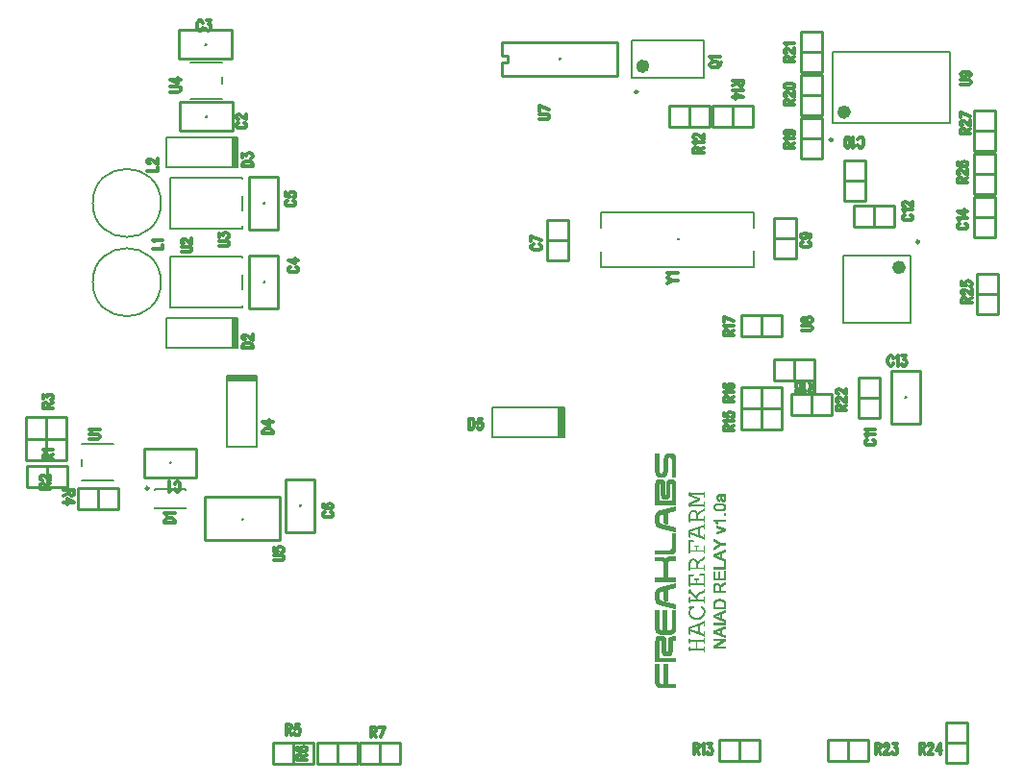
<source format=gto>
*
%LPD*%
%LNNAIAD-RELAY-ST*%
%FSLAX25Y25*%
%MOIN*%
%AD*%
%AD*%
%ADD11C,0.007870079*%
%ADD16C,0.023620079*%
%ADD27C,0.009840157*%
%ADD37C,0.008*%
%ADD38C,0.012*%
%ADD40C,0.01*%
%ADD44C,0.006*%
%ADD100C,0.001*%
G54D100*
%SRX1Y1I0.0J0.0*%
G1X267377Y76967D2*
G1X263299Y76967D1*
G1X263299Y76486D1*
G1X266383Y76486D1*
G1X266410Y76394D1*
G1X263299Y74378D1*
G1X263299Y73817D1*
G1X267377Y73817D1*
G1X267377Y74297D1*
G1X264293Y74297D1*
G1X264266Y74389D1*
G1X267377Y76405D1*
G1X267377Y76967D1*
G1X267377Y81295D2*
G1X263299Y79652D1*
G1X263299Y79082D1*
G1X267377Y77439D1*
G1X267377Y77968D1*
G1X266133Y78420D1*
G1X266100Y78467D1*
G1X266100Y80267D1*
G1X266133Y80314D1*
G1X267377Y80766D1*
G1X267377Y81295D1*
G1X265736Y80092D2*
G1X265736Y78642D1*
G1X265668Y78595D1*
G1X264450Y79059D1*
G1X263695Y79349D1*
G1X263699Y79444D1*
G1X264103Y79560D1*
G1X264566Y79733D1*
G1X265669Y80139D1*
G1X265736Y80092D1*
G1X267377Y82422D2*
G1X263299Y82422D1*
G1X263299Y81942D1*
G1X267377Y81942D1*
G1X267377Y82422D1*
G1X267377Y86809D2*
G1X263299Y85166D1*
G1X263299Y84595D1*
G1X267377Y82952D1*
G1X267377Y83482D1*
G1X266133Y83934D1*
G1X266100Y83981D1*
G1X266100Y85780D1*
G1X266133Y85827D1*
G1X267377Y86279D1*
G1X267377Y86809D1*
G1X265736Y85606D2*
G1X265736Y84155D1*
G1X265668Y84108D1*
G1X264450Y84573D1*
G1X263695Y84863D1*
G1X263699Y84957D1*
G1X264103Y85073D1*
G1X264566Y85246D1*
G1X265669Y85653D1*
G1X265736Y85606D1*
G1X267377Y88854D2*
G1X267320Y89481D1*
G1X267095Y89988D1*
G1X266758Y90325D1*
G1X266478Y90493D1*
G1X266136Y90607D1*
G1X265737Y90721D1*
G1X265341Y90721D1*
G1X264824Y90664D1*
G1X264367Y90549D1*
G1X263971Y90380D1*
G1X263635Y90100D1*
G1X263468Y89821D1*
G1X263355Y89481D1*
G1X263299Y89199D1*
G1X263299Y87397D1*
G1X267377Y87397D1*
G1X267377Y88854D1*
G1X267013Y89146D2*
G1X267013Y87927D1*
G1X266963Y87877D1*
G1X263713Y87877D1*
G1X263663Y87927D1*
G1X263663Y89204D1*
G1X263666Y89223D1*
G1X263783Y89513D1*
G1X263789Y89524D1*
G1X263963Y89756D1*
G1X263972Y89765D1*
G1X264262Y89998D1*
G1X264274Y90004D1*
G1X264680Y90179D1*
G1X264695Y90182D1*
G1X265333Y90240D1*
G1X265338Y90241D1*
G1X265744Y90241D1*
G1X265758Y90239D1*
G1X266164Y90123D1*
G1X266169Y90121D1*
G1X266459Y90005D1*
G1X266471Y89999D1*
G1X266703Y89824D1*
G1X266714Y89812D1*
G1X266946Y89464D1*
G1X266954Y89446D1*
G1X267012Y89156D1*
G1X267013Y89146D1*
G1X267377Y96660D2*
G1X266295Y96011D1*
G1X266010Y95783D1*
G1X265781Y95555D1*
G1X265551Y95267D1*
G1X265464Y95286D1*
G1X265350Y95739D1*
G1X265071Y96074D1*
G1X264795Y96295D1*
G1X264410Y96350D1*
G1X264075Y96294D1*
G1X263796Y96182D1*
G1X263577Y96018D1*
G1X263412Y95744D1*
G1X263356Y95464D1*
G1X263299Y94947D1*
G1X263299Y93200D1*
G1X267377Y93200D1*
G1X267377Y93681D1*
G1X265570Y93681D1*
G1X265520Y93731D1*
G1X265520Y94659D1*
G1X265525Y94682D1*
G1X265641Y94914D1*
G1X265651Y94927D1*
G1X265767Y95043D1*
G1X265774Y95049D1*
G1X265947Y95165D1*
G1X266178Y95338D1*
G1X266181Y95339D1*
G1X266529Y95572D1*
G1X266531Y95573D1*
G1X267377Y96081D1*
G1X267377Y96660D1*
G1X265156Y95182D2*
G1X265156Y93731D1*
G1X265106Y93681D1*
G1X263713Y93681D1*
G1X263663Y93731D1*
G1X263663Y95008D1*
G1X263664Y95016D1*
G1X263722Y95364D1*
G1X263725Y95374D1*
G1X263841Y95665D1*
G1X263865Y95691D1*
G1X264097Y95807D1*
G1X264109Y95811D1*
G1X264400Y95869D1*
G1X264425Y95868D1*
G1X264773Y95751D1*
G1X264793Y95739D1*
G1X265083Y95449D1*
G1X265096Y95426D1*
G1X265154Y95194D1*
G1X265156Y95182D1*
G1X267377Y100413D2*
G1X267013Y100413D1*
G1X267013Y97909D1*
G1X266963Y97859D1*
G1X265512Y97859D1*
G1X265462Y97909D1*
G1X265462Y100123D1*
G1X265098Y100123D1*
G1X265098Y97909D1*
G1X265048Y97859D1*
G1X263713Y97859D1*
G1X263663Y97909D1*
G1X263663Y100297D1*
G1X263299Y100297D1*
G1X263299Y97379D1*
G1X267377Y97379D1*
G1X267377Y100413D1*
G1X267377Y103779D2*
G1X267013Y103779D1*
G1X267013Y101798D1*
G1X266963Y101748D1*
G1X263299Y101748D1*
G1X263299Y101267D1*
G1X267377Y101267D1*
G1X267377Y103779D1*
G1X267377Y107818D2*
G1X263299Y106175D1*
G1X263299Y105604D1*
G1X267377Y103961D1*
G1X267377Y104490D1*
G1X266133Y104943D1*
G1X266100Y104990D1*
G1X266100Y106789D1*
G1X266133Y106836D1*
G1X267377Y107288D1*
G1X267377Y107818D1*
G1X265736Y106615D2*
G1X265736Y105164D1*
G1X265668Y105117D1*
G1X264450Y105581D1*
G1X263695Y105872D1*
G1X263699Y105966D1*
G1X264103Y106082D1*
G1X264566Y106255D1*
G1X265669Y106662D1*
G1X265736Y106615D1*
G1X267377Y110047D2*
G1X265686Y110047D1*
G1X265658Y110055D1*
G1X263299Y111628D1*
G1X263299Y111053D1*
G1X264493Y110314D1*
G1X264898Y110082D1*
G1X264904Y110079D1*
G1X265136Y109905D1*
G1X265137Y109826D1*
G1X264557Y109361D1*
G1X264552Y109358D1*
G1X263299Y108561D1*
G1X263299Y107985D1*
G1X265658Y109558D1*
G1X265686Y109567D1*
G1X267377Y109567D1*
G1X267377Y110047D1*
G1X267377Y115052D2*
G1X264459Y116062D1*
G1X264459Y115589D1*
G1X266281Y115020D1*
G1X266285Y115018D1*
G1X266571Y114904D1*
G1X266857Y114847D1*
G1X266864Y114751D1*
G1X266226Y114519D1*
G1X266224Y114518D1*
G1X264459Y113949D1*
G1X264459Y113476D1*
G1X267377Y114543D1*
G1X267377Y115052D1*
G1X267377Y118346D2*
G1X263299Y118346D1*
G1X263299Y118076D1*
G1X263565Y117917D1*
G1X263574Y117909D1*
G1X263864Y117619D1*
G1X263871Y117611D1*
G1X264103Y117263D1*
G1X264105Y117260D1*
G1X264322Y116879D1*
G1X264735Y116879D1*
G1X264483Y117383D1*
G1X264137Y117844D1*
G1X264177Y117924D1*
G1X267377Y117924D1*
G1X267377Y118346D1*
G1X267377Y120435D2*
G1X266955Y120435D1*
G1X266955Y120013D1*
G1X267377Y120013D1*
G1X267377Y120435D1*
G1X267434Y122693D2*
G1X267379Y123082D1*
G1X267213Y123413D1*
G1X266937Y123634D1*
G1X266541Y123804D1*
G1X266027Y123918D1*
G1X265394Y123975D1*
G1X264823Y123975D1*
G1X264425Y123862D1*
G1X263795Y123633D1*
G1X263575Y123467D1*
G1X263412Y123250D1*
G1X263299Y122689D1*
G1X263355Y122300D1*
G1X263521Y121968D1*
G1X263797Y121747D1*
G1X264193Y121578D1*
G1X264707Y121463D1*
G1X265398Y121406D1*
G1X265912Y121406D1*
G1X266370Y121520D1*
G1X266769Y121634D1*
G1X267044Y121800D1*
G1X267323Y122189D1*
G1X267434Y122693D1*
G1X267070Y122681D2*
G1X267012Y122391D1*
G1X267002Y122369D1*
G1X266770Y122079D1*
G1X266753Y122066D1*
G1X266521Y121950D1*
G1X266508Y121945D1*
G1X266218Y121887D1*
G1X266217Y121887D1*
G1X265868Y121829D1*
G1X265860Y121828D1*
G1X264932Y121828D1*
G1X264925Y121829D1*
G1X264518Y121887D1*
G1X264516Y121887D1*
G1X264225Y121945D1*
G1X264213Y121950D1*
G1X263981Y122066D1*
G1X263964Y122079D1*
G1X263732Y122369D1*
G1X263722Y122391D1*
G1X263664Y122681D1*
G1X263663Y122691D1*
G1X263664Y122699D1*
G1X263722Y123047D1*
G1X263740Y123078D1*
G1X264030Y123310D1*
G1X264033Y123313D1*
G1X264207Y123429D1*
G1X264225Y123436D1*
G1X264516Y123494D1*
G1X264518Y123495D1*
G1X264925Y123553D1*
G1X264932Y123553D1*
G1X265860Y123553D1*
G1X265868Y123552D1*
G1X266217Y123494D1*
G1X266218Y123494D1*
G1X266508Y123436D1*
G1X266521Y123432D1*
G1X266753Y123316D1*
G1X266770Y123302D1*
G1X267002Y123012D1*
G1X267012Y122991D1*
G1X267070Y122700D1*
G1X267070Y122681D1*
G1X267435Y125533D2*
G1X267321Y126098D1*
G1X267211Y126320D1*
G1X266982Y126606D1*
G1X267001Y126683D1*
G1X267377Y126844D1*
G1X267377Y127267D1*
G1X267039Y127171D1*
G1X266927Y127115D1*
G1X266905Y127109D1*
G1X265060Y127109D1*
G1X264729Y126944D1*
G1X264569Y126784D1*
G1X264515Y126621D1*
G1X264514Y126619D1*
G1X264401Y126337D1*
G1X264401Y126003D1*
G1X264516Y125316D1*
G1X264626Y125040D1*
G1X264787Y124879D1*
G1X265010Y124768D1*
G1X265237Y124677D1*
G1X265284Y125099D1*
G1X265083Y125200D1*
G1X265078Y125203D1*
G1X264904Y125319D1*
G1X264883Y125348D1*
G1X264825Y125580D1*
G1X264825Y125583D1*
G1X264767Y125873D1*
G1X264766Y125883D1*
G1X264766Y125891D1*
G1X264824Y126239D1*
G1X264829Y126253D1*
G1X264945Y126485D1*
G1X264974Y126510D1*
G1X265148Y126568D1*
G1X265152Y126570D1*
G1X265384Y126628D1*
G1X265396Y126629D1*
G1X265512Y126629D1*
G1X265559Y126595D1*
G1X265676Y126247D1*
G1X265678Y126236D1*
G1X265736Y125716D1*
G1X265793Y125428D1*
G1X265794Y125418D1*
G1X265794Y125256D1*
G1X265958Y124928D1*
G1X266232Y124709D1*
G1X266618Y124599D1*
G1X266945Y124654D1*
G1X267215Y124815D1*
G1X267379Y125143D1*
G1X267435Y125533D1*
G1X267071Y125941D2*
G1X267071Y125418D1*
G1X267063Y125391D1*
G1X266946Y125216D1*
G1X266940Y125209D1*
G1X266824Y125093D1*
G1X266805Y125081D1*
G1X266631Y125023D1*
G1X266603Y125022D1*
G1X266370Y125080D1*
G1X266338Y125106D1*
G1X266222Y125338D1*
G1X266219Y125344D1*
G1X266161Y125519D1*
G1X266160Y125522D1*
G1X266102Y125754D1*
G1X266101Y125760D1*
G1X266043Y126220D1*
G1X265929Y126563D1*
G1X265976Y126629D1*
G1X266383Y126629D1*
G1X266398Y126626D1*
G1X266572Y126568D1*
G1X266587Y126561D1*
G1X266819Y126387D1*
G1X266830Y126375D1*
G1X266946Y126201D1*
G1X266950Y126195D1*
G1X267066Y125963D1*
G1X267071Y125941D1*
G1X260077Y77118D2*
G1X259950Y77182D1*
G1X259888Y77119D1*
G1X259803Y76950D1*
G1X259803Y76588D1*
G1X259753Y76538D1*
G1X255080Y76538D1*
G1X255030Y76588D1*
G1X255030Y76931D1*
G1X254903Y76995D1*
G1X254841Y76932D1*
G1X254757Y76763D1*
G1X254757Y75852D1*
G1X254841Y75683D1*
G1X254903Y75621D1*
G1X255030Y75685D1*
G1X255030Y76214D1*
G1X255080Y76264D1*
G1X257137Y76264D1*
G1X257187Y76214D1*
G1X257187Y73598D1*
G1X257137Y73548D1*
G1X255080Y73548D1*
G1X255030Y73598D1*
G1X255030Y74127D1*
G1X254903Y74191D1*
G1X254841Y74129D1*
G1X254757Y73960D1*
G1X254757Y73049D1*
G1X254841Y72880D1*
G1X254903Y72817D1*
G1X255030Y72881D1*
G1X255030Y73224D1*
G1X255080Y73274D1*
G1X259753Y73274D1*
G1X259803Y73224D1*
G1X259803Y72862D1*
G1X259888Y72693D1*
G1X259950Y72630D1*
G1X260077Y72694D1*
G1X260077Y74127D1*
G1X259950Y74191D1*
G1X259888Y74129D1*
G1X259803Y73960D1*
G1X259803Y73598D1*
G1X259753Y73548D1*
G1X257510Y73548D1*
G1X257460Y73598D1*
G1X257460Y76214D1*
G1X257510Y76264D1*
G1X259753Y76264D1*
G1X259803Y76214D1*
G1X259803Y75852D1*
G1X259888Y75683D1*
G1X259950Y75621D1*
G1X260077Y75685D1*
G1X260077Y77118D1*
G1X260077Y83099D2*
G1X259950Y83163D1*
G1X259888Y83101D1*
G1X259803Y82932D1*
G1X259803Y82756D1*
G1X259770Y82709D1*
G1X254757Y80945D1*
G1X254757Y78843D1*
G1X254841Y78674D1*
G1X254903Y78612D1*
G1X255030Y78675D1*
G1X255030Y79953D1*
G1X255097Y80000D1*
G1X259770Y78318D1*
G1X259803Y78270D1*
G1X259803Y78002D1*
G1X259888Y77833D1*
G1X259950Y77771D1*
G1X260077Y77834D1*
G1X260077Y79455D1*
G1X259950Y79518D1*
G1X259888Y79456D1*
G1X259803Y79287D1*
G1X259803Y78644D1*
G1X259736Y78598D1*
G1X258240Y79158D1*
G1X258208Y79205D1*
G1X258208Y81822D1*
G1X258240Y81869D1*
G1X259736Y82429D1*
G1X259803Y82383D1*
G1X259803Y81647D1*
G1X259888Y81478D1*
G1X259950Y81415D1*
G1X260077Y81479D1*
G1X260077Y83099D1*
G1X257934Y81728D2*
G1X257934Y79299D1*
G1X257867Y79252D1*
G1X255063Y80280D1*
G1X255030Y80327D1*
G1X255030Y80700D1*
G1X255063Y80747D1*
G1X257867Y81775D1*
G1X257934Y81728D1*
G1X260171Y86859D2*
G1X259989Y87314D1*
G1X259714Y87772D1*
G1X259172Y88314D1*
G1X259120Y88314D1*
G1X258973Y88167D1*
G1X259047Y88020D1*
G1X259415Y87652D1*
G1X259420Y87646D1*
G1X259700Y87272D1*
G1X259706Y87261D1*
G1X259893Y86794D1*
G1X259897Y86775D1*
G1X259897Y86308D1*
G1X259895Y86296D1*
G1X259708Y85548D1*
G1X259701Y85531D1*
G1X259233Y84877D1*
G1X259222Y84865D1*
G1X258567Y84398D1*
G1X258549Y84390D1*
G1X257708Y84203D1*
G1X257697Y84202D1*
G1X257043Y84202D1*
G1X257036Y84202D1*
G1X256382Y84296D1*
G1X256361Y84304D1*
G1X255520Y84864D1*
G1X255509Y84875D1*
G1X255135Y85342D1*
G1X255125Y85361D1*
G1X255032Y85735D1*
G1X255031Y85737D1*
G1X254938Y86205D1*
G1X254937Y86214D1*
G1X254938Y86223D1*
G1X255031Y86783D1*
G1X255035Y86795D1*
G1X255315Y87449D1*
G1X255331Y87469D1*
G1X255705Y87750D1*
G1X255723Y87758D1*
G1X256091Y87850D1*
G1X256245Y87928D1*
G1X256245Y87969D1*
G1X256172Y88042D1*
G1X256003Y88127D1*
G1X254999Y88127D1*
G1X254830Y88042D1*
G1X254777Y87990D1*
G1X254830Y87938D1*
G1X254999Y87853D1*
G1X255267Y87853D1*
G1X255310Y87777D1*
G1X254847Y87037D1*
G1X254664Y86120D1*
G1X254755Y85572D1*
G1X254937Y85026D1*
G1X255394Y84569D1*
G1X255852Y84203D1*
G1X256400Y84020D1*
G1X257047Y83928D1*
G1X257788Y83928D1*
G1X258520Y84020D1*
G1X258790Y84199D1*
G1X259530Y84754D1*
G1X259711Y85026D1*
G1X259986Y85485D1*
G1X260171Y86406D1*
G1X260171Y86859D1*
G1X260077Y94221D2*
G1X259950Y94284D1*
G1X259888Y94222D1*
G1X259803Y94053D1*
G1X259803Y93598D1*
G1X259772Y93551D1*
G1X258837Y93177D1*
G1X258835Y93176D1*
G1X258558Y93084D1*
G1X258379Y92994D1*
G1X257915Y92624D1*
G1X257914Y92623D1*
G1X257548Y92348D1*
G1X257085Y91608D1*
G1X257005Y91602D1*
G1X255043Y93845D1*
G1X255030Y93878D1*
G1X255030Y94127D1*
G1X254903Y94191D1*
G1X254841Y94129D1*
G1X254757Y93960D1*
G1X254757Y92955D1*
G1X254841Y92786D1*
G1X254903Y92724D1*
G1X255030Y92787D1*
G1X255030Y93317D1*
G1X255118Y93350D1*
G1X257548Y90546D1*
G1X257510Y90463D1*
G1X255080Y90463D1*
G1X255030Y90513D1*
G1X255030Y91324D1*
G1X254903Y91387D1*
G1X254841Y91325D1*
G1X254757Y91156D1*
G1X254757Y89778D1*
G1X254841Y89609D1*
G1X254903Y89546D1*
G1X255030Y89610D1*
G1X255030Y90140D1*
G1X255080Y90190D1*
G1X259753Y90190D1*
G1X259803Y90140D1*
G1X259803Y89778D1*
G1X259888Y89609D1*
G1X259950Y89546D1*
G1X260077Y89610D1*
G1X260077Y91324D1*
G1X259950Y91387D1*
G1X259888Y91325D1*
G1X259803Y91156D1*
G1X259803Y90513D1*
G1X259753Y90463D1*
G1X257978Y90463D1*
G1X257940Y90481D1*
G1X257286Y91228D1*
G1X257279Y91284D1*
G1X257559Y91844D1*
G1X257565Y91853D1*
G1X257939Y92320D1*
G1X257948Y92329D1*
G1X258321Y92610D1*
G1X258333Y92616D1*
G1X258798Y92802D1*
G1X260077Y93442D1*
G1X260077Y94221D1*
G1X260077Y99435D2*
G1X258644Y99435D1*
G1X258475Y99351D1*
G1X258422Y99299D1*
G1X258475Y99246D1*
G1X258644Y99162D1*
G1X259753Y99162D1*
G1X259803Y99112D1*
G1X259803Y96121D1*
G1X259753Y96071D1*
G1X257510Y96071D1*
G1X257460Y96121D1*
G1X257460Y97429D1*
G1X257510Y97479D1*
G1X257872Y97479D1*
G1X258042Y97564D1*
G1X258094Y97616D1*
G1X258042Y97669D1*
G1X257872Y97753D1*
G1X256775Y97753D1*
G1X256605Y97669D1*
G1X256553Y97616D1*
G1X256605Y97564D1*
G1X256775Y97479D1*
G1X257137Y97479D1*
G1X257187Y97429D1*
G1X257187Y96121D1*
G1X257137Y96071D1*
G1X255080Y96071D1*
G1X255030Y96121D1*
G1X255030Y98925D1*
G1X255080Y98975D1*
G1X256003Y98975D1*
G1X256172Y99059D1*
G1X256225Y99112D1*
G1X256172Y99164D1*
G1X256003Y99249D1*
G1X254757Y99249D1*
G1X254757Y95385D1*
G1X254841Y95216D1*
G1X254903Y95154D1*
G1X255030Y95217D1*
G1X255030Y95747D1*
G1X255080Y95797D1*
G1X259753Y95797D1*
G1X259803Y95747D1*
G1X259803Y95385D1*
G1X259888Y95216D1*
G1X259950Y95154D1*
G1X260077Y95217D1*
G1X260077Y99435D1*
G1X260077Y105436D2*
G1X259950Y105499D1*
G1X259803Y105353D1*
G1X259803Y105093D1*
G1X259779Y105050D1*
G1X258846Y104490D1*
G1X258290Y104119D1*
G1X257639Y103469D1*
G1X257559Y103482D1*
G1X257280Y104041D1*
G1X257009Y104492D1*
G1X256560Y104671D1*
G1X256200Y104762D1*
G1X255662Y104672D1*
G1X255211Y104311D1*
G1X254848Y103766D1*
G1X254757Y103220D1*
G1X254757Y100993D1*
G1X254841Y100823D1*
G1X254903Y100761D1*
G1X255030Y100825D1*
G1X255030Y101355D1*
G1X255080Y101405D1*
G1X259753Y101405D1*
G1X259803Y101355D1*
G1X259803Y100993D1*
G1X259888Y100823D1*
G1X259950Y100761D1*
G1X260077Y100825D1*
G1X260077Y102539D1*
G1X259950Y102602D1*
G1X259888Y102540D1*
G1X259803Y102371D1*
G1X259803Y101728D1*
G1X259753Y101678D1*
G1X257697Y101678D1*
G1X257647Y101728D1*
G1X257647Y102943D1*
G1X257654Y102969D1*
G1X257935Y103436D1*
G1X257942Y103446D1*
G1X258597Y104100D1*
G1X258613Y104111D1*
G1X259077Y104297D1*
G1X259540Y104574D1*
G1X260077Y104933D1*
G1X260077Y105436D1*
G1X257373Y103224D2*
G1X257373Y101728D1*
G1X257323Y101678D1*
G1X255080Y101678D1*
G1X255030Y101728D1*
G1X255030Y103130D1*
G1X255031Y103140D1*
G1X255125Y103607D1*
G1X255131Y103623D1*
G1X255411Y104091D1*
G1X255424Y104105D1*
G1X255798Y104385D1*
G1X255816Y104394D1*
G1X256190Y104487D1*
G1X256202Y104489D1*
G1X256482Y104489D1*
G1X256518Y104474D1*
G1X256701Y104291D1*
G1X256977Y104106D1*
G1X256994Y104087D1*
G1X257181Y103713D1*
G1X257183Y103710D1*
G1X257370Y103242D1*
G1X257373Y103224D1*
G1X260077Y109174D2*
G1X259950Y109238D1*
G1X259888Y109175D1*
G1X259803Y109006D1*
G1X259803Y107710D1*
G1X259753Y107660D1*
G1X257510Y107660D1*
G1X257460Y107710D1*
G1X257460Y109018D1*
G1X257510Y109068D1*
G1X257872Y109068D1*
G1X258042Y109153D1*
G1X258094Y109205D1*
G1X258042Y109257D1*
G1X257872Y109342D1*
G1X256775Y109342D1*
G1X256605Y109257D1*
G1X256553Y109205D1*
G1X256605Y109153D1*
G1X256775Y109068D1*
G1X257137Y109068D1*
G1X257187Y109018D1*
G1X257187Y107710D1*
G1X257137Y107660D1*
G1X255080Y107660D1*
G1X255030Y107710D1*
G1X255030Y110700D1*
G1X255080Y110750D1*
G1X256003Y110750D1*
G1X256172Y110835D1*
G1X256225Y110887D1*
G1X256172Y110940D1*
G1X256003Y111024D1*
G1X254757Y111024D1*
G1X254757Y106974D1*
G1X254841Y106805D1*
G1X254903Y106743D1*
G1X255030Y106806D1*
G1X255030Y107336D1*
G1X255080Y107386D1*
G1X259753Y107386D1*
G1X259803Y107336D1*
G1X259803Y106974D1*
G1X259888Y106805D1*
G1X259950Y106743D1*
G1X260077Y106806D1*
G1X260077Y109174D1*
G1X260077Y116744D2*
G1X259950Y116808D1*
G1X259888Y116746D1*
G1X259803Y116576D1*
G1X259803Y116401D1*
G1X259770Y116354D1*
G1X254757Y114590D1*
G1X254757Y112488D1*
G1X254841Y112319D1*
G1X254903Y112257D1*
G1X255030Y112320D1*
G1X255030Y113598D1*
G1X255097Y113645D1*
G1X259770Y111962D1*
G1X259803Y111915D1*
G1X259803Y111647D1*
G1X259888Y111478D1*
G1X259950Y111415D1*
G1X260077Y111479D1*
G1X260077Y113099D1*
G1X259950Y113163D1*
G1X259888Y113101D1*
G1X259803Y112932D1*
G1X259803Y112289D1*
G1X259736Y112242D1*
G1X258240Y112803D1*
G1X258208Y112850D1*
G1X258208Y115467D1*
G1X258240Y115514D1*
G1X259736Y116074D1*
G1X259803Y116028D1*
G1X259803Y115292D1*
G1X259888Y115123D1*
G1X259950Y115060D1*
G1X260077Y115124D1*
G1X260077Y116744D1*
G1X257934Y115373D2*
G1X257934Y112943D1*
G1X257867Y112896D1*
G1X255063Y113924D1*
G1X255030Y113971D1*
G1X255030Y114345D1*
G1X255063Y114392D1*
G1X257867Y115420D1*
G1X257934Y115373D1*
G1X260077Y122258D2*
G1X259950Y122322D1*
G1X259803Y122175D1*
G1X259803Y121915D1*
G1X259779Y121872D1*
G1X258846Y121312D1*
G1X258290Y120942D1*
G1X257639Y120291D1*
G1X257559Y120304D1*
G1X257280Y120863D1*
G1X257009Y121314D1*
G1X256560Y121494D1*
G1X256200Y121584D1*
G1X255662Y121494D1*
G1X255211Y121133D1*
G1X254848Y120588D1*
G1X254757Y120042D1*
G1X254757Y117815D1*
G1X254841Y117646D1*
G1X254903Y117584D1*
G1X255030Y117647D1*
G1X255030Y118177D1*
G1X255080Y118227D1*
G1X259753Y118227D1*
G1X259803Y118177D1*
G1X259803Y117815D1*
G1X259888Y117646D1*
G1X259950Y117584D1*
G1X260077Y117647D1*
G1X260077Y119361D1*
G1X259950Y119425D1*
G1X259888Y119362D1*
G1X259803Y119193D1*
G1X259803Y118551D1*
G1X259753Y118501D1*
G1X257697Y118501D1*
G1X257647Y118551D1*
G1X257647Y119766D1*
G1X257654Y119792D1*
G1X257935Y120259D1*
G1X257942Y120268D1*
G1X258597Y120923D1*
G1X258613Y120934D1*
G1X259077Y121119D1*
G1X259540Y121397D1*
G1X260077Y121755D1*
G1X260077Y122258D1*
G1X257373Y120046D2*
G1X257373Y118551D1*
G1X257323Y118501D1*
G1X255080Y118501D1*
G1X255030Y118551D1*
G1X255030Y119953D1*
G1X255031Y119963D1*
G1X255125Y120430D1*
G1X255131Y120446D1*
G1X255411Y120913D1*
G1X255424Y120927D1*
G1X255798Y121208D1*
G1X255816Y121216D1*
G1X256190Y121310D1*
G1X256202Y121311D1*
G1X256482Y121311D1*
G1X256518Y121297D1*
G1X256701Y121113D1*
G1X256977Y120929D1*
G1X256994Y120910D1*
G1X257181Y120536D1*
G1X257183Y120532D1*
G1X257370Y120065D1*
G1X257373Y120046D1*
G1X260077Y127772D2*
G1X259950Y127836D1*
G1X259888Y127774D1*
G1X259803Y127604D1*
G1X259803Y127429D1*
G1X259753Y127379D1*
G1X255080Y127379D1*
G1X255030Y127429D1*
G1X255030Y127772D1*
G1X254903Y127836D1*
G1X254841Y127774D1*
G1X254757Y127604D1*
G1X254757Y126717D1*
G1X258088Y125514D1*
G1X258091Y125421D1*
G1X254757Y123939D1*
G1X254757Y123049D1*
G1X254841Y122880D1*
G1X254903Y122817D1*
G1X255030Y122881D1*
G1X255030Y123224D1*
G1X255080Y123274D1*
G1X259753Y123274D1*
G1X259803Y123224D1*
G1X259803Y123049D1*
G1X259888Y122880D1*
G1X259950Y122817D1*
G1X260077Y122881D1*
G1X260077Y124408D1*
G1X259950Y124471D1*
G1X259888Y124409D1*
G1X259803Y124240D1*
G1X259803Y123598D1*
G1X259753Y123548D1*
G1X255080Y123548D1*
G1X255030Y123598D1*
G1X255030Y123691D1*
G1X255060Y123737D1*
G1X258395Y125219D1*
G1X258395Y125619D1*
G1X255062Y126915D1*
G1X255030Y126962D1*
G1X255030Y127056D1*
G1X255080Y127106D1*
G1X259753Y127106D1*
G1X259803Y127056D1*
G1X259803Y126413D1*
G1X259888Y126244D1*
G1X259950Y126182D1*
G1X260077Y126245D1*
G1X260077Y127772D1*
G1X250077Y61352D2*
G1X247227Y61352D1*
G1X247177Y61402D1*
G1X247177Y68252D1*
G1X245977Y68252D1*
G1X245977Y61402D1*
G1X245927Y61352D1*
G1X244827Y61352D1*
G1X244815Y61354D1*
G1X244415Y61454D1*
G1X244378Y61492D1*
G1X244278Y61992D1*
G1X244277Y62002D1*
G1X244277Y68252D1*
G1X243077Y68252D1*
G1X243077Y62005D1*
G1X243175Y61220D1*
G1X243563Y60638D1*
G1X244145Y60250D1*
G1X244831Y60152D1*
G1X250077Y60152D1*
G1X250077Y61352D1*
G1X250077Y77752D2*
G1X249231Y77752D1*
G1X248540Y77654D1*
G1X248063Y77463D1*
G1X247774Y76885D1*
G1X247677Y76496D1*
G1X247677Y72902D1*
G1X247676Y72890D1*
G1X247576Y72490D1*
G1X247539Y72454D1*
G1X247139Y72354D1*
G1X247115Y72354D1*
G1X246715Y72454D1*
G1X246679Y72490D1*
G1X246579Y72890D1*
G1X246577Y72902D1*
G1X246577Y76000D1*
G1X246479Y76886D1*
G1X246189Y77369D1*
G1X245707Y77754D1*
G1X244924Y77852D1*
G1X244631Y77852D1*
G1X243948Y77755D1*
G1X243465Y77369D1*
G1X243176Y76886D1*
G1X243077Y76000D1*
G1X243077Y69152D1*
G1X250077Y69152D1*
G1X250077Y70352D1*
G1X244327Y70352D1*
G1X244277Y70402D1*
G1X244277Y76002D1*
G1X244279Y76014D1*
G1X244379Y76414D1*
G1X244415Y76451D1*
G1X244815Y76551D1*
G1X244839Y76551D1*
G1X245239Y76451D1*
G1X245276Y76414D1*
G1X245376Y76014D1*
G1X245377Y76002D1*
G1X245377Y72705D1*
G1X245476Y71919D1*
G1X245764Y71439D1*
G1X246244Y71150D1*
G1X246931Y71052D1*
G1X247224Y71052D1*
G1X247912Y71151D1*
G1X248492Y71440D1*
G1X248779Y71919D1*
G1X248877Y72705D1*
G1X248877Y76002D1*
G1X248879Y76014D1*
G1X248979Y76414D1*
G1X249015Y76451D1*
G1X249415Y76551D1*
G1X249427Y76552D1*
G1X250077Y76552D1*
G1X250077Y77752D1*
G1X250077Y86852D2*
G1X248877Y86852D1*
G1X248877Y80202D1*
G1X248863Y80167D1*
G1X248663Y79967D1*
G1X248627Y79952D1*
G1X247027Y79952D1*
G1X246977Y80002D1*
G1X246977Y86852D1*
G1X245777Y86852D1*
G1X245777Y80002D1*
G1X245727Y79952D1*
G1X244827Y79952D1*
G1X244815Y79954D1*
G1X244415Y80054D1*
G1X244379Y80090D1*
G1X244279Y80490D1*
G1X244277Y80502D1*
G1X244277Y86852D1*
G1X243077Y86852D1*
G1X243077Y80505D1*
G1X243175Y79720D1*
G1X243563Y79139D1*
G1X244047Y78849D1*
G1X244833Y78652D1*
G1X248321Y78652D1*
G1X249110Y78849D1*
G1X249690Y79140D1*
G1X249979Y79717D1*
G1X250077Y80505D1*
G1X250077Y86852D1*
G1X250077Y96138D2*
G1X244942Y94854D1*
G1X244153Y94558D1*
G1X243565Y94068D1*
G1X243175Y93484D1*
G1X243077Y92799D1*
G1X243077Y90706D1*
G1X243175Y90021D1*
G1X243563Y89438D1*
G1X244150Y89047D1*
G1X244942Y88750D1*
G1X250077Y87466D1*
G1X250077Y88763D1*
G1X244915Y90054D1*
G1X244901Y90059D1*
G1X244401Y90359D1*
G1X244379Y90390D1*
G1X244279Y90790D1*
G1X244277Y90802D1*
G1X244277Y92702D1*
G1X244278Y92712D1*
G1X244378Y93212D1*
G1X244409Y93249D1*
G1X244909Y93449D1*
G1X244913Y93450D1*
G1X245913Y93750D1*
G1X245977Y93702D1*
G1X245977Y90442D1*
G1X247177Y90165D1*
G1X247177Y94102D1*
G1X247215Y94151D1*
G1X250077Y94842D1*
G1X250077Y96138D1*
G1X250077Y105452D2*
G1X248331Y105452D1*
G1X247736Y105353D1*
G1X247252Y105256D1*
G1X246865Y104869D1*
G1X246567Y104472D1*
G1X246482Y104480D1*
G1X246288Y104869D1*
G1X245902Y105158D1*
G1X245418Y105352D1*
G1X243077Y105352D1*
G1X243077Y104152D1*
G1X245227Y104152D1*
G1X245250Y104147D1*
G1X245650Y103947D1*
G1X245663Y103938D1*
G1X245963Y103638D1*
G1X245977Y103602D1*
G1X245977Y98202D1*
G1X245927Y98152D1*
G1X243077Y98152D1*
G1X243077Y96952D1*
G1X250077Y96952D1*
G1X250077Y98152D1*
G1X247227Y98152D1*
G1X247177Y98202D1*
G1X247177Y103002D1*
G1X247178Y103010D1*
G1X247278Y103610D1*
G1X247286Y103630D1*
G1X247486Y103930D1*
G1X247505Y103947D1*
G1X247905Y104147D1*
G1X247919Y104152D1*
G1X248519Y104252D1*
G1X248527Y104252D1*
G1X250077Y104252D1*
G1X250077Y105452D1*
G1X250077Y113652D2*
G1X248877Y113652D1*
G1X248877Y108402D1*
G1X248876Y108392D1*
G1X248776Y107892D1*
G1X248746Y107856D1*
G1X248246Y107656D1*
G1X248227Y107652D1*
G1X243077Y107652D1*
G1X243077Y106452D1*
G1X248224Y106452D1*
G1X249009Y106550D1*
G1X249591Y106938D1*
G1X249979Y107520D1*
G1X250077Y108405D1*
G1X250077Y113652D1*
G1X250077Y122838D2*
G1X244942Y121554D1*
G1X244153Y121258D1*
G1X243565Y120768D1*
G1X243175Y120184D1*
G1X243077Y119499D1*
G1X243077Y117406D1*
G1X243175Y116721D1*
G1X243563Y116138D1*
G1X244150Y115747D1*
G1X244942Y115450D1*
G1X250077Y114166D1*
G1X250077Y115463D1*
G1X244915Y116754D1*
G1X244901Y116759D1*
G1X244401Y117059D1*
G1X244379Y117090D1*
G1X244279Y117490D1*
G1X244277Y117502D1*
G1X244277Y119402D1*
G1X244278Y119412D1*
G1X244378Y119912D1*
G1X244409Y119949D1*
G1X244909Y120149D1*
G1X244913Y120150D1*
G1X245913Y120450D1*
G1X245977Y120402D1*
G1X245977Y117142D1*
G1X247177Y116865D1*
G1X247177Y120802D1*
G1X247215Y120851D1*
G1X250077Y121542D1*
G1X250077Y122838D1*
G1X250077Y130599D2*
G1X249979Y131285D1*
G1X249689Y131768D1*
G1X249307Y132055D1*
G1X248723Y132152D1*
G1X248231Y132152D1*
G1X247645Y132055D1*
G1X247167Y131768D1*
G1X246976Y131289D1*
G1X246877Y130599D1*
G1X246877Y126902D1*
G1X246827Y126852D1*
G1X246427Y126852D1*
G1X246382Y126880D1*
G1X246282Y127080D1*
G1X246277Y127102D1*
G1X246277Y130599D1*
G1X246179Y131289D1*
G1X245987Y131768D1*
G1X245510Y132055D1*
G1X244923Y132152D1*
G1X244431Y132152D1*
G1X243847Y132055D1*
G1X243465Y131768D1*
G1X243175Y131285D1*
G1X243077Y130599D1*
G1X243077Y123652D1*
G1X250077Y123652D1*
G1X250077Y130599D1*
G1X248877Y130802D2*
G1X248877Y124902D1*
G1X248827Y124852D1*
G1X244327Y124852D1*
G1X244277Y124902D1*
G1X244277Y130802D1*
G1X244305Y130847D1*
G1X244505Y130947D1*
G1X244527Y130952D1*
G1X244827Y130952D1*
G1X244850Y130947D1*
G1X245050Y130847D1*
G1X245077Y130802D1*
G1X245077Y127106D1*
G1X245175Y126419D1*
G1X245465Y125936D1*
G1X245847Y125650D1*
G1X246431Y125552D1*
G1X246723Y125552D1*
G1X247310Y125650D1*
G1X247787Y125936D1*
G1X247979Y126415D1*
G1X248077Y127106D1*
G1X248077Y130802D1*
G1X248111Y130850D1*
G1X248411Y130950D1*
G1X248427Y130952D1*
G1X248627Y130952D1*
G1X248650Y130947D1*
G1X248850Y130847D1*
G1X248877Y130802D1*
G1X250077Y139200D2*
G1X249979Y140086D1*
G1X249590Y140767D1*
G1X249009Y141154D1*
G1X248224Y141252D1*
G1X247831Y141252D1*
G1X247145Y141154D1*
G1X246565Y140767D1*
G1X246174Y140084D1*
G1X245977Y139197D1*
G1X245977Y135102D1*
G1X245975Y135086D1*
G1X245775Y134486D1*
G1X245750Y134458D1*
G1X245350Y134258D1*
G1X245327Y134252D1*
G1X244927Y134252D1*
G1X244905Y134258D1*
G1X244705Y134358D1*
G1X244692Y134367D1*
G1X244292Y134767D1*
G1X244277Y134802D1*
G1X244277Y141152D1*
G1X243077Y141152D1*
G1X243077Y135108D1*
G1X243274Y134221D1*
G1X243665Y133537D1*
G1X244245Y133150D1*
G1X244931Y133052D1*
G1X245324Y133052D1*
G1X246009Y133150D1*
G1X246591Y133538D1*
G1X246980Y134122D1*
G1X247177Y135107D1*
G1X247177Y139202D1*
G1X247178Y139210D1*
G1X247278Y139810D1*
G1X247309Y139849D1*
G1X247809Y140049D1*
G1X247827Y140052D1*
G1X248227Y140052D1*
G1X248250Y140047D1*
G1X248450Y139947D1*
G1X248463Y139938D1*
G1X248863Y139538D1*
G1X248877Y139502D1*
G1X248877Y133152D1*
G1X250077Y133152D1*
G1X250077Y139200D1*
G1X243152Y61407D2*
G1X243152Y68252D1*
G1X243152Y69152D2*
G1X243152Y76673D1*
G1X243152Y79907D2*
G1X243152Y86852D1*
G1X243152Y90182D2*
G1X243152Y93322D1*
G1X243152Y96952D2*
G1X243152Y98152D1*
G1X243152Y104152D2*
G1X243152Y105352D1*
G1X243152Y106452D2*
G1X243152Y107652D1*
G1X243152Y116882D2*
G1X243152Y120022D1*
G1X243152Y123652D2*
G1X243152Y131122D1*
G1X243152Y134771D2*
G1X243152Y141152D1*
G1X243252Y61105D2*
G1X243252Y68252D1*
G1X243252Y69152D2*
G1X243252Y77013D1*
G1X243252Y79605D2*
G1X243252Y86852D1*
G1X243252Y89905D2*
G1X243252Y93599D1*
G1X243252Y96952D2*
G1X243252Y98152D1*
G1X243252Y104152D2*
G1X243252Y105352D1*
G1X243252Y106452D2*
G1X243252Y107652D1*
G1X243252Y116605D2*
G1X243252Y120299D1*
G1X243252Y123652D2*
G1X243252Y131413D1*
G1X243252Y134321D2*
G1X243252Y141152D1*
G1X243352Y60955D2*
G1X243352Y68252D1*
G1X243352Y69152D2*
G1X243352Y77180D1*
G1X243352Y79455D2*
G1X243352Y86852D1*
G1X243352Y89755D2*
G1X243352Y93749D1*
G1X243352Y96952D2*
G1X243352Y98152D1*
G1X243352Y104152D2*
G1X243352Y105352D1*
G1X243352Y106452D2*
G1X243352Y107652D1*
G1X243352Y116455D2*
G1X243352Y120449D1*
G1X243352Y123652D2*
G1X243352Y131580D1*
G1X243352Y134085D2*
G1X243352Y141152D1*
G1X243452Y60805D2*
G1X243452Y68252D1*
G1X243452Y69152D2*
G1X243452Y77346D1*
G1X243452Y79305D2*
G1X243452Y86852D1*
G1X243452Y89605D2*
G1X243452Y93899D1*
G1X243452Y96952D2*
G1X243452Y98152D1*
G1X243452Y104152D2*
G1X243452Y105352D1*
G1X243452Y106452D2*
G1X243452Y107652D1*
G1X243452Y116305D2*
G1X243452Y120599D1*
G1X243452Y123652D2*
G1X243452Y131746D1*
G1X243452Y133910D2*
G1X243452Y141152D1*
G1X243552Y60655D2*
G1X243552Y68252D1*
G1X243552Y69152D2*
G1X243552Y77438D1*
G1X243552Y79155D2*
G1X243552Y86852D1*
G1X243552Y89455D2*
G1X243552Y94049D1*
G1X243552Y96952D2*
G1X243552Y98152D1*
G1X243552Y104152D2*
G1X243552Y105352D1*
G1X243552Y106452D2*
G1X243552Y107652D1*
G1X243552Y116155D2*
G1X243552Y120749D1*
G1X243552Y123652D2*
G1X243552Y131833D1*
G1X243552Y133735D2*
G1X243552Y141152D1*
G1X243652Y60579D2*
G1X243652Y68252D1*
G1X243652Y69152D2*
G1X243652Y77518D1*
G1X243652Y79086D2*
G1X243652Y86852D1*
G1X243652Y89379D2*
G1X243652Y94141D1*
G1X243652Y96952D2*
G1X243652Y98152D1*
G1X243652Y104152D2*
G1X243652Y105352D1*
G1X243652Y106452D2*
G1X243652Y107652D1*
G1X243652Y116079D2*
G1X243652Y120841D1*
G1X243652Y123652D2*
G1X243652Y131908D1*
G1X243652Y133560D2*
G1X243652Y141152D1*
G1X243752Y60512D2*
G1X243752Y68252D1*
G1X243752Y69152D2*
G1X243752Y77598D1*
G1X243752Y79026D2*
G1X243752Y86852D1*
G1X243752Y89312D2*
G1X243752Y94225D1*
G1X243752Y96952D2*
G1X243752Y98152D1*
G1X243752Y104152D2*
G1X243752Y105352D1*
G1X243752Y106452D2*
G1X243752Y107652D1*
G1X243752Y116012D2*
G1X243752Y120925D1*
G1X243752Y123652D2*
G1X243752Y131983D1*
G1X243752Y133479D2*
G1X243752Y141152D1*
G1X243852Y60446D2*
G1X243852Y68252D1*
G1X243852Y69152D2*
G1X243852Y77678D1*
G1X243852Y78966D2*
G1X243852Y86852D1*
G1X243852Y89246D2*
G1X243852Y94308D1*
G1X243852Y96952D2*
G1X243852Y98152D1*
G1X243852Y104152D2*
G1X243852Y105352D1*
G1X243852Y106452D2*
G1X243852Y107652D1*
G1X243852Y115946D2*
G1X243852Y121008D1*
G1X243852Y123652D2*
G1X243852Y132056D1*
G1X243852Y133412D2*
G1X243852Y141152D1*
G1X243952Y60379D2*
G1X243952Y68252D1*
G1X243952Y69152D2*
G1X243952Y77755D1*
G1X243952Y78906D2*
G1X243952Y86852D1*
G1X243952Y89179D2*
G1X243952Y94391D1*
G1X243952Y96952D2*
G1X243952Y98152D1*
G1X243952Y104152D2*
G1X243952Y105352D1*
G1X243952Y106452D2*
G1X243952Y107652D1*
G1X243952Y115879D2*
G1X243952Y121091D1*
G1X243952Y123652D2*
G1X243952Y132072D1*
G1X243952Y133346D2*
G1X243952Y141152D1*
G1X244052Y60312D2*
G1X244052Y68252D1*
G1X244052Y69152D2*
G1X244052Y77770D1*
G1X244052Y78848D2*
G1X244052Y86852D1*
G1X244052Y89112D2*
G1X244052Y94475D1*
G1X244052Y96952D2*
G1X244052Y98152D1*
G1X244052Y104152D2*
G1X244052Y105352D1*
G1X244052Y106452D2*
G1X244052Y107652D1*
G1X244052Y115812D2*
G1X244052Y121175D1*
G1X244052Y123652D2*
G1X244052Y132089D1*
G1X244052Y133279D2*
G1X244052Y141152D1*
G1X244152Y60249D2*
G1X244152Y68252D1*
G1X244152Y69152D2*
G1X244152Y77784D1*
G1X244152Y78823D2*
G1X244152Y86852D1*
G1X244152Y89046D2*
G1X244152Y94558D1*
G1X244152Y96952D2*
G1X244152Y98152D1*
G1X244152Y104152D2*
G1X244152Y105352D1*
G1X244152Y106452D2*
G1X244152Y107652D1*
G1X244152Y115746D2*
G1X244152Y121258D1*
G1X244152Y123652D2*
G1X244152Y132106D1*
G1X244152Y133212D2*
G1X244152Y141152D1*
G1X244252Y60235D2*
G1X244252Y68252D1*
G1X244252Y69152D2*
G1X244252Y77798D1*
G1X244252Y78798D2*
G1X244252Y86852D1*
G1X244252Y89009D2*
G1X244252Y94596D1*
G1X244252Y96952D2*
G1X244252Y98152D1*
G1X244252Y104152D2*
G1X244252Y105352D1*
G1X244252Y106452D2*
G1X244252Y107652D1*
G1X244252Y115709D2*
G1X244252Y121296D1*
G1X244252Y123652D2*
G1X244252Y132122D1*
G1X244252Y133149D2*
G1X244252Y141152D1*
G1X244352Y60221D2*
G1X244352Y61623D1*
G1X244352Y69152D2*
G1X244352Y70352D1*
G1X244352Y76308D2*
G1X244352Y77812D1*
G1X244352Y78773D2*
G1X244352Y80197D1*
G1X244352Y88971D2*
G1X244352Y90497D1*
G1X244352Y93081D2*
G1X244352Y94633D1*
G1X244352Y96952D2*
G1X244352Y98152D1*
G1X244352Y104152D2*
G1X244352Y105352D1*
G1X244352Y106452D2*
G1X244352Y107652D1*
G1X244352Y115671D2*
G1X244352Y117197D1*
G1X244352Y119781D2*
G1X244352Y121333D1*
G1X244352Y123652D2*
G1X244352Y124852D1*
G1X244352Y130871D2*
G1X244352Y132139D1*
G1X244352Y133135D2*
G1X244352Y134707D1*
G1X244452Y60206D2*
G1X244452Y61445D1*
G1X244452Y69152D2*
G1X244452Y70352D1*
G1X244452Y76460D2*
G1X244452Y77827D1*
G1X244452Y78748D2*
G1X244452Y80045D1*
G1X244452Y88934D2*
G1X244452Y90329D1*
G1X244452Y93266D2*
G1X244452Y94671D1*
G1X244452Y96952D2*
G1X244452Y98152D1*
G1X244452Y104152D2*
G1X244452Y105352D1*
G1X244452Y106452D2*
G1X244452Y107652D1*
G1X244452Y115634D2*
G1X244452Y117029D1*
G1X244452Y119966D2*
G1X244452Y121371D1*
G1X244452Y123652D2*
G1X244452Y124852D1*
G1X244452Y130921D2*
G1X244452Y132152D1*
G1X244452Y133121D2*
G1X244452Y134607D1*
G1X244552Y60192D2*
G1X244552Y61420D1*
G1X244552Y69152D2*
G1X244552Y70352D1*
G1X244552Y76485D2*
G1X244552Y77841D1*
G1X244552Y78723D2*
G1X244552Y80020D1*
G1X244552Y88896D2*
G1X244552Y90269D1*
G1X244552Y93306D2*
G1X244552Y94708D1*
G1X244552Y96952D2*
G1X244552Y98152D1*
G1X244552Y104152D2*
G1X244552Y105352D1*
G1X244552Y106452D2*
G1X244552Y107652D1*
G1X244552Y115596D2*
G1X244552Y116969D1*
G1X244552Y120006D2*
G1X244552Y121408D1*
G1X244552Y123652D2*
G1X244552Y124852D1*
G1X244552Y130952D2*
G1X244552Y132152D1*
G1X244552Y133106D2*
G1X244552Y134507D1*
G1X244652Y60178D2*
G1X244652Y61395D1*
G1X244652Y69152D2*
G1X244652Y70352D1*
G1X244652Y76510D2*
G1X244652Y77852D1*
G1X244652Y78698D2*
G1X244652Y79995D1*
G1X244652Y88859D2*
G1X244652Y90209D1*
G1X244652Y93346D2*
G1X244652Y94746D1*
G1X244652Y96952D2*
G1X244652Y98152D1*
G1X244652Y104152D2*
G1X244652Y105352D1*
G1X244652Y106452D2*
G1X244652Y107652D1*
G1X244652Y115559D2*
G1X244652Y116909D1*
G1X244652Y120046D2*
G1X244652Y121446D1*
G1X244652Y123652D2*
G1X244652Y124852D1*
G1X244652Y130952D2*
G1X244652Y132152D1*
G1X244652Y133092D2*
G1X244652Y134407D1*
G1X244752Y60164D2*
G1X244752Y61370D1*
G1X244752Y69152D2*
G1X244752Y70352D1*
G1X244752Y76535D2*
G1X244752Y77852D1*
G1X244752Y78673D2*
G1X244752Y79970D1*
G1X244752Y88821D2*
G1X244752Y90149D1*
G1X244752Y93386D2*
G1X244752Y94783D1*
G1X244752Y96952D2*
G1X244752Y98152D1*
G1X244752Y104152D2*
G1X244752Y105352D1*
G1X244752Y106452D2*
G1X244752Y107652D1*
G1X244752Y115521D2*
G1X244752Y116849D1*
G1X244752Y120086D2*
G1X244752Y121483D1*
G1X244752Y123652D2*
G1X244752Y124852D1*
G1X244752Y130952D2*
G1X244752Y132152D1*
G1X244752Y133078D2*
G1X244752Y134334D1*
G1X244852Y60152D2*
G1X244852Y61352D1*
G1X244852Y69152D2*
G1X244852Y70352D1*
G1X244852Y76548D2*
G1X244852Y77852D1*
G1X244852Y78652D2*
G1X244852Y79952D1*
G1X244852Y88784D2*
G1X244852Y90089D1*
G1X244852Y93426D2*
G1X244852Y94821D1*
G1X244852Y96952D2*
G1X244852Y98152D1*
G1X244852Y104152D2*
G1X244852Y105352D1*
G1X244852Y106452D2*
G1X244852Y107652D1*
G1X244852Y115484D2*
G1X244852Y116789D1*
G1X244852Y120126D2*
G1X244852Y121521D1*
G1X244852Y123652D2*
G1X244852Y124852D1*
G1X244852Y130946D2*
G1X244852Y132152D1*
G1X244852Y133064D2*
G1X244852Y134284D1*
G1X244952Y60152D2*
G1X244952Y61352D1*
G1X244952Y69152D2*
G1X244952Y70352D1*
G1X244952Y76523D2*
G1X244952Y77849D1*
G1X244952Y78652D2*
G1X244952Y79952D1*
G1X244952Y88748D2*
G1X244952Y90045D1*
G1X244952Y93462D2*
G1X244952Y94857D1*
G1X244952Y96952D2*
G1X244952Y98152D1*
G1X244952Y104152D2*
G1X244952Y105352D1*
G1X244952Y106452D2*
G1X244952Y107652D1*
G1X244952Y115448D2*
G1X244952Y116745D1*
G1X244952Y120162D2*
G1X244952Y121557D1*
G1X244952Y123652D2*
G1X244952Y124852D1*
G1X244952Y130896D2*
G1X244952Y132147D1*
G1X244952Y133052D2*
G1X244952Y134252D1*
G1X245052Y60152D2*
G1X245052Y61352D1*
G1X245052Y69152D2*
G1X245052Y70352D1*
G1X245052Y76498D2*
G1X245052Y77836D1*
G1X245052Y78652D2*
G1X245052Y79952D1*
G1X245052Y88723D2*
G1X245052Y90020D1*
G1X245052Y93492D2*
G1X245052Y94882D1*
G1X245052Y96952D2*
G1X245052Y98152D1*
G1X245052Y104152D2*
G1X245052Y105352D1*
G1X245052Y106452D2*
G1X245052Y107652D1*
G1X245052Y115423D2*
G1X245052Y116720D1*
G1X245052Y120192D2*
G1X245052Y121582D1*
G1X245052Y123652D2*
G1X245052Y124852D1*
G1X245052Y130846D2*
G1X245052Y132131D1*
G1X245052Y133052D2*
G1X245052Y134252D1*
G1X245152Y60152D2*
G1X245152Y61352D1*
G1X245152Y69152D2*
G1X245152Y70352D1*
G1X245152Y76473D2*
G1X245152Y77824D1*
G1X245152Y78652D2*
G1X245152Y79952D1*
G1X245152Y88698D2*
G1X245152Y89995D1*
G1X245152Y93522D2*
G1X245152Y94907D1*
G1X245152Y96952D2*
G1X245152Y98152D1*
G1X245152Y104152D2*
G1X245152Y105352D1*
G1X245152Y106452D2*
G1X245152Y107652D1*
G1X245152Y115398D2*
G1X245152Y116695D1*
G1X245152Y120222D2*
G1X245152Y121607D1*
G1X245152Y123652D2*
G1X245152Y124852D1*
G1X245152Y126582D2*
G1X245152Y132114D1*
G1X245152Y133052D2*
G1X245152Y134252D1*
G1X245252Y60152D2*
G1X245252Y61352D1*
G1X245252Y69152D2*
G1X245252Y70352D1*
G1X245252Y76446D2*
G1X245252Y77811D1*
G1X245252Y78652D2*
G1X245252Y79952D1*
G1X245252Y88673D2*
G1X245252Y89970D1*
G1X245252Y93552D2*
G1X245252Y94932D1*
G1X245252Y96952D2*
G1X245252Y98152D1*
G1X245252Y104146D2*
G1X245252Y105352D1*
G1X245252Y106452D2*
G1X245252Y107652D1*
G1X245252Y115373D2*
G1X245252Y116670D1*
G1X245252Y120252D2*
G1X245252Y121632D1*
G1X245252Y123652D2*
G1X245252Y124852D1*
G1X245252Y126291D2*
G1X245252Y132097D1*
G1X245252Y133052D2*
G1X245252Y134252D1*
G1X245352Y60152D2*
G1X245352Y61352D1*
G1X245352Y69152D2*
G1X245352Y70352D1*
G1X245352Y76109D2*
G1X245352Y77799D1*
G1X245352Y78652D2*
G1X245352Y79952D1*
G1X245352Y88648D2*
G1X245352Y89945D1*
G1X245352Y93582D2*
G1X245352Y94957D1*
G1X245352Y96952D2*
G1X245352Y98152D1*
G1X245352Y104096D2*
G1X245352Y105352D1*
G1X245352Y106452D2*
G1X245352Y107652D1*
G1X245352Y115348D2*
G1X245352Y116645D1*
G1X245352Y120282D2*
G1X245352Y121657D1*
G1X245352Y123652D2*
G1X245352Y124852D1*
G1X245352Y126125D2*
G1X245352Y132081D1*
G1X245352Y133056D2*
G1X245352Y134259D1*
G1X245452Y60152D2*
G1X245452Y61352D1*
G1X245452Y69152D2*
G1X245452Y70352D1*
G1X245452Y72107D2*
G1X245452Y77786D1*
G1X245452Y78652D2*
G1X245452Y79952D1*
G1X245452Y88623D2*
G1X245452Y89920D1*
G1X245452Y93612D2*
G1X245452Y94982D1*
G1X245452Y96952D2*
G1X245452Y98152D1*
G1X245452Y104046D2*
G1X245452Y105338D1*
G1X245452Y106452D2*
G1X245452Y107652D1*
G1X245452Y115323D2*
G1X245452Y116620D1*
G1X245452Y120312D2*
G1X245452Y121682D1*
G1X245452Y123652D2*
G1X245452Y124852D1*
G1X245452Y125958D2*
G1X245452Y132064D1*
G1X245452Y133071D2*
G1X245452Y134309D1*
G1X245552Y60152D2*
G1X245552Y61352D1*
G1X245552Y69152D2*
G1X245552Y70352D1*
G1X245552Y71791D2*
G1X245552Y77774D1*
G1X245552Y78652D2*
G1X245552Y79952D1*
G1X245552Y88598D2*
G1X245552Y89895D1*
G1X245552Y93642D2*
G1X245552Y95007D1*
G1X245552Y96952D2*
G1X245552Y98152D1*
G1X245552Y103996D2*
G1X245552Y105298D1*
G1X245552Y106452D2*
G1X245552Y107652D1*
G1X245552Y115298D2*
G1X245552Y116595D1*
G1X245552Y120342D2*
G1X245552Y121707D1*
G1X245552Y123652D2*
G1X245552Y124852D1*
G1X245552Y125871D2*
G1X245552Y132029D1*
G1X245552Y133085D2*
G1X245552Y134359D1*
G1X245652Y60152D2*
G1X245652Y61352D1*
G1X245652Y69152D2*
G1X245652Y70352D1*
G1X245652Y71625D2*
G1X245652Y77761D1*
G1X245652Y78652D2*
G1X245652Y79952D1*
G1X245652Y88573D2*
G1X245652Y89870D1*
G1X245652Y93672D2*
G1X245652Y95032D1*
G1X245652Y96952D2*
G1X245652Y98152D1*
G1X245652Y103946D2*
G1X245652Y105258D1*
G1X245652Y106452D2*
G1X245652Y107652D1*
G1X245652Y115273D2*
G1X245652Y116570D1*
G1X245652Y120372D2*
G1X245652Y121732D1*
G1X245652Y123652D2*
G1X245652Y124852D1*
G1X245652Y125796D2*
G1X245652Y131969D1*
G1X245652Y133099D2*
G1X245652Y134409D1*
G1X245752Y60152D2*
G1X245752Y61352D1*
G1X245752Y69152D2*
G1X245752Y70352D1*
G1X245752Y71458D2*
G1X245752Y77718D1*
G1X245752Y78652D2*
G1X245752Y79959D1*
G1X245752Y88548D2*
G1X245752Y89845D1*
G1X245752Y93702D2*
G1X245752Y95057D1*
G1X245752Y96952D2*
G1X245752Y98152D1*
G1X245752Y103848D2*
G1X245752Y105218D1*
G1X245752Y106452D2*
G1X245752Y107652D1*
G1X245752Y115248D2*
G1X245752Y116545D1*
G1X245752Y120402D2*
G1X245752Y121757D1*
G1X245752Y123652D2*
G1X245752Y124852D1*
G1X245752Y125721D2*
G1X245752Y131909D1*
G1X245752Y133113D2*
G1X245752Y134459D1*
G1X245852Y60152D2*
G1X245852Y61352D1*
G1X245852Y69152D2*
G1X245852Y70352D1*
G1X245852Y71386D2*
G1X245852Y77638D1*
G1X245852Y78652D2*
G1X245852Y86852D1*
G1X245852Y88523D2*
G1X245852Y89820D1*
G1X245852Y93732D2*
G1X245852Y95082D1*
G1X245852Y96952D2*
G1X245852Y98152D1*
G1X245852Y103748D2*
G1X245852Y105178D1*
G1X245852Y106452D2*
G1X245852Y107652D1*
G1X245852Y115223D2*
G1X245852Y116520D1*
G1X245852Y120432D2*
G1X245852Y121782D1*
G1X245852Y123652D2*
G1X245852Y124852D1*
G1X245852Y125649D2*
G1X245852Y131849D1*
G1X245852Y133128D2*
G1X245852Y134719D1*
G1X245952Y60152D2*
G1X245952Y61359D1*
G1X245952Y69152D2*
G1X245952Y70352D1*
G1X245952Y71326D2*
G1X245952Y77558D1*
G1X245952Y78652D2*
G1X245952Y86852D1*
G1X245952Y88498D2*
G1X245952Y89795D1*
G1X245952Y93746D2*
G1X245952Y95107D1*
G1X245952Y96952D2*
G1X245952Y98159D1*
G1X245952Y103648D2*
G1X245952Y105121D1*
G1X245952Y106452D2*
G1X245952Y107652D1*
G1X245952Y115198D2*
G1X245952Y116495D1*
G1X245952Y120446D2*
G1X245952Y121807D1*
G1X245952Y123652D2*
G1X245952Y124852D1*
G1X245952Y125632D2*
G1X245952Y131789D1*
G1X245952Y133142D2*
G1X245952Y135019D1*
G1X246052Y60152D2*
G1X246052Y68252D1*
G1X246052Y69152D2*
G1X246052Y70352D1*
G1X246052Y71266D2*
G1X246052Y77478D1*
G1X246052Y78652D2*
G1X246052Y86852D1*
G1X246052Y88473D2*
G1X246052Y89770D1*
G1X246052Y90425D2*
G1X246052Y95132D1*
G1X246052Y96952D2*
G1X246052Y105046D1*
G1X246052Y106452D2*
G1X246052Y107652D1*
G1X246052Y115173D2*
G1X246052Y116470D1*
G1X246052Y117125D2*
G1X246052Y121832D1*
G1X246052Y123652D2*
G1X246052Y124852D1*
G1X246052Y125615D2*
G1X246052Y131606D1*
G1X246052Y133179D2*
G1X246052Y139533D1*
G1X246152Y60152D2*
G1X246152Y68252D1*
G1X246152Y69152D2*
G1X246152Y70352D1*
G1X246152Y71206D2*
G1X246152Y77398D1*
G1X246152Y78652D2*
G1X246152Y86852D1*
G1X246152Y88448D2*
G1X246152Y89745D1*
G1X246152Y90402D2*
G1X246152Y95157D1*
G1X246152Y96952D2*
G1X246152Y104971D1*
G1X246152Y106452D2*
G1X246152Y107652D1*
G1X246152Y115148D2*
G1X246152Y116445D1*
G1X246152Y117102D2*
G1X246152Y121857D1*
G1X246152Y123652D2*
G1X246152Y124852D1*
G1X246152Y125599D2*
G1X246152Y131356D1*
G1X246152Y133246D2*
G1X246152Y139983D1*
G1X246252Y60152D2*
G1X246252Y68252D1*
G1X246252Y69152D2*
G1X246252Y70352D1*
G1X246252Y71149D2*
G1X246252Y77264D1*
G1X246252Y78652D2*
G1X246252Y86852D1*
G1X246252Y88423D2*
G1X246252Y89720D1*
G1X246252Y90379D2*
G1X246252Y95182D1*
G1X246252Y96952D2*
G1X246252Y104896D1*
G1X246252Y106452D2*
G1X246252Y107652D1*
G1X246252Y115123D2*
G1X246252Y116420D1*
G1X246252Y117079D2*
G1X246252Y121882D1*
G1X246252Y123652D2*
G1X246252Y124852D1*
G1X246252Y125582D2*
G1X246252Y130775D1*
G1X246252Y133312D2*
G1X246252Y140220D1*
G1X246352Y60152D2*
G1X246352Y68252D1*
G1X246352Y69152D2*
G1X246352Y70352D1*
G1X246352Y71135D2*
G1X246352Y77097D1*
G1X246352Y78652D2*
G1X246352Y86852D1*
G1X246352Y88398D2*
G1X246352Y89695D1*
G1X246352Y90356D2*
G1X246352Y95207D1*
G1X246352Y96952D2*
G1X246352Y104741D1*
G1X246352Y106452D2*
G1X246352Y107652D1*
G1X246352Y115098D2*
G1X246352Y116395D1*
G1X246352Y117056D2*
G1X246352Y121907D1*
G1X246352Y123652D2*
G1X246352Y124852D1*
G1X246352Y125565D2*
G1X246352Y126941D1*
G1X246352Y133379D2*
G1X246352Y140395D1*
G1X246452Y60152D2*
G1X246452Y68252D1*
G1X246452Y69152D2*
G1X246452Y70352D1*
G1X246452Y71121D2*
G1X246452Y76930D1*
G1X246452Y78652D2*
G1X246452Y86852D1*
G1X246452Y88373D2*
G1X246452Y89670D1*
G1X246452Y90332D2*
G1X246452Y95232D1*
G1X246452Y96952D2*
G1X246452Y104541D1*
G1X246452Y106452D2*
G1X246452Y107652D1*
G1X246452Y115073D2*
G1X246452Y116370D1*
G1X246452Y117032D2*
G1X246452Y121932D1*
G1X246452Y123652D2*
G1X246452Y124852D1*
G1X246452Y125552D2*
G1X246452Y126852D1*
G1X246452Y133446D2*
G1X246452Y140570D1*
G1X246552Y60152D2*
G1X246552Y68252D1*
G1X246552Y69152D2*
G1X246552Y70352D1*
G1X246552Y71106D2*
G1X246552Y76226D1*
G1X246552Y78652D2*
G1X246552Y86852D1*
G1X246552Y88348D2*
G1X246552Y89645D1*
G1X246552Y90309D2*
G1X246552Y95257D1*
G1X246552Y96952D2*
G1X246552Y104459D1*
G1X246552Y106452D2*
G1X246552Y107652D1*
G1X246552Y115048D2*
G1X246552Y116345D1*
G1X246552Y117009D2*
G1X246552Y121957D1*
G1X246552Y123652D2*
G1X246552Y124852D1*
G1X246552Y125552D2*
G1X246552Y126852D1*
G1X246552Y133512D2*
G1X246552Y140745D1*
G1X246652Y60152D2*
G1X246652Y68252D1*
G1X246652Y69152D2*
G1X246652Y70352D1*
G1X246652Y71092D2*
G1X246652Y72597D1*
G1X246652Y78652D2*
G1X246652Y86852D1*
G1X246652Y88323D2*
G1X246652Y89620D1*
G1X246652Y90286D2*
G1X246652Y95282D1*
G1X246652Y96952D2*
G1X246652Y104585D1*
G1X246652Y106452D2*
G1X246652Y107652D1*
G1X246652Y115023D2*
G1X246652Y116320D1*
G1X246652Y116986D2*
G1X246652Y121982D1*
G1X246652Y123652D2*
G1X246652Y124852D1*
G1X246652Y125552D2*
G1X246652Y126852D1*
G1X246652Y133630D2*
G1X246652Y140825D1*
G1X246752Y60152D2*
G1X246752Y68252D1*
G1X246752Y69152D2*
G1X246752Y70352D1*
G1X246752Y71078D2*
G1X246752Y72445D1*
G1X246752Y78652D2*
G1X246752Y86852D1*
G1X246752Y88298D2*
G1X246752Y89595D1*
G1X246752Y90263D2*
G1X246752Y95307D1*
G1X246752Y96952D2*
G1X246752Y104719D1*
G1X246752Y106452D2*
G1X246752Y107652D1*
G1X246752Y114998D2*
G1X246752Y116295D1*
G1X246752Y116963D2*
G1X246752Y122007D1*
G1X246752Y123652D2*
G1X246752Y124852D1*
G1X246752Y125557D2*
G1X246752Y126852D1*
G1X246752Y133780D2*
G1X246752Y140892D1*
G1X246852Y60152D2*
G1X246852Y68252D1*
G1X246852Y69152D2*
G1X246852Y70352D1*
G1X246852Y71064D2*
G1X246852Y72420D1*
G1X246852Y78652D2*
G1X246852Y86852D1*
G1X246852Y88273D2*
G1X246852Y89570D1*
G1X246852Y90240D2*
G1X246852Y95332D1*
G1X246852Y96952D2*
G1X246852Y104852D1*
G1X246852Y106452D2*
G1X246852Y107652D1*
G1X246852Y114973D2*
G1X246852Y116270D1*
G1X246852Y116940D2*
G1X246852Y122032D1*
G1X246852Y123652D2*
G1X246852Y124852D1*
G1X246852Y125574D2*
G1X246852Y126859D1*
G1X246852Y133930D2*
G1X246852Y140959D1*
G1X246952Y60152D2*
G1X246952Y68252D1*
G1X246952Y69152D2*
G1X246952Y70352D1*
G1X246952Y71052D2*
G1X246952Y72395D1*
G1X246952Y78652D2*
G1X246952Y86852D1*
G1X246952Y88248D2*
G1X246952Y89545D1*
G1X246952Y90217D2*
G1X246952Y95357D1*
G1X246952Y96952D2*
G1X246952Y104956D1*
G1X246952Y106452D2*
G1X246952Y107652D1*
G1X246952Y114948D2*
G1X246952Y116245D1*
G1X246952Y116917D2*
G1X246952Y122057D1*
G1X246952Y123652D2*
G1X246952Y124852D1*
G1X246952Y125590D2*
G1X246952Y131122D1*
G1X246952Y134080D2*
G1X246952Y141025D1*
G1X247052Y60152D2*
G1X247052Y68252D1*
G1X247052Y69152D2*
G1X247052Y70352D1*
G1X247052Y71052D2*
G1X247052Y72370D1*
G1X247052Y78652D2*
G1X247052Y79952D1*
G1X247052Y88223D2*
G1X247052Y89520D1*
G1X247052Y90194D2*
G1X247052Y95382D1*
G1X247052Y96952D2*
G1X247052Y105056D1*
G1X247052Y106452D2*
G1X247052Y107652D1*
G1X247052Y114923D2*
G1X247052Y116220D1*
G1X247052Y116894D2*
G1X247052Y122082D1*
G1X247052Y123652D2*
G1X247052Y124852D1*
G1X247052Y125607D2*
G1X247052Y131480D1*
G1X247052Y134481D2*
G1X247052Y141092D1*
G1X247152Y60152D2*
G1X247152Y68252D1*
G1X247152Y69152D2*
G1X247152Y70352D1*
G1X247152Y71052D2*
G1X247152Y72357D1*
G1X247152Y78652D2*
G1X247152Y79952D1*
G1X247152Y88198D2*
G1X247152Y89495D1*
G1X247152Y90171D2*
G1X247152Y95407D1*
G1X247152Y96952D2*
G1X247152Y105156D1*
G1X247152Y106452D2*
G1X247152Y107652D1*
G1X247152Y114898D2*
G1X247152Y116195D1*
G1X247152Y116871D2*
G1X247152Y122107D1*
G1X247152Y123652D2*
G1X247152Y124852D1*
G1X247152Y125624D2*
G1X247152Y131730D1*
G1X247152Y134981D2*
G1X247152Y141155D1*
G1X247252Y60152D2*
G1X247252Y61352D1*
G1X247252Y69152D2*
G1X247252Y70352D1*
G1X247252Y71056D2*
G1X247252Y72382D1*
G1X247252Y78652D2*
G1X247252Y79952D1*
G1X247252Y88173D2*
G1X247252Y89470D1*
G1X247252Y94160D2*
G1X247252Y95432D1*
G1X247252Y96952D2*
G1X247252Y98152D1*
G1X247252Y103455D2*
G1X247252Y105256D1*
G1X247252Y106452D2*
G1X247252Y107652D1*
G1X247252Y114873D2*
G1X247252Y116170D1*
G1X247252Y120860D2*
G1X247252Y122132D1*
G1X247252Y123652D2*
G1X247252Y124852D1*
G1X247252Y125640D2*
G1X247252Y131819D1*
G1X247252Y139655D2*
G1X247252Y141170D1*
G1X247352Y60152D2*
G1X247352Y61352D1*
G1X247352Y69152D2*
G1X247352Y70352D1*
G1X247352Y71071D2*
G1X247352Y72407D1*
G1X247352Y78652D2*
G1X247352Y79952D1*
G1X247352Y88148D2*
G1X247352Y89445D1*
G1X247352Y94184D2*
G1X247352Y95457D1*
G1X247352Y96952D2*
G1X247352Y98152D1*
G1X247352Y103730D2*
G1X247352Y105276D1*
G1X247352Y106452D2*
G1X247352Y107652D1*
G1X247352Y114848D2*
G1X247352Y116145D1*
G1X247352Y120884D2*
G1X247352Y122157D1*
G1X247352Y123652D2*
G1X247352Y124852D1*
G1X247352Y125675D2*
G1X247352Y131879D1*
G1X247352Y139866D2*
G1X247352Y141184D1*
G1X247452Y60152D2*
G1X247452Y61352D1*
G1X247452Y69152D2*
G1X247452Y70352D1*
G1X247452Y71085D2*
G1X247452Y72432D1*
G1X247452Y78652D2*
G1X247452Y79952D1*
G1X247452Y88123D2*
G1X247452Y89420D1*
G1X247452Y94208D2*
G1X247452Y95482D1*
G1X247452Y96952D2*
G1X247452Y98152D1*
G1X247452Y103880D2*
G1X247452Y105296D1*
G1X247452Y106452D2*
G1X247452Y107652D1*
G1X247452Y114823D2*
G1X247452Y116120D1*
G1X247452Y120908D2*
G1X247452Y122182D1*
G1X247452Y123652D2*
G1X247452Y124852D1*
G1X247452Y125735D2*
G1X247452Y131939D1*
G1X247452Y139906D2*
G1X247452Y141198D1*
G1X247552Y60152D2*
G1X247552Y61352D1*
G1X247552Y69152D2*
G1X247552Y70352D1*
G1X247552Y71099D2*
G1X247552Y72459D1*
G1X247552Y78652D2*
G1X247552Y79952D1*
G1X247552Y88098D2*
G1X247552Y89395D1*
G1X247552Y94232D2*
G1X247552Y95507D1*
G1X247552Y96952D2*
G1X247552Y98152D1*
G1X247552Y103971D2*
G1X247552Y105316D1*
G1X247552Y106452D2*
G1X247552Y107652D1*
G1X247552Y114798D2*
G1X247552Y116095D1*
G1X247552Y120932D2*
G1X247552Y122207D1*
G1X247552Y123652D2*
G1X247552Y124852D1*
G1X247552Y125795D2*
G1X247552Y131999D1*
G1X247552Y139946D2*
G1X247552Y141212D1*
G1X247652Y60152D2*
G1X247652Y61352D1*
G1X247652Y69152D2*
G1X247652Y70352D1*
G1X247652Y71113D2*
G1X247652Y72795D1*
G1X247652Y78652D2*
G1X247652Y79952D1*
G1X247652Y88073D2*
G1X247652Y89370D1*
G1X247652Y94256D2*
G1X247652Y95532D1*
G1X247652Y96952D2*
G1X247652Y98152D1*
G1X247652Y104021D2*
G1X247652Y105336D1*
G1X247652Y106452D2*
G1X247652Y107652D1*
G1X247652Y114773D2*
G1X247652Y116070D1*
G1X247652Y120956D2*
G1X247652Y122232D1*
G1X247652Y123652D2*
G1X247652Y124852D1*
G1X247652Y125855D2*
G1X247652Y132056D1*
G1X247652Y139986D2*
G1X247652Y141227D1*
G1X247752Y60152D2*
G1X247752Y61352D1*
G1X247752Y69152D2*
G1X247752Y70352D1*
G1X247752Y71128D2*
G1X247752Y76795D1*
G1X247752Y78652D2*
G1X247752Y79952D1*
G1X247752Y88048D2*
G1X247752Y89345D1*
G1X247752Y94280D2*
G1X247752Y95557D1*
G1X247752Y96952D2*
G1X247752Y98152D1*
G1X247752Y104071D2*
G1X247752Y105356D1*
G1X247752Y106452D2*
G1X247752Y107652D1*
G1X247752Y114748D2*
G1X247752Y116045D1*
G1X247752Y120980D2*
G1X247752Y122257D1*
G1X247752Y123652D2*
G1X247752Y124852D1*
G1X247752Y125915D2*
G1X247752Y132072D1*
G1X247752Y140026D2*
G1X247752Y141241D1*
G1X247852Y60152D2*
G1X247852Y61352D1*
G1X247852Y69152D2*
G1X247852Y70352D1*
G1X247852Y71142D2*
G1X247852Y77040D1*
G1X247852Y78652D2*
G1X247852Y79952D1*
G1X247852Y88023D2*
G1X247852Y89320D1*
G1X247852Y94305D2*
G1X247852Y95582D1*
G1X247852Y96952D2*
G1X247852Y98152D1*
G1X247852Y104121D2*
G1X247852Y105372D1*
G1X247852Y106452D2*
G1X247852Y107652D1*
G1X247852Y114723D2*
G1X247852Y116020D1*
G1X247852Y121005D2*
G1X247852Y122282D1*
G1X247852Y123652D2*
G1X247852Y124852D1*
G1X247852Y126099D2*
G1X247852Y132089D1*
G1X247852Y140052D2*
G1X247852Y141252D1*
G1X247952Y60152D2*
G1X247952Y61352D1*
G1X247952Y69152D2*
G1X247952Y70352D1*
G1X247952Y71171D2*
G1X247952Y77240D1*
G1X247952Y78652D2*
G1X247952Y79952D1*
G1X247952Y87998D2*
G1X247952Y89295D1*
G1X247952Y94329D2*
G1X247952Y95607D1*
G1X247952Y96952D2*
G1X247952Y98152D1*
G1X247952Y104157D2*
G1X247952Y105389D1*
G1X247952Y106452D2*
G1X247952Y107652D1*
G1X247952Y114698D2*
G1X247952Y115995D1*
G1X247952Y121029D2*
G1X247952Y122307D1*
G1X247952Y123652D2*
G1X247952Y124852D1*
G1X247952Y126349D2*
G1X247952Y132106D1*
G1X247952Y140052D2*
G1X247952Y141252D1*
G1X248052Y60152D2*
G1X248052Y61352D1*
G1X248052Y69152D2*
G1X248052Y70352D1*
G1X248052Y71221D2*
G1X248052Y77440D1*
G1X248052Y78652D2*
G1X248052Y79952D1*
G1X248052Y87973D2*
G1X248052Y89270D1*
G1X248052Y94353D2*
G1X248052Y95632D1*
G1X248052Y96952D2*
G1X248052Y98152D1*
G1X248052Y104174D2*
G1X248052Y105406D1*
G1X248052Y106452D2*
G1X248052Y107652D1*
G1X248052Y114673D2*
G1X248052Y115970D1*
G1X248052Y121053D2*
G1X248052Y122332D1*
G1X248052Y123652D2*
G1X248052Y124852D1*
G1X248052Y126929D2*
G1X248052Y132122D1*
G1X248052Y140052D2*
G1X248052Y141252D1*
G1X248152Y60152D2*
G1X248152Y61352D1*
G1X248152Y69152D2*
G1X248152Y70352D1*
G1X248152Y71271D2*
G1X248152Y77498D1*
G1X248152Y78652D2*
G1X248152Y79952D1*
G1X248152Y87948D2*
G1X248152Y89245D1*
G1X248152Y94377D2*
G1X248152Y95657D1*
G1X248152Y96952D2*
G1X248152Y98152D1*
G1X248152Y104190D2*
G1X248152Y105422D1*
G1X248152Y106452D2*
G1X248152Y107652D1*
G1X248152Y114648D2*
G1X248152Y115945D1*
G1X248152Y121077D2*
G1X248152Y122357D1*
G1X248152Y123652D2*
G1X248152Y124852D1*
G1X248152Y130863D2*
G1X248152Y132139D1*
G1X248152Y140052D2*
G1X248152Y141252D1*
G1X248252Y60152D2*
G1X248252Y61352D1*
G1X248252Y69152D2*
G1X248252Y70352D1*
G1X248252Y71321D2*
G1X248252Y77538D1*
G1X248252Y78652D2*
G1X248252Y79952D1*
G1X248252Y87923D2*
G1X248252Y89220D1*
G1X248252Y94401D2*
G1X248252Y95682D1*
G1X248252Y96952D2*
G1X248252Y98152D1*
G1X248252Y104207D2*
G1X248252Y105439D1*
G1X248252Y106456D2*
G1X248252Y107658D1*
G1X248252Y114623D2*
G1X248252Y115920D1*
G1X248252Y121101D2*
G1X248252Y122382D1*
G1X248252Y123652D2*
G1X248252Y124852D1*
G1X248252Y130897D2*
G1X248252Y132152D1*
G1X248252Y140046D2*
G1X248252Y141249D1*
G1X248352Y60152D2*
G1X248352Y61352D1*
G1X248352Y69152D2*
G1X248352Y70352D1*
G1X248352Y71371D2*
G1X248352Y77578D1*
G1X248352Y78660D2*
G1X248352Y79952D1*
G1X248352Y87898D2*
G1X248352Y89195D1*
G1X248352Y94425D2*
G1X248352Y95707D1*
G1X248352Y96952D2*
G1X248352Y98152D1*
G1X248352Y104224D2*
G1X248352Y105452D1*
G1X248352Y106468D2*
G1X248352Y107698D1*
G1X248352Y114598D2*
G1X248352Y115895D1*
G1X248352Y121125D2*
G1X248352Y122407D1*
G1X248352Y123652D2*
G1X248352Y124852D1*
G1X248352Y130930D2*
G1X248352Y132152D1*
G1X248352Y139996D2*
G1X248352Y141236D1*
G1X248452Y60152D2*
G1X248452Y61352D1*
G1X248452Y69152D2*
G1X248452Y70352D1*
G1X248452Y71421D2*
G1X248452Y77618D1*
G1X248452Y78685D2*
G1X248452Y79952D1*
G1X248452Y87873D2*
G1X248452Y89170D1*
G1X248452Y94449D2*
G1X248452Y95732D1*
G1X248452Y96952D2*
G1X248452Y98152D1*
G1X248452Y104240D2*
G1X248452Y105452D1*
G1X248452Y106481D2*
G1X248452Y107738D1*
G1X248452Y114573D2*
G1X248452Y115870D1*
G1X248452Y121149D2*
G1X248452Y122432D1*
G1X248452Y123652D2*
G1X248452Y124852D1*
G1X248452Y130952D2*
G1X248452Y132152D1*
G1X248452Y139946D2*
G1X248452Y141224D1*
G1X248552Y60152D2*
G1X248552Y61352D1*
G1X248552Y69152D2*
G1X248552Y70352D1*
G1X248552Y71541D2*
G1X248552Y77655D1*
G1X248552Y78710D2*
G1X248552Y79952D1*
G1X248552Y87848D2*
G1X248552Y89145D1*
G1X248552Y94473D2*
G1X248552Y95757D1*
G1X248552Y96952D2*
G1X248552Y98152D1*
G1X248552Y104252D2*
G1X248552Y105452D1*
G1X248552Y106493D2*
G1X248552Y107778D1*
G1X248552Y114548D2*
G1X248552Y115845D1*
G1X248552Y121173D2*
G1X248552Y122457D1*
G1X248552Y123652D2*
G1X248552Y124852D1*
G1X248552Y130952D2*
G1X248552Y132152D1*
G1X248552Y139848D2*
G1X248552Y141211D1*
G1X248652Y60152D2*
G1X248652Y61352D1*
G1X248652Y69152D2*
G1X248652Y70352D1*
G1X248652Y71707D2*
G1X248652Y77670D1*
G1X248652Y78735D2*
G1X248652Y79959D1*
G1X248652Y87823D2*
G1X248652Y89120D1*
G1X248652Y94498D2*
G1X248652Y95782D1*
G1X248652Y96952D2*
G1X248652Y98152D1*
G1X248652Y104252D2*
G1X248652Y105452D1*
G1X248652Y106506D2*
G1X248652Y107818D1*
G1X248652Y114523D2*
G1X248652Y115820D1*
G1X248652Y121198D2*
G1X248652Y122482D1*
G1X248652Y123652D2*
G1X248652Y124852D1*
G1X248652Y130946D2*
G1X248652Y132152D1*
G1X248652Y139748D2*
G1X248652Y141199D1*
G1X248752Y60152D2*
G1X248752Y61352D1*
G1X248752Y69152D2*
G1X248752Y70352D1*
G1X248752Y71874D2*
G1X248752Y77684D1*
G1X248752Y78760D2*
G1X248752Y80056D1*
G1X248752Y87798D2*
G1X248752Y89095D1*
G1X248752Y94522D2*
G1X248752Y95807D1*
G1X248752Y96952D2*
G1X248752Y98152D1*
G1X248752Y104252D2*
G1X248752Y105452D1*
G1X248752Y106518D2*
G1X248752Y107859D1*
G1X248752Y114498D2*
G1X248752Y115795D1*
G1X248752Y121222D2*
G1X248752Y122507D1*
G1X248752Y123652D2*
G1X248752Y124852D1*
G1X248752Y130896D2*
G1X248752Y132147D1*
G1X248752Y139648D2*
G1X248752Y141186D1*
G1X248852Y60152D2*
G1X248852Y61352D1*
G1X248852Y69152D2*
G1X248852Y70352D1*
G1X248852Y72504D2*
G1X248852Y77698D1*
G1X248852Y78785D2*
G1X248852Y80156D1*
G1X248852Y87773D2*
G1X248852Y89070D1*
G1X248852Y94546D2*
G1X248852Y95832D1*
G1X248852Y96952D2*
G1X248852Y98152D1*
G1X248852Y104252D2*
G1X248852Y105452D1*
G1X248852Y106531D2*
G1X248852Y108271D1*
G1X248852Y114473D2*
G1X248852Y115770D1*
G1X248852Y121246D2*
G1X248852Y122532D1*
G1X248852Y123652D2*
G1X248852Y124859D1*
G1X248852Y130846D2*
G1X248852Y132131D1*
G1X248852Y139548D2*
G1X248852Y141174D1*
G1X248952Y60152D2*
G1X248952Y61352D1*
G1X248952Y69152D2*
G1X248952Y70352D1*
G1X248952Y76308D2*
G1X248952Y77712D1*
G1X248952Y78810D2*
G1X248952Y86852D1*
G1X248952Y87748D2*
G1X248952Y89045D1*
G1X248952Y94570D2*
G1X248952Y95857D1*
G1X248952Y96952D2*
G1X248952Y98152D1*
G1X248952Y104252D2*
G1X248952Y105452D1*
G1X248952Y106543D2*
G1X248952Y113652D1*
G1X248952Y114448D2*
G1X248952Y115745D1*
G1X248952Y121270D2*
G1X248952Y122557D1*
G1X248952Y123652D2*
G1X248952Y132114D1*
G1X248952Y133152D2*
G1X248952Y141161D1*
G1X249052Y60152D2*
G1X249052Y61352D1*
G1X249052Y69152D2*
G1X249052Y70352D1*
G1X249052Y76460D2*
G1X249052Y77727D1*
G1X249052Y78835D2*
G1X249052Y86852D1*
G1X249052Y87723D2*
G1X249052Y89020D1*
G1X249052Y94594D2*
G1X249052Y95882D1*
G1X249052Y96952D2*
G1X249052Y98152D1*
G1X249052Y104252D2*
G1X249052Y105452D1*
G1X249052Y106579D2*
G1X249052Y113652D1*
G1X249052Y114423D2*
G1X249052Y115720D1*
G1X249052Y121294D2*
G1X249052Y122582D1*
G1X249052Y123652D2*
G1X249052Y132097D1*
G1X249052Y133152D2*
G1X249052Y141126D1*
G1X249152Y60152D2*
G1X249152Y61352D1*
G1X249152Y69152D2*
G1X249152Y70352D1*
G1X249152Y76485D2*
G1X249152Y77741D1*
G1X249152Y78871D2*
G1X249152Y86852D1*
G1X249152Y87698D2*
G1X249152Y88995D1*
G1X249152Y94618D2*
G1X249152Y95907D1*
G1X249152Y96952D2*
G1X249152Y98152D1*
G1X249152Y104252D2*
G1X249152Y105452D1*
G1X249152Y106646D2*
G1X249152Y113652D1*
G1X249152Y114398D2*
G1X249152Y115695D1*
G1X249152Y121318D2*
G1X249152Y122607D1*
G1X249152Y123652D2*
G1X249152Y132081D1*
G1X249152Y133152D2*
G1X249152Y141059D1*
G1X249252Y60152D2*
G1X249252Y61352D1*
G1X249252Y69152D2*
G1X249252Y70352D1*
G1X249252Y76510D2*
G1X249252Y77752D1*
G1X249252Y78921D2*
G1X249252Y86852D1*
G1X249252Y87673D2*
G1X249252Y88970D1*
G1X249252Y94642D2*
G1X249252Y95932D1*
G1X249252Y96952D2*
G1X249252Y98152D1*
G1X249252Y104252D2*
G1X249252Y105452D1*
G1X249252Y106712D2*
G1X249252Y113652D1*
G1X249252Y114373D2*
G1X249252Y115670D1*
G1X249252Y121342D2*
G1X249252Y122632D1*
G1X249252Y123652D2*
G1X249252Y132064D1*
G1X249252Y133152D2*
G1X249252Y140992D1*
G1X249352Y60152D2*
G1X249352Y61352D1*
G1X249352Y69152D2*
G1X249352Y70352D1*
G1X249352Y76535D2*
G1X249352Y77752D1*
G1X249352Y78971D2*
G1X249352Y86852D1*
G1X249352Y87648D2*
G1X249352Y88945D1*
G1X249352Y94667D2*
G1X249352Y95957D1*
G1X249352Y96952D2*
G1X249352Y98152D1*
G1X249352Y104252D2*
G1X249352Y105452D1*
G1X249352Y106779D2*
G1X249352Y113652D1*
G1X249352Y114348D2*
G1X249352Y115645D1*
G1X249352Y121367D2*
G1X249352Y122657D1*
G1X249352Y123652D2*
G1X249352Y132021D1*
G1X249352Y133152D2*
G1X249352Y140926D1*
G1X249452Y60152D2*
G1X249452Y61352D1*
G1X249452Y69152D2*
G1X249452Y70352D1*
G1X249452Y76552D2*
G1X249452Y77752D1*
G1X249452Y79021D2*
G1X249452Y86852D1*
G1X249452Y87623D2*
G1X249452Y88920D1*
G1X249452Y94691D2*
G1X249452Y95982D1*
G1X249452Y96952D2*
G1X249452Y98152D1*
G1X249452Y104252D2*
G1X249452Y105452D1*
G1X249452Y106846D2*
G1X249452Y113652D1*
G1X249452Y114323D2*
G1X249452Y115620D1*
G1X249452Y121391D2*
G1X249452Y122682D1*
G1X249452Y123652D2*
G1X249452Y131946D1*
G1X249452Y133152D2*
G1X249452Y140859D1*
G1X249552Y60152D2*
G1X249552Y61352D1*
G1X249552Y69152D2*
G1X249552Y70352D1*
G1X249552Y76552D2*
G1X249552Y77752D1*
G1X249552Y79071D2*
G1X249552Y86852D1*
G1X249552Y87598D2*
G1X249552Y88895D1*
G1X249552Y94715D2*
G1X249552Y96007D1*
G1X249552Y96952D2*
G1X249552Y98152D1*
G1X249552Y104252D2*
G1X249552Y105452D1*
G1X249552Y106912D2*
G1X249552Y113652D1*
G1X249552Y114298D2*
G1X249552Y115595D1*
G1X249552Y121415D2*
G1X249552Y122707D1*
G1X249552Y123652D2*
G1X249552Y131871D1*
G1X249552Y133152D2*
G1X249552Y140792D1*
G1X249652Y60152D2*
G1X249652Y61352D1*
G1X249652Y69152D2*
G1X249652Y70352D1*
G1X249652Y76552D2*
G1X249652Y77752D1*
G1X249652Y79121D2*
G1X249652Y86852D1*
G1X249652Y87573D2*
G1X249652Y88870D1*
G1X249652Y94739D2*
G1X249652Y96032D1*
G1X249652Y96952D2*
G1X249652Y98152D1*
G1X249652Y104252D2*
G1X249652Y105452D1*
G1X249652Y107030D2*
G1X249652Y113652D1*
G1X249652Y114273D2*
G1X249652Y115570D1*
G1X249652Y121439D2*
G1X249652Y122732D1*
G1X249652Y123652D2*
G1X249652Y131796D1*
G1X249652Y133152D2*
G1X249652Y140658D1*
G1X249752Y60152D2*
G1X249752Y61352D1*
G1X249752Y69152D2*
G1X249752Y70352D1*
G1X249752Y76552D2*
G1X249752Y77752D1*
G1X249752Y79264D2*
G1X249752Y86852D1*
G1X249752Y87548D2*
G1X249752Y88845D1*
G1X249752Y94763D2*
G1X249752Y96057D1*
G1X249752Y96952D2*
G1X249752Y98152D1*
G1X249752Y104252D2*
G1X249752Y105452D1*
G1X249752Y107180D2*
G1X249752Y113652D1*
G1X249752Y114248D2*
G1X249752Y115545D1*
G1X249752Y121463D2*
G1X249752Y122757D1*
G1X249752Y123652D2*
G1X249752Y131664D1*
G1X249752Y133152D2*
G1X249752Y140483D1*
G1X249852Y60152D2*
G1X249852Y61352D1*
G1X249852Y69152D2*
G1X249852Y70352D1*
G1X249852Y76552D2*
G1X249852Y77752D1*
G1X249852Y79464D2*
G1X249852Y86852D1*
G1X249852Y87523D2*
G1X249852Y88820D1*
G1X249852Y94787D2*
G1X249852Y96082D1*
G1X249852Y96952D2*
G1X249852Y98152D1*
G1X249852Y104252D2*
G1X249852Y105452D1*
G1X249852Y107330D2*
G1X249852Y113652D1*
G1X249852Y114223D2*
G1X249852Y115520D1*
G1X249852Y121487D2*
G1X249852Y122782D1*
G1X249852Y123652D2*
G1X249852Y131497D1*
G1X249852Y133152D2*
G1X249852Y140308D1*
G1X249952Y60152D2*
G1X249952Y61352D1*
G1X249952Y69152D2*
G1X249952Y70352D1*
G1X249952Y76552D2*
G1X249952Y77752D1*
G1X249952Y79664D2*
G1X249952Y86852D1*
G1X249952Y87498D2*
G1X249952Y88795D1*
G1X249952Y94811D2*
G1X249952Y96107D1*
G1X249952Y96952D2*
G1X249952Y98152D1*
G1X249952Y104252D2*
G1X249952Y105452D1*
G1X249952Y107480D2*
G1X249952Y113652D1*
G1X249952Y114198D2*
G1X249952Y115495D1*
G1X249952Y121511D2*
G1X249952Y122807D1*
G1X249952Y123652D2*
G1X249952Y131330D1*
G1X249952Y133152D2*
G1X249952Y140133D1*
G1X250052Y60152D2*
G1X250052Y61352D1*
G1X250052Y69152D2*
G1X250052Y70352D1*
G1X250052Y76552D2*
G1X250052Y77752D1*
G1X250052Y80304D2*
G1X250052Y86852D1*
G1X250052Y87473D2*
G1X250052Y88770D1*
G1X250052Y94836D2*
G1X250052Y96132D1*
G1X250052Y96952D2*
G1X250052Y98152D1*
G1X250052Y104252D2*
G1X250052Y105452D1*
G1X250052Y108178D2*
G1X250052Y113652D1*
G1X250052Y114173D2*
G1X250052Y115470D1*
G1X250052Y121536D2*
G1X250052Y122832D1*
G1X250052Y123652D2*
G1X250052Y130775D1*
G1X250052Y133152D2*
G1X250052Y139426D1*
G1X254752Y85592D2*
G1X254752Y86560D1*
G1X254852Y72869D2*
G1X254852Y74140D1*
G1X254852Y75672D2*
G1X254852Y76943D1*
G1X254852Y78663D2*
G1X254852Y80979D1*
G1X254852Y85282D2*
G1X254852Y87044D1*
G1X254852Y87927D2*
G1X254852Y88054D1*
G1X254852Y89598D2*
G1X254852Y91336D1*
G1X254852Y92775D2*
G1X254852Y94140D1*
G1X254852Y95205D2*
G1X254852Y99249D1*
G1X254852Y100813D2*
G1X254852Y103772D1*
G1X254852Y106794D2*
G1X254852Y111024D1*
G1X254852Y112308D2*
G1X254852Y114624D1*
G1X254852Y117635D2*
G1X254852Y120595D1*
G1X254852Y122869D2*
G1X254852Y123981D1*
G1X254852Y126682D2*
G1X254852Y127784D1*
G1X254952Y72842D2*
G1X254952Y74167D1*
G1X254952Y75645D2*
G1X254952Y76970D1*
G1X254952Y78636D2*
G1X254952Y81014D1*
G1X254952Y85012D2*
G1X254952Y86135D1*
G1X254952Y86308D2*
G1X254952Y87204D1*
G1X254952Y87877D2*
G1X254952Y88104D1*
G1X254952Y89571D2*
G1X254952Y91363D1*
G1X254952Y92748D2*
G1X254952Y94167D1*
G1X254952Y95178D2*
G1X254952Y99249D1*
G1X254952Y100786D2*
G1X254952Y103922D1*
G1X254952Y106767D2*
G1X254952Y111024D1*
G1X254952Y112281D2*
G1X254952Y114659D1*
G1X254952Y117608D2*
G1X254952Y120745D1*
G1X254952Y122842D2*
G1X254952Y124026D1*
G1X254952Y126646D2*
G1X254952Y127812D1*
G1X255052Y73265D2*
G1X255052Y73556D1*
G1X255052Y76256D2*
G1X255052Y76547D1*
G1X255052Y79994D2*
G1X255052Y80285D1*
G1X255052Y80742D2*
G1X255052Y81049D1*
G1X255052Y84912D2*
G1X255052Y85655D1*
G1X255052Y86836D2*
G1X255052Y87364D1*
G1X255052Y87853D2*
G1X255052Y88127D1*
G1X255052Y90181D2*
G1X255052Y90472D1*
G1X255052Y93358D2*
G1X255052Y93835D1*
G1X255052Y95788D2*
G1X255052Y96080D1*
G1X255052Y98966D2*
G1X255052Y99249D1*
G1X255052Y101396D2*
G1X255052Y101687D1*
G1X255052Y103243D2*
G1X255052Y104072D1*
G1X255052Y107377D2*
G1X255052Y107669D1*
G1X255052Y110742D2*
G1X255052Y111024D1*
G1X255052Y113639D2*
G1X255052Y113930D1*
G1X255052Y114386D2*
G1X255052Y114694D1*
G1X255052Y118218D2*
G1X255052Y118510D1*
G1X255052Y120065D2*
G1X255052Y120895D1*
G1X255052Y123265D2*
G1X255052Y123556D1*
G1X255052Y123732D2*
G1X255052Y124070D1*
G1X255052Y126610D2*
G1X255052Y126921D1*
G1X255052Y127097D2*
G1X255052Y127388D1*
G1X255152Y73274D2*
G1X255152Y73548D1*
G1X255152Y76264D2*
G1X255152Y76538D1*
G1X255152Y79980D2*
G1X255152Y80247D1*
G1X255152Y80780D2*
G1X255152Y81084D1*
G1X255152Y84812D2*
G1X255152Y85321D1*
G1X255152Y87069D2*
G1X255152Y87524D1*
G1X255152Y87853D2*
G1X255152Y88127D1*
G1X255152Y90190D2*
G1X255152Y90463D1*
G1X255152Y93311D2*
G1X255152Y93720D1*
G1X255152Y95797D2*
G1X255152Y96071D1*
G1X255152Y98975D2*
G1X255152Y99249D1*
G1X255152Y101405D2*
G1X255152Y101678D1*
G1X255152Y103658D2*
G1X255152Y104222D1*
G1X255152Y107386D2*
G1X255152Y107660D1*
G1X255152Y110750D2*
G1X255152Y111024D1*
G1X255152Y113625D2*
G1X255152Y113892D1*
G1X255152Y114425D2*
G1X255152Y114729D1*
G1X255152Y118227D2*
G1X255152Y118501D1*
G1X255152Y120481D2*
G1X255152Y121045D1*
G1X255152Y123274D2*
G1X255152Y123548D1*
G1X255152Y123778D2*
G1X255152Y124115D1*
G1X255152Y126574D2*
G1X255152Y126881D1*
G1X255152Y127106D2*
G1X255152Y127379D1*
G1X255252Y73274D2*
G1X255252Y73548D1*
G1X255252Y76264D2*
G1X255252Y76538D1*
G1X255252Y79944D2*
G1X255252Y80210D1*
G1X255252Y80817D2*
G1X255252Y81120D1*
G1X255252Y84712D2*
G1X255252Y85196D1*
G1X255252Y87302D2*
G1X255252Y87684D1*
G1X255252Y87853D2*
G1X255252Y88127D1*
G1X255252Y90190D2*
G1X255252Y90463D1*
G1X255252Y93196D2*
G1X255252Y93606D1*
G1X255252Y95797D2*
G1X255252Y96071D1*
G1X255252Y98975D2*
G1X255252Y99249D1*
G1X255252Y101405D2*
G1X255252Y101678D1*
G1X255252Y103825D2*
G1X255252Y104344D1*
G1X255252Y107386D2*
G1X255252Y107660D1*
G1X255252Y110750D2*
G1X255252Y111024D1*
G1X255252Y113589D2*
G1X255252Y113855D1*
G1X255252Y114461D2*
G1X255252Y114765D1*
G1X255252Y118227D2*
G1X255252Y118501D1*
G1X255252Y120647D2*
G1X255252Y121166D1*
G1X255252Y123274D2*
G1X255252Y123548D1*
G1X255252Y123822D2*
G1X255252Y124159D1*
G1X255252Y126538D2*
G1X255252Y126842D1*
G1X255252Y127106D2*
G1X255252Y127379D1*
G1X255352Y73274D2*
G1X255352Y73548D1*
G1X255352Y76264D2*
G1X255352Y76538D1*
G1X255352Y79908D2*
G1X255352Y80174D1*
G1X255352Y80853D2*
G1X255352Y81155D1*
G1X255352Y84612D2*
G1X255352Y85071D1*
G1X255352Y87485D2*
G1X255352Y88127D1*
G1X255352Y90190D2*
G1X255352Y90463D1*
G1X255352Y93080D2*
G1X255352Y93492D1*
G1X255352Y95797D2*
G1X255352Y96071D1*
G1X255352Y98975D2*
G1X255352Y99249D1*
G1X255352Y101405D2*
G1X255352Y101678D1*
G1X255352Y103992D2*
G1X255352Y104424D1*
G1X255352Y107386D2*
G1X255352Y107660D1*
G1X255352Y110750D2*
G1X255352Y111024D1*
G1X255352Y113553D2*
G1X255352Y113819D1*
G1X255352Y114498D2*
G1X255352Y114800D1*
G1X255352Y118227D2*
G1X255352Y118501D1*
G1X255352Y120814D2*
G1X255352Y121246D1*
G1X255352Y123274D2*
G1X255352Y123548D1*
G1X255352Y123866D2*
G1X255352Y124204D1*
G1X255352Y126502D2*
G1X255352Y126803D1*
G1X255352Y127106D2*
G1X255352Y127379D1*
G1X255452Y73274D2*
G1X255452Y73548D1*
G1X255452Y76264D2*
G1X255452Y76538D1*
G1X255452Y79872D2*
G1X255452Y80137D1*
G1X255452Y80890D2*
G1X255452Y81190D1*
G1X255452Y84523D2*
G1X255452Y84946D1*
G1X255452Y87560D2*
G1X255452Y88127D1*
G1X255452Y90190D2*
G1X255452Y90463D1*
G1X255452Y92965D2*
G1X255452Y93377D1*
G1X255452Y95797D2*
G1X255452Y96071D1*
G1X255452Y98975D2*
G1X255452Y99249D1*
G1X255452Y101405D2*
G1X255452Y101678D1*
G1X255452Y104126D2*
G1X255452Y104504D1*
G1X255452Y107386D2*
G1X255452Y107660D1*
G1X255452Y110750D2*
G1X255452Y111024D1*
G1X255452Y113517D2*
G1X255452Y113782D1*
G1X255452Y114535D2*
G1X255452Y114835D1*
G1X255452Y118227D2*
G1X255452Y118501D1*
G1X255452Y120948D2*
G1X255452Y121326D1*
G1X255452Y123274D2*
G1X255452Y123548D1*
G1X255452Y123911D2*
G1X255452Y124248D1*
G1X255452Y126466D2*
G1X255452Y126764D1*
G1X255452Y127106D2*
G1X255452Y127379D1*
G1X255552Y73274D2*
G1X255552Y73548D1*
G1X255552Y76264D2*
G1X255552Y76538D1*
G1X255552Y79836D2*
G1X255552Y80100D1*
G1X255552Y80927D2*
G1X255552Y81225D1*
G1X255552Y84443D2*
G1X255552Y84843D1*
G1X255552Y87635D2*
G1X255552Y88127D1*
G1X255552Y90190D2*
G1X255552Y90463D1*
G1X255552Y92849D2*
G1X255552Y93263D1*
G1X255552Y95797D2*
G1X255552Y96071D1*
G1X255552Y98975D2*
G1X255552Y99249D1*
G1X255552Y101405D2*
G1X255552Y101678D1*
G1X255552Y104201D2*
G1X255552Y104584D1*
G1X255552Y107386D2*
G1X255552Y107660D1*
G1X255552Y110750D2*
G1X255552Y111024D1*
G1X255552Y113481D2*
G1X255552Y113745D1*
G1X255552Y114571D2*
G1X255552Y114870D1*
G1X255552Y118227D2*
G1X255552Y118501D1*
G1X255552Y121023D2*
G1X255552Y121406D1*
G1X255552Y123274D2*
G1X255552Y123548D1*
G1X255552Y123955D2*
G1X255552Y124292D1*
G1X255552Y126430D2*
G1X255552Y126725D1*
G1X255552Y127106D2*
G1X255552Y127379D1*
G1X255652Y73274D2*
G1X255652Y73548D1*
G1X255652Y76264D2*
G1X255652Y76538D1*
G1X255652Y79800D2*
G1X255652Y80064D1*
G1X255652Y80963D2*
G1X255652Y81260D1*
G1X255652Y84363D2*
G1X255652Y84776D1*
G1X255652Y87710D2*
G1X255652Y88127D1*
G1X255652Y90190D2*
G1X255652Y90463D1*
G1X255652Y92734D2*
G1X255652Y93149D1*
G1X255652Y95797D2*
G1X255652Y96071D1*
G1X255652Y98975D2*
G1X255652Y99249D1*
G1X255652Y101405D2*
G1X255652Y101678D1*
G1X255652Y104276D2*
G1X255652Y104664D1*
G1X255652Y107386D2*
G1X255652Y107660D1*
G1X255652Y110750D2*
G1X255652Y111024D1*
G1X255652Y113445D2*
G1X255652Y113709D1*
G1X255652Y114608D2*
G1X255652Y114905D1*
G1X255652Y118227D2*
G1X255652Y118501D1*
G1X255652Y121098D2*
G1X255652Y121486D1*
G1X255652Y123274D2*
G1X255652Y123548D1*
G1X255652Y124000D2*
G1X255652Y124337D1*
G1X255652Y126393D2*
G1X255652Y126686D1*
G1X255652Y127106D2*
G1X255652Y127379D1*
G1X255752Y73274D2*
G1X255752Y73548D1*
G1X255752Y76264D2*
G1X255752Y76538D1*
G1X255752Y79764D2*
G1X255752Y80027D1*
G1X255752Y81000D2*
G1X255752Y81296D1*
G1X255752Y84283D2*
G1X255752Y84710D1*
G1X255752Y87766D2*
G1X255752Y88127D1*
G1X255752Y90190D2*
G1X255752Y90463D1*
G1X255752Y92619D2*
G1X255752Y93035D1*
G1X255752Y95797D2*
G1X255752Y96071D1*
G1X255752Y98975D2*
G1X255752Y99249D1*
G1X255752Y101405D2*
G1X255752Y101678D1*
G1X255752Y104351D2*
G1X255752Y104687D1*
G1X255752Y107386D2*
G1X255752Y107660D1*
G1X255752Y110750D2*
G1X255752Y111024D1*
G1X255752Y113409D2*
G1X255752Y113672D1*
G1X255752Y114645D2*
G1X255752Y114940D1*
G1X255752Y118227D2*
G1X255752Y118501D1*
G1X255752Y121173D2*
G1X255752Y121509D1*
G1X255752Y123274D2*
G1X255752Y123548D1*
G1X255752Y124044D2*
G1X255752Y124381D1*
G1X255752Y126357D2*
G1X255752Y126647D1*
G1X255752Y127106D2*
G1X255752Y127379D1*
G1X255852Y73274D2*
G1X255852Y73548D1*
G1X255852Y76264D2*
G1X255852Y76538D1*
G1X255852Y79728D2*
G1X255852Y79990D1*
G1X255852Y81037D2*
G1X255852Y81331D1*
G1X255852Y84203D2*
G1X255852Y84643D1*
G1X255852Y87791D2*
G1X255852Y88127D1*
G1X255852Y90190D2*
G1X255852Y90463D1*
G1X255852Y92503D2*
G1X255852Y92920D1*
G1X255852Y95797D2*
G1X255852Y96071D1*
G1X255852Y98975D2*
G1X255852Y99249D1*
G1X255852Y101405D2*
G1X255852Y101678D1*
G1X255852Y104403D2*
G1X255852Y104704D1*
G1X255852Y107386D2*
G1X255852Y107660D1*
G1X255852Y110750D2*
G1X255852Y111024D1*
G1X255852Y113373D2*
G1X255852Y113635D1*
G1X255852Y114681D2*
G1X255852Y114976D1*
G1X255852Y118227D2*
G1X255852Y118501D1*
G1X255852Y121225D2*
G1X255852Y121526D1*
G1X255852Y123274D2*
G1X255852Y123548D1*
G1X255852Y124089D2*
G1X255852Y124426D1*
G1X255852Y126321D2*
G1X255852Y126608D1*
G1X255852Y127106D2*
G1X255852Y127379D1*
G1X255952Y73274D2*
G1X255952Y73548D1*
G1X255952Y76264D2*
G1X255952Y76538D1*
G1X255952Y79692D2*
G1X255952Y79954D1*
G1X255952Y81073D2*
G1X255952Y81366D1*
G1X255952Y84170D2*
G1X255952Y84576D1*
G1X255952Y87816D2*
G1X255952Y88127D1*
G1X255952Y90190D2*
G1X255952Y90463D1*
G1X255952Y92388D2*
G1X255952Y92806D1*
G1X255952Y95797D2*
G1X255952Y96071D1*
G1X255952Y98975D2*
G1X255952Y99249D1*
G1X255952Y101405D2*
G1X255952Y101678D1*
G1X255952Y104428D2*
G1X255952Y104720D1*
G1X255952Y107386D2*
G1X255952Y107660D1*
G1X255952Y110750D2*
G1X255952Y111024D1*
G1X255952Y113337D2*
G1X255952Y113599D1*
G1X255952Y114718D2*
G1X255952Y115011D1*
G1X255952Y118227D2*
G1X255952Y118501D1*
G1X255952Y121250D2*
G1X255952Y121543D1*
G1X255952Y123274D2*
G1X255952Y123548D1*
G1X255952Y124133D2*
G1X255952Y124470D1*
G1X255952Y126285D2*
G1X255952Y126570D1*
G1X255952Y127106D2*
G1X255952Y127379D1*
G1X256052Y73274D2*
G1X256052Y73548D1*
G1X256052Y76264D2*
G1X256052Y76538D1*
G1X256052Y79656D2*
G1X256052Y79917D1*
G1X256052Y81110D2*
G1X256052Y81401D1*
G1X256052Y84136D2*
G1X256052Y84510D1*
G1X256052Y87841D2*
G1X256052Y88103D1*
G1X256052Y90190D2*
G1X256052Y90463D1*
G1X256052Y92273D2*
G1X256052Y92692D1*
G1X256052Y95797D2*
G1X256052Y96071D1*
G1X256052Y98999D2*
G1X256052Y99224D1*
G1X256052Y101405D2*
G1X256052Y101678D1*
G1X256052Y104453D2*
G1X256052Y104737D1*
G1X256052Y107386D2*
G1X256052Y107660D1*
G1X256052Y110775D2*
G1X256052Y111000D1*
G1X256052Y113301D2*
G1X256052Y113562D1*
G1X256052Y114755D2*
G1X256052Y115046D1*
G1X256052Y118227D2*
G1X256052Y118501D1*
G1X256052Y121275D2*
G1X256052Y121559D1*
G1X256052Y123274D2*
G1X256052Y123548D1*
G1X256052Y124178D2*
G1X256052Y124515D1*
G1X256052Y126249D2*
G1X256052Y126531D1*
G1X256052Y127106D2*
G1X256052Y127379D1*
G1X256152Y73274D2*
G1X256152Y73548D1*
G1X256152Y76264D2*
G1X256152Y76538D1*
G1X256152Y79620D2*
G1X256152Y79880D1*
G1X256152Y81147D2*
G1X256152Y81436D1*
G1X256152Y84103D2*
G1X256152Y84443D1*
G1X256152Y87881D2*
G1X256152Y88053D1*
G1X256152Y90190D2*
G1X256152Y90463D1*
G1X256152Y92157D2*
G1X256152Y92577D1*
G1X256152Y95797D2*
G1X256152Y96071D1*
G1X256152Y99049D2*
G1X256152Y99174D1*
G1X256152Y101405D2*
G1X256152Y101678D1*
G1X256152Y104478D2*
G1X256152Y104754D1*
G1X256152Y107386D2*
G1X256152Y107660D1*
G1X256152Y110825D2*
G1X256152Y110950D1*
G1X256152Y113265D2*
G1X256152Y113525D1*
G1X256152Y114791D2*
G1X256152Y115081D1*
G1X256152Y118227D2*
G1X256152Y118501D1*
G1X256152Y121300D2*
G1X256152Y121576D1*
G1X256152Y123274D2*
G1X256152Y123548D1*
G1X256152Y124222D2*
G1X256152Y124559D1*
G1X256152Y126213D2*
G1X256152Y126492D1*
G1X256152Y127106D2*
G1X256152Y127379D1*
G1X256252Y73274D2*
G1X256252Y73548D1*
G1X256252Y76264D2*
G1X256252Y76538D1*
G1X256252Y79584D2*
G1X256252Y79844D1*
G1X256252Y81183D2*
G1X256252Y81472D1*
G1X256252Y84070D2*
G1X256252Y84376D1*
G1X256252Y90190D2*
G1X256252Y90463D1*
G1X256252Y92042D2*
G1X256252Y92463D1*
G1X256252Y95797D2*
G1X256252Y96071D1*
G1X256252Y101405D2*
G1X256252Y101678D1*
G1X256252Y104489D2*
G1X256252Y104749D1*
G1X256252Y107386D2*
G1X256252Y107660D1*
G1X256252Y113229D2*
G1X256252Y113489D1*
G1X256252Y114828D2*
G1X256252Y115116D1*
G1X256252Y118227D2*
G1X256252Y118501D1*
G1X256252Y121311D2*
G1X256252Y121571D1*
G1X256252Y123274D2*
G1X256252Y123548D1*
G1X256252Y124266D2*
G1X256252Y124604D1*
G1X256252Y126177D2*
G1X256252Y126453D1*
G1X256252Y127106D2*
G1X256252Y127379D1*
G1X256352Y73274D2*
G1X256352Y73548D1*
G1X256352Y76264D2*
G1X256352Y76538D1*
G1X256352Y79548D2*
G1X256352Y79807D1*
G1X256352Y81220D2*
G1X256352Y81507D1*
G1X256352Y84036D2*
G1X256352Y84310D1*
G1X256352Y90190D2*
G1X256352Y90463D1*
G1X256352Y91926D2*
G1X256352Y92349D1*
G1X256352Y95797D2*
G1X256352Y96071D1*
G1X256352Y101405D2*
G1X256352Y101678D1*
G1X256352Y104489D2*
G1X256352Y104724D1*
G1X256352Y107386D2*
G1X256352Y107660D1*
G1X256352Y113193D2*
G1X256352Y113452D1*
G1X256352Y114865D2*
G1X256352Y115152D1*
G1X256352Y118227D2*
G1X256352Y118501D1*
G1X256352Y121311D2*
G1X256352Y121546D1*
G1X256352Y123274D2*
G1X256352Y123548D1*
G1X256352Y124311D2*
G1X256352Y124648D1*
G1X256352Y126141D2*
G1X256352Y126414D1*
G1X256352Y127106D2*
G1X256352Y127379D1*
G1X256452Y73274D2*
G1X256452Y73548D1*
G1X256452Y76264D2*
G1X256452Y76538D1*
G1X256452Y79512D2*
G1X256452Y79770D1*
G1X256452Y81257D2*
G1X256452Y81542D1*
G1X256452Y84013D2*
G1X256452Y84286D1*
G1X256452Y90190D2*
G1X256452Y90463D1*
G1X256452Y91811D2*
G1X256452Y92235D1*
G1X256452Y95797D2*
G1X256452Y96071D1*
G1X256452Y101405D2*
G1X256452Y101678D1*
G1X256452Y104489D2*
G1X256452Y104699D1*
G1X256452Y107386D2*
G1X256452Y107660D1*
G1X256452Y113157D2*
G1X256452Y113415D1*
G1X256452Y114901D2*
G1X256452Y115187D1*
G1X256452Y118227D2*
G1X256452Y118501D1*
G1X256452Y121311D2*
G1X256452Y121521D1*
G1X256452Y123274D2*
G1X256452Y123548D1*
G1X256452Y124355D2*
G1X256452Y124692D1*
G1X256452Y126105D2*
G1X256452Y126375D1*
G1X256452Y127106D2*
G1X256452Y127379D1*
G1X256552Y73274D2*
G1X256552Y73548D1*
G1X256552Y76264D2*
G1X256552Y76538D1*
G1X256552Y79476D2*
G1X256552Y79734D1*
G1X256552Y81293D2*
G1X256552Y81577D1*
G1X256552Y83999D2*
G1X256552Y84271D1*
G1X256552Y90190D2*
G1X256552Y90463D1*
G1X256552Y91696D2*
G1X256552Y92120D1*
G1X256552Y95797D2*
G1X256552Y96071D1*
G1X256552Y101405D2*
G1X256552Y101678D1*
G1X256552Y104440D2*
G1X256552Y104673D1*
G1X256552Y107386D2*
G1X256552Y107660D1*
G1X256552Y113121D2*
G1X256552Y113379D1*
G1X256552Y114938D2*
G1X256552Y115222D1*
G1X256552Y118227D2*
G1X256552Y118501D1*
G1X256552Y121262D2*
G1X256552Y121496D1*
G1X256552Y123274D2*
G1X256552Y123548D1*
G1X256552Y124400D2*
G1X256552Y124737D1*
G1X256552Y126068D2*
G1X256552Y126336D1*
G1X256552Y127106D2*
G1X256552Y127379D1*
G1X256652Y73274D2*
G1X256652Y73548D1*
G1X256652Y76264D2*
G1X256652Y76538D1*
G1X256652Y79440D2*
G1X256652Y79697D1*
G1X256652Y81330D2*
G1X256652Y81612D1*
G1X256652Y83984D2*
G1X256652Y84257D1*
G1X256652Y90190D2*
G1X256652Y90463D1*
G1X256652Y91580D2*
G1X256652Y92006D1*
G1X256652Y95797D2*
G1X256652Y96071D1*
G1X256652Y97541D2*
G1X256652Y97692D1*
G1X256652Y101405D2*
G1X256652Y101678D1*
G1X256652Y104340D2*
G1X256652Y104635D1*
G1X256652Y107386D2*
G1X256652Y107660D1*
G1X256652Y109129D2*
G1X256652Y109281D1*
G1X256652Y113085D2*
G1X256652Y113342D1*
G1X256652Y114975D2*
G1X256652Y115257D1*
G1X256652Y118227D2*
G1X256652Y118501D1*
G1X256652Y121162D2*
G1X256652Y121457D1*
G1X256652Y123274D2*
G1X256652Y123548D1*
G1X256652Y124444D2*
G1X256652Y124781D1*
G1X256652Y126032D2*
G1X256652Y126297D1*
G1X256652Y127106D2*
G1X256652Y127379D1*
G1X256752Y73274D2*
G1X256752Y73548D1*
G1X256752Y76264D2*
G1X256752Y76538D1*
G1X256752Y79404D2*
G1X256752Y79660D1*
G1X256752Y81367D2*
G1X256752Y81647D1*
G1X256752Y83970D2*
G1X256752Y84243D1*
G1X256752Y90190D2*
G1X256752Y90463D1*
G1X256752Y91465D2*
G1X256752Y91892D1*
G1X256752Y95797D2*
G1X256752Y96071D1*
G1X256752Y97491D2*
G1X256752Y97742D1*
G1X256752Y101405D2*
G1X256752Y101678D1*
G1X256752Y104257D2*
G1X256752Y104595D1*
G1X256752Y107386D2*
G1X256752Y107660D1*
G1X256752Y109079D2*
G1X256752Y109331D1*
G1X256752Y113049D2*
G1X256752Y113305D1*
G1X256752Y115011D2*
G1X256752Y115292D1*
G1X256752Y118227D2*
G1X256752Y118501D1*
G1X256752Y121079D2*
G1X256752Y121417D1*
G1X256752Y123274D2*
G1X256752Y123548D1*
G1X256752Y124489D2*
G1X256752Y124826D1*
G1X256752Y125996D2*
G1X256752Y126258D1*
G1X256752Y127106D2*
G1X256752Y127379D1*
G1X256852Y73274D2*
G1X256852Y73548D1*
G1X256852Y76264D2*
G1X256852Y76538D1*
G1X256852Y79368D2*
G1X256852Y79624D1*
G1X256852Y81403D2*
G1X256852Y81683D1*
G1X256852Y83956D2*
G1X256852Y84229D1*
G1X256852Y90190D2*
G1X256852Y90463D1*
G1X256852Y91349D2*
G1X256852Y91777D1*
G1X256852Y95797D2*
G1X256852Y96071D1*
G1X256852Y97479D2*
G1X256852Y97753D1*
G1X256852Y101405D2*
G1X256852Y101678D1*
G1X256852Y104190D2*
G1X256852Y104555D1*
G1X256852Y107386D2*
G1X256852Y107660D1*
G1X256852Y109068D2*
G1X256852Y109342D1*
G1X256852Y113013D2*
G1X256852Y113269D1*
G1X256852Y115048D2*
G1X256852Y115327D1*
G1X256852Y118227D2*
G1X256852Y118501D1*
G1X256852Y121012D2*
G1X256852Y121377D1*
G1X256852Y123274D2*
G1X256852Y123548D1*
G1X256852Y124533D2*
G1X256852Y124870D1*
G1X256852Y125960D2*
G1X256852Y126220D1*
G1X256852Y127106D2*
G1X256852Y127379D1*
G1X256952Y73274D2*
G1X256952Y73548D1*
G1X256952Y76264D2*
G1X256952Y76538D1*
G1X256952Y79332D2*
G1X256952Y79587D1*
G1X256952Y81440D2*
G1X256952Y81718D1*
G1X256952Y83941D2*
G1X256952Y84214D1*
G1X256952Y90190D2*
G1X256952Y90463D1*
G1X256952Y91234D2*
G1X256952Y91663D1*
G1X256952Y95797D2*
G1X256952Y96071D1*
G1X256952Y97479D2*
G1X256952Y97753D1*
G1X256952Y101405D2*
G1X256952Y101678D1*
G1X256952Y104123D2*
G1X256952Y104515D1*
G1X256952Y107386D2*
G1X256952Y107660D1*
G1X256952Y109068D2*
G1X256952Y109342D1*
G1X256952Y112977D2*
G1X256952Y113232D1*
G1X256952Y115085D2*
G1X256952Y115363D1*
G1X256952Y118227D2*
G1X256952Y118501D1*
G1X256952Y120946D2*
G1X256952Y121337D1*
G1X256952Y123274D2*
G1X256952Y123548D1*
G1X256952Y124578D2*
G1X256952Y124915D1*
G1X256952Y125924D2*
G1X256952Y126181D1*
G1X256952Y127106D2*
G1X256952Y127379D1*
G1X257052Y73274D2*
G1X257052Y73548D1*
G1X257052Y76264D2*
G1X257052Y76538D1*
G1X257052Y79296D2*
G1X257052Y79550D1*
G1X257052Y81477D2*
G1X257052Y81753D1*
G1X257052Y83928D2*
G1X257052Y84202D1*
G1X257052Y90190D2*
G1X257052Y90463D1*
G1X257052Y91119D2*
G1X257052Y91586D1*
G1X257052Y95797D2*
G1X257052Y96071D1*
G1X257052Y97479D2*
G1X257052Y97753D1*
G1X257052Y101405D2*
G1X257052Y101678D1*
G1X257052Y103972D2*
G1X257052Y104420D1*
G1X257052Y107386D2*
G1X257052Y107660D1*
G1X257052Y109068D2*
G1X257052Y109342D1*
G1X257052Y112941D2*
G1X257052Y113195D1*
G1X257052Y115121D2*
G1X257052Y115398D1*
G1X257052Y118227D2*
G1X257052Y118501D1*
G1X257052Y120794D2*
G1X257052Y121243D1*
G1X257052Y123274D2*
G1X257052Y123548D1*
G1X257052Y124622D2*
G1X257052Y124959D1*
G1X257052Y125888D2*
G1X257052Y126142D1*
G1X257052Y127106D2*
G1X257052Y127379D1*
G1X257152Y73274D2*
G1X257152Y73550D1*
G1X257152Y76262D2*
G1X257152Y76538D1*
G1X257152Y79260D2*
G1X257152Y79514D1*
G1X257152Y81513D2*
G1X257152Y81788D1*
G1X257152Y83928D2*
G1X257152Y84202D1*
G1X257152Y90190D2*
G1X257152Y90463D1*
G1X257152Y91003D2*
G1X257152Y91715D1*
G1X257152Y95797D2*
G1X257152Y96073D1*
G1X257152Y97477D2*
G1X257152Y97753D1*
G1X257152Y101405D2*
G1X257152Y101678D1*
G1X257152Y103772D2*
G1X257152Y104253D1*
G1X257152Y107386D2*
G1X257152Y107662D1*
G1X257152Y109066D2*
G1X257152Y109342D1*
G1X257152Y112905D2*
G1X257152Y113159D1*
G1X257152Y115158D2*
G1X257152Y115433D1*
G1X257152Y118227D2*
G1X257152Y118501D1*
G1X257152Y120594D2*
G1X257152Y121076D1*
G1X257152Y123274D2*
G1X257152Y123548D1*
G1X257152Y124666D2*
G1X257152Y125004D1*
G1X257152Y125852D2*
G1X257152Y126103D1*
G1X257152Y127106D2*
G1X257152Y127379D1*
G1X257252Y73274D2*
G1X257252Y76538D1*
G1X257252Y79224D2*
G1X257252Y79477D1*
G1X257252Y81550D2*
G1X257252Y81823D1*
G1X257252Y83928D2*
G1X257252Y84202D1*
G1X257252Y90190D2*
G1X257252Y90463D1*
G1X257252Y90888D2*
G1X257252Y91875D1*
G1X257252Y95797D2*
G1X257252Y97753D1*
G1X257252Y101405D2*
G1X257252Y101678D1*
G1X257252Y103537D2*
G1X257252Y104087D1*
G1X257252Y107386D2*
G1X257252Y109342D1*
G1X257252Y112869D2*
G1X257252Y113122D1*
G1X257252Y115195D2*
G1X257252Y115468D1*
G1X257252Y118227D2*
G1X257252Y118501D1*
G1X257252Y120359D2*
G1X257252Y120909D1*
G1X257252Y123274D2*
G1X257252Y123548D1*
G1X257252Y124711D2*
G1X257252Y125048D1*
G1X257252Y125816D2*
G1X257252Y126064D1*
G1X257252Y127106D2*
G1X257252Y127379D1*
G1X257352Y73274D2*
G1X257352Y76538D1*
G1X257352Y79188D2*
G1X257352Y79440D1*
G1X257352Y81587D2*
G1X257352Y81859D1*
G1X257352Y83928D2*
G1X257352Y84202D1*
G1X257352Y90190D2*
G1X257352Y90463D1*
G1X257352Y90773D2*
G1X257352Y91153D1*
G1X257352Y91430D2*
G1X257352Y92035D1*
G1X257352Y95797D2*
G1X257352Y97753D1*
G1X257352Y101405D2*
G1X257352Y101687D1*
G1X257352Y103287D2*
G1X257352Y103896D1*
G1X257352Y107386D2*
G1X257352Y109342D1*
G1X257352Y112833D2*
G1X257352Y113085D1*
G1X257352Y115231D2*
G1X257352Y115503D1*
G1X257352Y118227D2*
G1X257352Y118510D1*
G1X257352Y120109D2*
G1X257352Y120718D1*
G1X257352Y123274D2*
G1X257352Y123548D1*
G1X257352Y124755D2*
G1X257352Y125092D1*
G1X257352Y125780D2*
G1X257352Y126025D1*
G1X257352Y127106D2*
G1X257352Y127379D1*
G1X257452Y73274D2*
G1X257452Y76538D1*
G1X257452Y79152D2*
G1X257452Y79404D1*
G1X257452Y81623D2*
G1X257452Y81894D1*
G1X257452Y83928D2*
G1X257452Y84202D1*
G1X257452Y90190D2*
G1X257452Y90463D1*
G1X257452Y90657D2*
G1X257452Y91038D1*
G1X257452Y91630D2*
G1X257452Y92195D1*
G1X257452Y95797D2*
G1X257452Y97753D1*
G1X257452Y101405D2*
G1X257452Y103696D1*
G1X257452Y107386D2*
G1X257452Y109342D1*
G1X257452Y112797D2*
G1X257452Y113049D1*
G1X257452Y115268D2*
G1X257452Y115539D1*
G1X257452Y118227D2*
G1X257452Y120518D1*
G1X257452Y123274D2*
G1X257452Y123548D1*
G1X257452Y124800D2*
G1X257452Y125137D1*
G1X257452Y125743D2*
G1X257452Y125986D1*
G1X257452Y127106D2*
G1X257452Y127379D1*
G1X257552Y73274D2*
G1X257552Y73548D1*
G1X257552Y76264D2*
G1X257552Y76538D1*
G1X257552Y79116D2*
G1X257552Y79367D1*
G1X257552Y81660D2*
G1X257552Y81929D1*
G1X257552Y83928D2*
G1X257552Y84202D1*
G1X257552Y90190D2*
G1X257552Y90486D1*
G1X257552Y90541D2*
G1X257552Y90924D1*
G1X257552Y91830D2*
G1X257552Y92351D1*
G1X257552Y95797D2*
G1X257552Y96071D1*
G1X257552Y97479D2*
G1X257552Y97753D1*
G1X257552Y101405D2*
G1X257552Y103496D1*
G1X257552Y107386D2*
G1X257552Y107660D1*
G1X257552Y109068D2*
G1X257552Y109342D1*
G1X257552Y112761D2*
G1X257552Y113012D1*
G1X257552Y115305D2*
G1X257552Y115574D1*
G1X257552Y118227D2*
G1X257552Y120318D1*
G1X257552Y123274D2*
G1X257552Y123548D1*
G1X257552Y124844D2*
G1X257552Y125181D1*
G1X257552Y125707D2*
G1X257552Y125947D1*
G1X257552Y127106D2*
G1X257552Y127379D1*
G1X257652Y73274D2*
G1X257652Y73548D1*
G1X257652Y76264D2*
G1X257652Y76538D1*
G1X257652Y79080D2*
G1X257652Y79330D1*
G1X257652Y81697D2*
G1X257652Y81964D1*
G1X257652Y83928D2*
G1X257652Y84202D1*
G1X257652Y90190D2*
G1X257652Y90810D1*
G1X257652Y91962D2*
G1X257652Y92426D1*
G1X257652Y95797D2*
G1X257652Y96071D1*
G1X257652Y97479D2*
G1X257652Y97753D1*
G1X257652Y101405D2*
G1X257652Y101707D1*
G1X257652Y102965D2*
G1X257652Y103482D1*
G1X257652Y107386D2*
G1X257652Y107660D1*
G1X257652Y109068D2*
G1X257652Y109342D1*
G1X257652Y112725D2*
G1X257652Y112975D1*
G1X257652Y115341D2*
G1X257652Y115609D1*
G1X257652Y118227D2*
G1X257652Y118530D1*
G1X257652Y119787D2*
G1X257652Y120304D1*
G1X257652Y123274D2*
G1X257652Y123548D1*
G1X257652Y124889D2*
G1X257652Y125226D1*
G1X257652Y125671D2*
G1X257652Y125908D1*
G1X257652Y127106D2*
G1X257652Y127379D1*
G1X257752Y73274D2*
G1X257752Y73548D1*
G1X257752Y76264D2*
G1X257752Y76538D1*
G1X257752Y79044D2*
G1X257752Y79294D1*
G1X257752Y81733D2*
G1X257752Y81999D1*
G1X257752Y83928D2*
G1X257752Y84213D1*
G1X257752Y90190D2*
G1X257752Y90695D1*
G1X257752Y92087D2*
G1X257752Y92501D1*
G1X257752Y95797D2*
G1X257752Y96071D1*
G1X257752Y97479D2*
G1X257752Y97753D1*
G1X257752Y101405D2*
G1X257752Y101678D1*
G1X257752Y103132D2*
G1X257752Y103582D1*
G1X257752Y107386D2*
G1X257752Y107660D1*
G1X257752Y109068D2*
G1X257752Y109342D1*
G1X257752Y112689D2*
G1X257752Y112939D1*
G1X257752Y115378D2*
G1X257752Y115644D1*
G1X257752Y118227D2*
G1X257752Y118501D1*
G1X257752Y119954D2*
G1X257752Y120404D1*
G1X257752Y123274D2*
G1X257752Y123548D1*
G1X257752Y124933D2*
G1X257752Y125270D1*
G1X257752Y125635D2*
G1X257752Y125870D1*
G1X257752Y127106D2*
G1X257752Y127379D1*
G1X257852Y73274D2*
G1X257852Y73548D1*
G1X257852Y76264D2*
G1X257852Y76538D1*
G1X257852Y79008D2*
G1X257852Y79257D1*
G1X257852Y81770D2*
G1X257852Y82034D1*
G1X257852Y83936D2*
G1X257852Y84235D1*
G1X257852Y90190D2*
G1X257852Y90581D1*
G1X257852Y92212D2*
G1X257852Y92576D1*
G1X257852Y95797D2*
G1X257852Y96071D1*
G1X257852Y97479D2*
G1X257852Y97753D1*
G1X257852Y101405D2*
G1X257852Y101678D1*
G1X257852Y103298D2*
G1X257852Y103682D1*
G1X257852Y107386D2*
G1X257852Y107660D1*
G1X257852Y109068D2*
G1X257852Y109342D1*
G1X257852Y112653D2*
G1X257852Y112902D1*
G1X257852Y115415D2*
G1X257852Y115679D1*
G1X257852Y118227D2*
G1X257852Y118501D1*
G1X257852Y120121D2*
G1X257852Y120504D1*
G1X257852Y123274D2*
G1X257852Y123548D1*
G1X257852Y124978D2*
G1X257852Y125315D1*
G1X257852Y125599D2*
G1X257852Y125831D1*
G1X257852Y127106D2*
G1X257852Y127379D1*
G1X257952Y73274D2*
G1X257952Y73548D1*
G1X257952Y76264D2*
G1X257952Y76538D1*
G1X257952Y78972D2*
G1X257952Y82070D1*
G1X257952Y83949D2*
G1X257952Y84257D1*
G1X257952Y90190D2*
G1X257952Y90471D1*
G1X257952Y92332D2*
G1X257952Y92653D1*
G1X257952Y95797D2*
G1X257952Y96071D1*
G1X257952Y97519D2*
G1X257952Y97713D1*
G1X257952Y101405D2*
G1X257952Y101678D1*
G1X257952Y103456D2*
G1X257952Y103782D1*
G1X257952Y107386D2*
G1X257952Y107660D1*
G1X257952Y109108D2*
G1X257952Y109302D1*
G1X257952Y112617D2*
G1X257952Y115715D1*
G1X257952Y118227D2*
G1X257952Y118501D1*
G1X257952Y120278D2*
G1X257952Y120604D1*
G1X257952Y123274D2*
G1X257952Y123548D1*
G1X257952Y125022D2*
G1X257952Y125359D1*
G1X257952Y125563D2*
G1X257952Y125792D1*
G1X257952Y127106D2*
G1X257952Y127379D1*
G1X258052Y73274D2*
G1X258052Y73548D1*
G1X258052Y76264D2*
G1X258052Y76538D1*
G1X258052Y78936D2*
G1X258052Y82105D1*
G1X258052Y83961D2*
G1X258052Y84279D1*
G1X258052Y90190D2*
G1X258052Y90463D1*
G1X258052Y92407D2*
G1X258052Y92733D1*
G1X258052Y95797D2*
G1X258052Y96071D1*
G1X258052Y97574D2*
G1X258052Y97658D1*
G1X258052Y101405D2*
G1X258052Y101678D1*
G1X258052Y103556D2*
G1X258052Y103882D1*
G1X258052Y107386D2*
G1X258052Y107660D1*
G1X258052Y109163D2*
G1X258052Y109247D1*
G1X258052Y112581D2*
G1X258052Y115750D1*
G1X258052Y118227D2*
G1X258052Y118501D1*
G1X258052Y120378D2*
G1X258052Y120704D1*
G1X258052Y123274D2*
G1X258052Y123548D1*
G1X258052Y125066D2*
G1X258052Y125404D1*
G1X258052Y125527D2*
G1X258052Y125753D1*
G1X258052Y127106D2*
G1X258052Y127379D1*
G1X258152Y73274D2*
G1X258152Y73548D1*
G1X258152Y76264D2*
G1X258152Y76538D1*
G1X258152Y78900D2*
G1X258152Y82140D1*
G1X258152Y83974D2*
G1X258152Y84302D1*
G1X258152Y90190D2*
G1X258152Y90463D1*
G1X258152Y92482D2*
G1X258152Y92813D1*
G1X258152Y95797D2*
G1X258152Y96071D1*
G1X258152Y101405D2*
G1X258152Y101678D1*
G1X258152Y103656D2*
G1X258152Y103982D1*
G1X258152Y107386D2*
G1X258152Y107660D1*
G1X258152Y112545D2*
G1X258152Y115785D1*
G1X258152Y118227D2*
G1X258152Y118501D1*
G1X258152Y120478D2*
G1X258152Y120804D1*
G1X258152Y123274D2*
G1X258152Y123548D1*
G1X258152Y125111D2*
G1X258152Y125714D1*
G1X258152Y127106D2*
G1X258152Y127379D1*
G1X258252Y73274D2*
G1X258252Y73548D1*
G1X258252Y76264D2*
G1X258252Y76538D1*
G1X258252Y78864D2*
G1X258252Y79154D1*
G1X258252Y81873D2*
G1X258252Y82175D1*
G1X258252Y83986D2*
G1X258252Y84324D1*
G1X258252Y90190D2*
G1X258252Y90463D1*
G1X258252Y92557D2*
G1X258252Y92893D1*
G1X258252Y95797D2*
G1X258252Y96071D1*
G1X258252Y101405D2*
G1X258252Y101678D1*
G1X258252Y103756D2*
G1X258252Y104082D1*
G1X258252Y107386D2*
G1X258252Y107660D1*
G1X258252Y112509D2*
G1X258252Y112799D1*
G1X258252Y115518D2*
G1X258252Y115820D1*
G1X258252Y118227D2*
G1X258252Y118501D1*
G1X258252Y120578D2*
G1X258252Y120904D1*
G1X258252Y123274D2*
G1X258252Y123548D1*
G1X258252Y125155D2*
G1X258252Y125675D1*
G1X258252Y127106D2*
G1X258252Y127379D1*
G1X258352Y73274D2*
G1X258352Y73548D1*
G1X258352Y76264D2*
G1X258352Y76538D1*
G1X258352Y78828D2*
G1X258352Y79116D1*
G1X258352Y81911D2*
G1X258352Y82210D1*
G1X258352Y83999D2*
G1X258352Y84346D1*
G1X258352Y90190D2*
G1X258352Y90463D1*
G1X258352Y92624D2*
G1X258352Y92973D1*
G1X258352Y95797D2*
G1X258352Y96071D1*
G1X258352Y101405D2*
G1X258352Y101678D1*
G1X258352Y103856D2*
G1X258352Y104161D1*
G1X258352Y107386D2*
G1X258352Y107660D1*
G1X258352Y112473D2*
G1X258352Y112761D1*
G1X258352Y115555D2*
G1X258352Y115855D1*
G1X258352Y118227D2*
G1X258352Y118501D1*
G1X258352Y120678D2*
G1X258352Y120983D1*
G1X258352Y123274D2*
G1X258352Y123548D1*
G1X258352Y125200D2*
G1X258352Y125636D1*
G1X258352Y127106D2*
G1X258352Y127379D1*
G1X258452Y73274D2*
G1X258452Y73548D1*
G1X258452Y76264D2*
G1X258452Y76538D1*
G1X258452Y78792D2*
G1X258452Y79079D1*
G1X258452Y81948D2*
G1X258452Y82246D1*
G1X258452Y84011D2*
G1X258452Y84368D1*
G1X258452Y90190D2*
G1X258452Y90463D1*
G1X258452Y92664D2*
G1X258452Y93031D1*
G1X258452Y95797D2*
G1X258452Y96071D1*
G1X258452Y99269D2*
G1X258452Y99328D1*
G1X258452Y101405D2*
G1X258452Y101678D1*
G1X258452Y103956D2*
G1X258452Y104228D1*
G1X258452Y107386D2*
G1X258452Y107660D1*
G1X258452Y112437D2*
G1X258452Y112724D1*
G1X258452Y115593D2*
G1X258452Y115890D1*
G1X258452Y118227D2*
G1X258452Y118501D1*
G1X258452Y120778D2*
G1X258452Y121050D1*
G1X258452Y123274D2*
G1X258452Y123548D1*
G1X258452Y127106D2*
G1X258452Y127379D1*
G1X258552Y73274D2*
G1X258552Y73548D1*
G1X258552Y76264D2*
G1X258552Y76538D1*
G1X258552Y78756D2*
G1X258552Y79041D1*
G1X258552Y81986D2*
G1X258552Y82281D1*
G1X258552Y84041D2*
G1X258552Y84391D1*
G1X258552Y90190D2*
G1X258552Y90463D1*
G1X258552Y92704D2*
G1X258552Y93081D1*
G1X258552Y95797D2*
G1X258552Y96071D1*
G1X258552Y99207D2*
G1X258552Y99390D1*
G1X258552Y101405D2*
G1X258552Y101678D1*
G1X258552Y104056D2*
G1X258552Y104294D1*
G1X258552Y107386D2*
G1X258552Y107660D1*
G1X258552Y112401D2*
G1X258552Y112686D1*
G1X258552Y115630D2*
G1X258552Y115926D1*
G1X258552Y118227D2*
G1X258552Y118501D1*
G1X258552Y120878D2*
G1X258552Y121117D1*
G1X258552Y123274D2*
G1X258552Y123548D1*
G1X258552Y127106D2*
G1X258552Y127379D1*
G1X258652Y73274D2*
G1X258652Y73548D1*
G1X258652Y76264D2*
G1X258652Y76538D1*
G1X258652Y78720D2*
G1X258652Y79004D1*
G1X258652Y82023D2*
G1X258652Y82316D1*
G1X258652Y84107D2*
G1X258652Y84458D1*
G1X258652Y90190D2*
G1X258652Y90463D1*
G1X258652Y92744D2*
G1X258652Y93115D1*
G1X258652Y95797D2*
G1X258652Y96071D1*
G1X258652Y99162D2*
G1X258652Y99435D1*
G1X258652Y101405D2*
G1X258652Y101678D1*
G1X258652Y104127D2*
G1X258652Y104361D1*
G1X258652Y107386D2*
G1X258652Y107660D1*
G1X258652Y112365D2*
G1X258652Y112649D1*
G1X258652Y115668D2*
G1X258652Y115961D1*
G1X258652Y118227D2*
G1X258652Y118501D1*
G1X258652Y120949D2*
G1X258652Y121183D1*
G1X258652Y123274D2*
G1X258652Y123548D1*
G1X258652Y127106D2*
G1X258652Y127379D1*
G1X258752Y73274D2*
G1X258752Y73548D1*
G1X258752Y76264D2*
G1X258752Y76538D1*
G1X258752Y78684D2*
G1X258752Y78966D1*
G1X258752Y82061D2*
G1X258752Y82351D1*
G1X258752Y84174D2*
G1X258752Y84530D1*
G1X258752Y90190D2*
G1X258752Y90463D1*
G1X258752Y92784D2*
G1X258752Y93149D1*
G1X258752Y95797D2*
G1X258752Y96071D1*
G1X258752Y99162D2*
G1X258752Y99435D1*
G1X258752Y101405D2*
G1X258752Y101678D1*
G1X258752Y104167D2*
G1X258752Y104428D1*
G1X258752Y107386D2*
G1X258752Y107660D1*
G1X258752Y112329D2*
G1X258752Y112611D1*
G1X258752Y115705D2*
G1X258752Y115996D1*
G1X258752Y118227D2*
G1X258752Y118501D1*
G1X258752Y120989D2*
G1X258752Y121250D1*
G1X258752Y123274D2*
G1X258752Y123548D1*
G1X258752Y127106D2*
G1X258752Y127379D1*
G1X258852Y73274D2*
G1X258852Y73548D1*
G1X258852Y76264D2*
G1X258852Y76538D1*
G1X258852Y78648D2*
G1X258852Y78929D1*
G1X258852Y82098D2*
G1X258852Y82386D1*
G1X258852Y84246D2*
G1X258852Y84601D1*
G1X258852Y90190D2*
G1X258852Y90463D1*
G1X258852Y92829D2*
G1X258852Y93183D1*
G1X258852Y95797D2*
G1X258852Y96071D1*
G1X258852Y99162D2*
G1X258852Y99435D1*
G1X258852Y101405D2*
G1X258852Y101678D1*
G1X258852Y104207D2*
G1X258852Y104494D1*
G1X258852Y107386D2*
G1X258852Y107660D1*
G1X258852Y112293D2*
G1X258852Y112574D1*
G1X258852Y115743D2*
G1X258852Y116031D1*
G1X258852Y118227D2*
G1X258852Y118501D1*
G1X258852Y121029D2*
G1X258852Y121316D1*
G1X258852Y123274D2*
G1X258852Y123548D1*
G1X258852Y127106D2*
G1X258852Y127379D1*
G1X258952Y73274D2*
G1X258952Y73548D1*
G1X258952Y76264D2*
G1X258952Y76538D1*
G1X258952Y78612D2*
G1X258952Y78891D1*
G1X258952Y82136D2*
G1X258952Y82422D1*
G1X258952Y84321D2*
G1X258952Y84673D1*
G1X258952Y90190D2*
G1X258952Y90463D1*
G1X258952Y92879D2*
G1X258952Y93223D1*
G1X258952Y95797D2*
G1X258952Y96071D1*
G1X258952Y99162D2*
G1X258952Y99435D1*
G1X258952Y101405D2*
G1X258952Y101678D1*
G1X258952Y104247D2*
G1X258952Y104554D1*
G1X258952Y107386D2*
G1X258952Y107660D1*
G1X258952Y112257D2*
G1X258952Y112536D1*
G1X258952Y115780D2*
G1X258952Y116066D1*
G1X258952Y118227D2*
G1X258952Y118501D1*
G1X258952Y121069D2*
G1X258952Y121376D1*
G1X258952Y123274D2*
G1X258952Y123548D1*
G1X258952Y127106D2*
G1X258952Y127379D1*
G1X259052Y73274D2*
G1X259052Y73548D1*
G1X259052Y76264D2*
G1X259052Y76538D1*
G1X259052Y78576D2*
G1X259052Y78854D1*
G1X259052Y82173D2*
G1X259052Y82457D1*
G1X259052Y84396D2*
G1X259052Y84744D1*
G1X259052Y88015D2*
G1X259052Y88246D1*
G1X259052Y90190D2*
G1X259052Y90463D1*
G1X259052Y92929D2*
G1X259052Y93263D1*
G1X259052Y95797D2*
G1X259052Y96071D1*
G1X259052Y99162D2*
G1X259052Y99435D1*
G1X259052Y101405D2*
G1X259052Y101678D1*
G1X259052Y104287D2*
G1X259052Y104614D1*
G1X259052Y107386D2*
G1X259052Y107660D1*
G1X259052Y112221D2*
G1X259052Y112499D1*
G1X259052Y115818D2*
G1X259052Y116102D1*
G1X259052Y118227D2*
G1X259052Y118501D1*
G1X259052Y121109D2*
G1X259052Y121436D1*
G1X259052Y123274D2*
G1X259052Y123548D1*
G1X259052Y127106D2*
G1X259052Y127379D1*
G1X259152Y73274D2*
G1X259152Y73548D1*
G1X259152Y76264D2*
G1X259152Y76538D1*
G1X259152Y78540D2*
G1X259152Y78816D1*
G1X259152Y82211D2*
G1X259152Y82492D1*
G1X259152Y84471D2*
G1X259152Y84816D1*
G1X259152Y87915D2*
G1X259152Y88314D1*
G1X259152Y90190D2*
G1X259152Y90463D1*
G1X259152Y92979D2*
G1X259152Y93303D1*
G1X259152Y95797D2*
G1X259152Y96071D1*
G1X259152Y99162D2*
G1X259152Y99435D1*
G1X259152Y101405D2*
G1X259152Y101678D1*
G1X259152Y104342D2*
G1X259152Y104674D1*
G1X259152Y107386D2*
G1X259152Y107660D1*
G1X259152Y112185D2*
G1X259152Y112461D1*
G1X259152Y115855D2*
G1X259152Y116137D1*
G1X259152Y118227D2*
G1X259152Y118501D1*
G1X259152Y121164D2*
G1X259152Y121496D1*
G1X259152Y123274D2*
G1X259152Y123548D1*
G1X259152Y127106D2*
G1X259152Y127379D1*
G1X259252Y73274D2*
G1X259252Y73548D1*
G1X259252Y76264D2*
G1X259252Y76538D1*
G1X259252Y78504D2*
G1X259252Y78779D1*
G1X259252Y82248D2*
G1X259252Y82527D1*
G1X259252Y84546D2*
G1X259252Y84903D1*
G1X259252Y87815D2*
G1X259252Y88234D1*
G1X259252Y90190D2*
G1X259252Y90463D1*
G1X259252Y93029D2*
G1X259252Y93343D1*
G1X259252Y95797D2*
G1X259252Y96071D1*
G1X259252Y99162D2*
G1X259252Y99435D1*
G1X259252Y101405D2*
G1X259252Y101678D1*
G1X259252Y104402D2*
G1X259252Y104734D1*
G1X259252Y107386D2*
G1X259252Y107660D1*
G1X259252Y112149D2*
G1X259252Y112424D1*
G1X259252Y115893D2*
G1X259252Y116172D1*
G1X259252Y118227D2*
G1X259252Y118501D1*
G1X259252Y121224D2*
G1X259252Y121556D1*
G1X259252Y123274D2*
G1X259252Y123548D1*
G1X259252Y127106D2*
G1X259252Y127379D1*
G1X259352Y73274D2*
G1X259352Y73548D1*
G1X259352Y76264D2*
G1X259352Y76538D1*
G1X259352Y78468D2*
G1X259352Y78741D1*
G1X259352Y82286D2*
G1X259352Y82562D1*
G1X259352Y84621D2*
G1X259352Y85043D1*
G1X259352Y87715D2*
G1X259352Y88134D1*
G1X259352Y90190D2*
G1X259352Y90463D1*
G1X259352Y93079D2*
G1X259352Y93383D1*
G1X259352Y95797D2*
G1X259352Y96071D1*
G1X259352Y99162D2*
G1X259352Y99435D1*
G1X259352Y101405D2*
G1X259352Y101678D1*
G1X259352Y104462D2*
G1X259352Y104794D1*
G1X259352Y107386D2*
G1X259352Y107660D1*
G1X259352Y112113D2*
G1X259352Y112386D1*
G1X259352Y115930D2*
G1X259352Y116207D1*
G1X259352Y118227D2*
G1X259352Y118501D1*
G1X259352Y121284D2*
G1X259352Y121616D1*
G1X259352Y123274D2*
G1X259352Y123548D1*
G1X259352Y127106D2*
G1X259352Y127379D1*
G1X259452Y73274D2*
G1X259452Y73548D1*
G1X259452Y76264D2*
G1X259452Y76538D1*
G1X259452Y78432D2*
G1X259452Y78704D1*
G1X259452Y82323D2*
G1X259452Y82597D1*
G1X259452Y84696D2*
G1X259452Y85183D1*
G1X259452Y87603D2*
G1X259452Y88034D1*
G1X259452Y90190D2*
G1X259452Y90463D1*
G1X259452Y93129D2*
G1X259452Y93423D1*
G1X259452Y95797D2*
G1X259452Y96071D1*
G1X259452Y99162D2*
G1X259452Y99435D1*
G1X259452Y101405D2*
G1X259452Y101678D1*
G1X259452Y104522D2*
G1X259452Y104854D1*
G1X259452Y107386D2*
G1X259452Y107660D1*
G1X259452Y112077D2*
G1X259452Y112349D1*
G1X259452Y115968D2*
G1X259452Y116242D1*
G1X259452Y118227D2*
G1X259452Y118501D1*
G1X259452Y121344D2*
G1X259452Y121676D1*
G1X259452Y123274D2*
G1X259452Y123548D1*
G1X259452Y127106D2*
G1X259452Y127379D1*
G1X259552Y73274D2*
G1X259552Y73548D1*
G1X259552Y76264D2*
G1X259552Y76538D1*
G1X259552Y78396D2*
G1X259552Y78666D1*
G1X259552Y82361D2*
G1X259552Y82633D1*
G1X259552Y84788D2*
G1X259552Y85323D1*
G1X259552Y87470D2*
G1X259552Y87934D1*
G1X259552Y90190D2*
G1X259552Y90463D1*
G1X259552Y93179D2*
G1X259552Y93463D1*
G1X259552Y95797D2*
G1X259552Y96071D1*
G1X259552Y99162D2*
G1X259552Y99435D1*
G1X259552Y101405D2*
G1X259552Y101678D1*
G1X259552Y104583D2*
G1X259552Y104914D1*
G1X259552Y107386D2*
G1X259552Y107660D1*
G1X259552Y112041D2*
G1X259552Y112311D1*
G1X259552Y116005D2*
G1X259552Y116277D1*
G1X259552Y118227D2*
G1X259552Y118501D1*
G1X259552Y121405D2*
G1X259552Y121736D1*
G1X259552Y123274D2*
G1X259552Y123548D1*
G1X259552Y127106D2*
G1X259552Y127379D1*
G1X259652Y73274D2*
G1X259652Y73548D1*
G1X259652Y76264D2*
G1X259652Y76538D1*
G1X259652Y78360D2*
G1X259652Y78629D1*
G1X259652Y82398D2*
G1X259652Y82668D1*
G1X259652Y84938D2*
G1X259652Y85463D1*
G1X259652Y87336D2*
G1X259652Y87834D1*
G1X259652Y90190D2*
G1X259652Y90463D1*
G1X259652Y93229D2*
G1X259652Y93503D1*
G1X259652Y95797D2*
G1X259652Y96071D1*
G1X259652Y99162D2*
G1X259652Y99435D1*
G1X259652Y101405D2*
G1X259652Y101678D1*
G1X259652Y104649D2*
G1X259652Y104974D1*
G1X259652Y107386D2*
G1X259652Y107660D1*
G1X259652Y112005D2*
G1X259652Y112274D1*
G1X259652Y116043D2*
G1X259652Y116313D1*
G1X259652Y118227D2*
G1X259652Y118501D1*
G1X259652Y121472D2*
G1X259652Y121796D1*
G1X259652Y123274D2*
G1X259652Y123548D1*
G1X259652Y127106D2*
G1X259652Y127379D1*
G1X259752Y73274D2*
G1X259752Y73548D1*
G1X259752Y76264D2*
G1X259752Y76538D1*
G1X259752Y78324D2*
G1X259752Y78594D1*
G1X259752Y82433D2*
G1X259752Y82703D1*
G1X259752Y85094D2*
G1X259752Y85722D1*
G1X259752Y87147D2*
G1X259752Y87708D1*
G1X259752Y90190D2*
G1X259752Y90463D1*
G1X259752Y93279D2*
G1X259752Y93543D1*
G1X259752Y95797D2*
G1X259752Y96071D1*
G1X259752Y99162D2*
G1X259752Y99435D1*
G1X259752Y101405D2*
G1X259752Y101678D1*
G1X259752Y104716D2*
G1X259752Y105034D1*
G1X259752Y107386D2*
G1X259752Y107660D1*
G1X259752Y111969D2*
G1X259752Y112239D1*
G1X259752Y116077D2*
G1X259752Y116348D1*
G1X259752Y118227D2*
G1X259752Y118501D1*
G1X259752Y121538D2*
G1X259752Y121856D1*
G1X259752Y123274D2*
G1X259752Y123548D1*
G1X259752Y127106D2*
G1X259752Y127379D1*
G1X259852Y72764D2*
G1X259852Y74057D1*
G1X259852Y75755D2*
G1X259852Y77048D1*
G1X259852Y77905D2*
G1X259852Y79384D1*
G1X259852Y81550D2*
G1X259852Y83029D1*
G1X259852Y85261D2*
G1X259852Y86122D1*
G1X259852Y86897D2*
G1X259852Y87542D1*
G1X259852Y89680D2*
G1X259852Y91253D1*
G1X259852Y93329D2*
G1X259852Y94150D1*
G1X259852Y95288D2*
G1X259852Y99435D1*
G1X259852Y100895D2*
G1X259852Y102468D1*
G1X259852Y104783D2*
G1X259852Y105401D1*
G1X259852Y106877D2*
G1X259852Y109104D1*
G1X259852Y111550D2*
G1X259852Y113029D1*
G1X259852Y115194D2*
G1X259852Y116674D1*
G1X259852Y117718D2*
G1X259852Y119291D1*
G1X259852Y121605D2*
G1X259852Y122224D1*
G1X259852Y122951D2*
G1X259852Y124337D1*
G1X259852Y126316D2*
G1X259852Y127702D1*
G1X259952Y72631D2*
G1X259952Y74190D1*
G1X259952Y75622D2*
G1X259952Y77181D1*
G1X259952Y77772D2*
G1X259952Y79517D1*
G1X259952Y81416D2*
G1X259952Y83162D1*
G1X259952Y85428D2*
G1X259952Y87375D1*
G1X259952Y89547D2*
G1X259952Y91386D1*
G1X259952Y93379D2*
G1X259952Y94283D1*
G1X259952Y95155D2*
G1X259952Y99435D1*
G1X259952Y100762D2*
G1X259952Y102601D1*
G1X259952Y104849D2*
G1X259952Y105498D1*
G1X259952Y106743D2*
G1X259952Y109237D1*
G1X259952Y111416D2*
G1X259952Y113162D1*
G1X259952Y115061D2*
G1X259952Y116807D1*
G1X259952Y117585D2*
G1X259952Y119424D1*
G1X259952Y121672D2*
G1X259952Y122321D1*
G1X259952Y122818D2*
G1X259952Y124470D1*
G1X259952Y126183D2*
G1X259952Y127835D1*
G1X260052Y72681D2*
G1X260052Y74140D1*
G1X260052Y75672D2*
G1X260052Y77131D1*
G1X260052Y77822D2*
G1X260052Y79467D1*
G1X260052Y81466D2*
G1X260052Y83112D1*
G1X260052Y85813D2*
G1X260052Y87156D1*
G1X260052Y89597D2*
G1X260052Y91336D1*
G1X260052Y93429D2*
G1X260052Y94233D1*
G1X260052Y95205D2*
G1X260052Y99435D1*
G1X260052Y100812D2*
G1X260052Y102551D1*
G1X260052Y104916D2*
G1X260052Y105448D1*
G1X260052Y106793D2*
G1X260052Y109187D1*
G1X260052Y111466D2*
G1X260052Y113112D1*
G1X260052Y115111D2*
G1X260052Y116757D1*
G1X260052Y117635D2*
G1X260052Y119374D1*
G1X260052Y121738D2*
G1X260052Y122271D1*
G1X260052Y122868D2*
G1X260052Y124420D1*
G1X260052Y126233D2*
G1X260052Y127785D1*
G1X260152Y86313D2*
G1X260152Y86906D1*
G1X263352Y73817D2*
G1X263352Y74412D1*
G1X263352Y76486D2*
G1X263352Y76967D1*
G1X263352Y79060D2*
G1X263352Y79674D1*
G1X263352Y81942D2*
G1X263352Y82422D1*
G1X263352Y84573D2*
G1X263352Y85187D1*
G1X263352Y87397D2*
G1X263352Y89466D1*
G1X263352Y93200D2*
G1X263352Y95427D1*
G1X263352Y97379D2*
G1X263352Y100297D1*
G1X263352Y101267D2*
G1X263352Y101748D1*
G1X263352Y105582D2*
G1X263352Y106196D1*
G1X263352Y108021D2*
G1X263352Y108595D1*
G1X263352Y111020D2*
G1X263352Y111593D1*
G1X263352Y118044D2*
G1X263352Y118346D1*
G1X263352Y122321D2*
G1X263352Y122953D1*
G1X263452Y73817D2*
G1X263452Y74477D1*
G1X263452Y76486D2*
G1X263452Y76967D1*
G1X263452Y79020D2*
G1X263452Y79714D1*
G1X263452Y81942D2*
G1X263452Y82422D1*
G1X263452Y84533D2*
G1X263452Y85228D1*
G1X263452Y87397D2*
G1X263452Y89772D1*
G1X263452Y93200D2*
G1X263452Y95810D1*
G1X263452Y97379D2*
G1X263452Y100297D1*
G1X263452Y101267D2*
G1X263452Y101748D1*
G1X263452Y105542D2*
G1X263452Y106237D1*
G1X263452Y108087D2*
G1X263452Y108658D1*
G1X263452Y110958D2*
G1X263452Y111526D1*
G1X263452Y117984D2*
G1X263452Y118346D1*
G1X263452Y122106D2*
G1X263452Y123304D1*
G1X263552Y73817D2*
G1X263552Y74542D1*
G1X263552Y76486D2*
G1X263552Y76967D1*
G1X263552Y78980D2*
G1X263552Y79754D1*
G1X263552Y81942D2*
G1X263552Y82422D1*
G1X263552Y84493D2*
G1X263552Y85268D1*
G1X263552Y87397D2*
G1X263552Y89961D1*
G1X263552Y93200D2*
G1X263552Y95977D1*
G1X263552Y97379D2*
G1X263552Y100297D1*
G1X263552Y101267D2*
G1X263552Y101748D1*
G1X263552Y105502D2*
G1X263552Y106277D1*
G1X263552Y108154D2*
G1X263552Y108722D1*
G1X263552Y110896D2*
G1X263552Y111460D1*
G1X263552Y117924D2*
G1X263552Y118346D1*
G1X263552Y121943D2*
G1X263552Y123437D1*
G1X263652Y73817D2*
G1X263652Y74607D1*
G1X263652Y76486D2*
G1X263652Y76967D1*
G1X263652Y78939D2*
G1X263652Y79795D1*
G1X263652Y81942D2*
G1X263652Y82422D1*
G1X263652Y84453D2*
G1X263652Y85308D1*
G1X263652Y87397D2*
G1X263652Y90114D1*
G1X263652Y93200D2*
G1X263652Y96075D1*
G1X263652Y97379D2*
G1X263652Y100297D1*
G1X263652Y101267D2*
G1X263652Y101748D1*
G1X263652Y105462D2*
G1X263652Y106317D1*
G1X263652Y108221D2*
G1X263652Y108785D1*
G1X263652Y110835D2*
G1X263652Y111393D1*
G1X263652Y117831D2*
G1X263652Y118346D1*
G1X263652Y121863D2*
G1X263652Y123526D1*
G1X263752Y73817D2*
G1X263752Y74672D1*
G1X263752Y76486D2*
G1X263752Y76967D1*
G1X263752Y78899D2*
G1X263752Y79327D1*
G1X263752Y79459D2*
G1X263752Y79835D1*
G1X263752Y81942D2*
G1X263752Y82422D1*
G1X263752Y84412D2*
G1X263752Y84841D1*
G1X263752Y84973D2*
G1X263752Y85348D1*
G1X263752Y87397D2*
G1X263752Y87877D1*
G1X263752Y89436D2*
G1X263752Y90197D1*
G1X263752Y93200D2*
G1X263752Y93681D1*
G1X263752Y95443D2*
G1X263752Y96150D1*
G1X263752Y97379D2*
G1X263752Y97859D1*
G1X263752Y101267D2*
G1X263752Y101748D1*
G1X263752Y105421D2*
G1X263752Y105850D1*
G1X263752Y105982D2*
G1X263752Y106357D1*
G1X263752Y108287D2*
G1X263752Y108849D1*
G1X263752Y110773D2*
G1X263752Y111326D1*
G1X263752Y117731D2*
G1X263752Y118346D1*
G1X263752Y121783D2*
G1X263752Y122344D1*
G1X263752Y123088D2*
G1X263752Y123601D1*
G1X263852Y73817D2*
G1X263852Y74736D1*
G1X263852Y76486D2*
G1X263852Y76967D1*
G1X263852Y78859D2*
G1X263852Y79289D1*
G1X263852Y79488D2*
G1X263852Y79875D1*
G1X263852Y81942D2*
G1X263852Y82422D1*
G1X263852Y84372D2*
G1X263852Y84802D1*
G1X263852Y85001D2*
G1X263852Y85389D1*
G1X263852Y87397D2*
G1X263852Y87877D1*
G1X263852Y89608D2*
G1X263852Y90280D1*
G1X263852Y93200D2*
G1X263852Y93681D1*
G1X263852Y95682D2*
G1X263852Y96205D1*
G1X263852Y97379D2*
G1X263852Y97859D1*
G1X263852Y101267D2*
G1X263852Y101748D1*
G1X263852Y105381D2*
G1X263852Y105811D1*
G1X263852Y106010D2*
G1X263852Y106398D1*
G1X263852Y108354D2*
G1X263852Y108913D1*
G1X263852Y110711D2*
G1X263852Y111260D1*
G1X263852Y117631D2*
G1X263852Y118346D1*
G1X263852Y121724D2*
G1X263852Y122219D1*
G1X263852Y123168D2*
G1X263852Y123654D1*
G1X263952Y73817D2*
G1X263952Y74801D1*
G1X263952Y76486D2*
G1X263952Y76967D1*
G1X263952Y78818D2*
G1X263952Y79250D1*
G1X263952Y79516D2*
G1X263952Y79916D1*
G1X263952Y81942D2*
G1X263952Y82422D1*
G1X263952Y84332D2*
G1X263952Y84764D1*
G1X263952Y85030D2*
G1X263952Y85429D1*
G1X263952Y87397D2*
G1X263952Y87877D1*
G1X263952Y89742D2*
G1X263952Y90364D1*
G1X263952Y93200D2*
G1X263952Y93681D1*
G1X263952Y95734D2*
G1X263952Y96245D1*
G1X263952Y97379D2*
G1X263952Y97859D1*
G1X263952Y101267D2*
G1X263952Y101748D1*
G1X263952Y105341D2*
G1X263952Y105773D1*
G1X263952Y106039D2*
G1X263952Y106438D1*
G1X263952Y108421D2*
G1X263952Y108976D1*
G1X263952Y110649D2*
G1X263952Y111193D1*
G1X263952Y117489D2*
G1X263952Y118346D1*
G1X263952Y121681D2*
G1X263952Y122094D1*
G1X263952Y123248D2*
G1X263952Y123690D1*
G1X264052Y73817D2*
G1X264052Y74866D1*
G1X264052Y76486D2*
G1X264052Y76967D1*
G1X264052Y78778D2*
G1X264052Y79212D1*
G1X264052Y79545D2*
G1X264052Y79956D1*
G1X264052Y81942D2*
G1X264052Y82422D1*
G1X264052Y84292D2*
G1X264052Y84725D1*
G1X264052Y85058D2*
G1X264052Y85469D1*
G1X264052Y87397D2*
G1X264052Y87877D1*
G1X264052Y89830D2*
G1X264052Y90414D1*
G1X264052Y93200D2*
G1X264052Y93681D1*
G1X264052Y95784D2*
G1X264052Y96285D1*
G1X264052Y97379D2*
G1X264052Y97859D1*
G1X264052Y101267D2*
G1X264052Y101748D1*
G1X264052Y105300D2*
G1X264052Y105734D1*
G1X264052Y106067D2*
G1X264052Y106478D1*
G1X264052Y108487D2*
G1X264052Y109040D1*
G1X264052Y110587D2*
G1X264052Y111126D1*
G1X264052Y117339D2*
G1X264052Y118346D1*
G1X264052Y121638D2*
G1X264052Y122030D1*
G1X264052Y123325D2*
G1X264052Y123726D1*
G1X264152Y73817D2*
G1X264152Y74931D1*
G1X264152Y76486D2*
G1X264152Y76967D1*
G1X264152Y78738D2*
G1X264152Y79174D1*
G1X264152Y79578D2*
G1X264152Y79996D1*
G1X264152Y81942D2*
G1X264152Y82422D1*
G1X264152Y84251D2*
G1X264152Y84687D1*
G1X264152Y85091D2*
G1X264152Y85510D1*
G1X264152Y87397D2*
G1X264152Y87877D1*
G1X264152Y89910D2*
G1X264152Y90457D1*
G1X264152Y93200D2*
G1X264152Y93681D1*
G1X264152Y95820D2*
G1X264152Y96307D1*
G1X264152Y97379D2*
G1X264152Y97859D1*
G1X264152Y101267D2*
G1X264152Y101748D1*
G1X264152Y105260D2*
G1X264152Y105696D1*
G1X264152Y106100D2*
G1X264152Y106518D1*
G1X264152Y108554D2*
G1X264152Y109104D1*
G1X264152Y110525D2*
G1X264152Y111060D1*
G1X264152Y117177D2*
G1X264152Y117824D1*
G1X264152Y117917D2*
G1X264152Y118346D1*
G1X264152Y121595D2*
G1X264152Y121980D1*
G1X264152Y123392D2*
G1X264152Y123763D1*
G1X264252Y73817D2*
G1X264252Y74319D1*
G1X264252Y74375D2*
G1X264252Y74996D1*
G1X264252Y76486D2*
G1X264252Y76967D1*
G1X264252Y78698D2*
G1X264252Y79135D1*
G1X264252Y79615D2*
G1X264252Y80036D1*
G1X264252Y81942D2*
G1X264252Y82422D1*
G1X264252Y84211D2*
G1X264252Y84648D1*
G1X264252Y85129D2*
G1X264252Y85550D1*
G1X264252Y87397D2*
G1X264252Y87877D1*
G1X264252Y89990D2*
G1X264252Y90500D1*
G1X264252Y93200D2*
G1X264252Y93681D1*
G1X264252Y95840D2*
G1X264252Y96324D1*
G1X264252Y97379D2*
G1X264252Y97859D1*
G1X264252Y101267D2*
G1X264252Y101748D1*
G1X264252Y105220D2*
G1X264252Y105657D1*
G1X264252Y106138D2*
G1X264252Y106559D1*
G1X264252Y108621D2*
G1X264252Y109167D1*
G1X264252Y110463D2*
G1X264252Y110993D1*
G1X264252Y117002D2*
G1X264252Y117691D1*
G1X264252Y117924D2*
G1X264252Y118346D1*
G1X264252Y121565D2*
G1X264252Y121940D1*
G1X264252Y123441D2*
G1X264252Y123799D1*
G1X264352Y73817D2*
G1X264352Y74297D1*
G1X264352Y74445D2*
G1X264352Y75061D1*
G1X264352Y76486D2*
G1X264352Y76967D1*
G1X264352Y78657D2*
G1X264352Y79097D1*
G1X264352Y79653D2*
G1X264352Y80077D1*
G1X264352Y81942D2*
G1X264352Y82422D1*
G1X264352Y84171D2*
G1X264352Y84610D1*
G1X264352Y85166D2*
G1X264352Y85590D1*
G1X264352Y87397D2*
G1X264352Y87877D1*
G1X264352Y90038D2*
G1X264352Y90543D1*
G1X264352Y93200D2*
G1X264352Y93681D1*
G1X264352Y95860D2*
G1X264352Y96340D1*
G1X264352Y97379D2*
G1X264352Y97859D1*
G1X264352Y101267D2*
G1X264352Y101748D1*
G1X264352Y105180D2*
G1X264352Y105619D1*
G1X264352Y106175D2*
G1X264352Y106599D1*
G1X264352Y108687D2*
G1X264352Y109231D1*
G1X264352Y110401D2*
G1X264352Y110926D1*
G1X264352Y116879D2*
G1X264352Y117557D1*
G1X264352Y117924D2*
G1X264352Y118346D1*
G1X264352Y121542D2*
G1X264352Y121920D1*
G1X264352Y123461D2*
G1X264352Y123835D1*
G1X264452Y73817D2*
G1X264452Y74297D1*
G1X264452Y74509D2*
G1X264452Y75125D1*
G1X264452Y76486D2*
G1X264452Y76967D1*
G1X264452Y78617D2*
G1X264452Y79058D1*
G1X264452Y79690D2*
G1X264452Y80117D1*
G1X264452Y81942D2*
G1X264452Y82422D1*
G1X264452Y84130D2*
G1X264452Y84572D1*
G1X264452Y85204D2*
G1X264452Y85630D1*
G1X264452Y87397D2*
G1X264452Y87877D1*
G1X264452Y90081D2*
G1X264452Y90571D1*
G1X264452Y93200D2*
G1X264452Y93681D1*
G1X264452Y95859D2*
G1X264452Y96344D1*
G1X264452Y97379D2*
G1X264452Y97859D1*
G1X264452Y101267D2*
G1X264452Y101748D1*
G1X264452Y105139D2*
G1X264452Y105581D1*
G1X264452Y106213D2*
G1X264452Y106639D1*
G1X264452Y108754D2*
G1X264452Y109295D1*
G1X264452Y110339D2*
G1X264452Y110860D1*
G1X264452Y116879D2*
G1X264452Y117424D1*
G1X264452Y117924D2*
G1X264452Y118346D1*
G1X264452Y121520D2*
G1X264452Y121900D1*
G1X264452Y123481D2*
G1X264452Y123870D1*
G1X264452Y125699D2*
G1X264452Y126464D1*
G1X264552Y73817D2*
G1X264552Y74297D1*
G1X264552Y74574D2*
G1X264552Y75190D1*
G1X264552Y76486D2*
G1X264552Y76967D1*
G1X264552Y78577D2*
G1X264552Y79020D1*
G1X264552Y79728D2*
G1X264552Y80157D1*
G1X264552Y81942D2*
G1X264552Y82422D1*
G1X264552Y84090D2*
G1X264552Y84533D1*
G1X264552Y85241D2*
G1X264552Y85671D1*
G1X264552Y87397D2*
G1X264552Y87877D1*
G1X264552Y90124D2*
G1X264552Y90596D1*
G1X264552Y93200D2*
G1X264552Y93681D1*
G1X264552Y95825D2*
G1X264552Y96330D1*
G1X264552Y97379D2*
G1X264552Y97859D1*
G1X264552Y101267D2*
G1X264552Y101748D1*
G1X264552Y105099D2*
G1X264552Y105542D1*
G1X264552Y106250D2*
G1X264552Y106680D1*
G1X264552Y108821D2*
G1X264552Y109358D1*
G1X264552Y110280D2*
G1X264552Y110793D1*
G1X264552Y113510D2*
G1X264552Y113979D1*
G1X264552Y115560D2*
G1X264552Y116030D1*
G1X264552Y116879D2*
G1X264552Y117244D1*
G1X264552Y117924D2*
G1X264552Y118346D1*
G1X264552Y121498D2*
G1X264552Y121882D1*
G1X264552Y123499D2*
G1X264552Y123898D1*
G1X264552Y125225D2*
G1X264552Y126733D1*
G1X264652Y73817D2*
G1X264652Y74297D1*
G1X264652Y74639D2*
G1X264652Y75255D1*
G1X264652Y76486D2*
G1X264652Y76967D1*
G1X264652Y78536D2*
G1X264652Y78982D1*
G1X264652Y79765D2*
G1X264652Y80198D1*
G1X264652Y81942D2*
G1X264652Y82422D1*
G1X264652Y84050D2*
G1X264652Y84495D1*
G1X264652Y85278D2*
G1X264652Y85711D1*
G1X264652Y87397D2*
G1X264652Y87877D1*
G1X264652Y90167D2*
G1X264652Y90621D1*
G1X264652Y93200D2*
G1X264652Y93681D1*
G1X264652Y95792D2*
G1X264652Y96315D1*
G1X264652Y97379D2*
G1X264652Y97859D1*
G1X264652Y101267D2*
G1X264652Y101748D1*
G1X264652Y105059D2*
G1X264652Y105504D1*
G1X264652Y106287D2*
G1X264652Y106720D1*
G1X264652Y108887D2*
G1X264652Y109438D1*
G1X264652Y110223D2*
G1X264652Y110726D1*
G1X264652Y113547D2*
G1X264652Y114011D1*
G1X264652Y115529D2*
G1X264652Y115996D1*
G1X264652Y116879D2*
G1X264652Y117044D1*
G1X264652Y117924D2*
G1X264652Y118346D1*
G1X264652Y121476D2*
G1X264652Y121868D1*
G1X264652Y123514D2*
G1X264652Y123927D1*
G1X264652Y125014D2*
G1X264652Y126867D1*
G1X264752Y73817D2*
G1X264752Y74297D1*
G1X264752Y74704D2*
G1X264752Y75320D1*
G1X264752Y76486D2*
G1X264752Y76967D1*
G1X264752Y78496D2*
G1X264752Y78944D1*
G1X264752Y79802D2*
G1X264752Y80238D1*
G1X264752Y81942D2*
G1X264752Y82422D1*
G1X264752Y84010D2*
G1X264752Y84457D1*
G1X264752Y85315D2*
G1X264752Y85751D1*
G1X264752Y87397D2*
G1X264752Y87877D1*
G1X264752Y90188D2*
G1X264752Y90646D1*
G1X264752Y93200D2*
G1X264752Y93681D1*
G1X264752Y95759D2*
G1X264752Y96301D1*
G1X264752Y97379D2*
G1X264752Y97859D1*
G1X264752Y101267D2*
G1X264752Y101748D1*
G1X264752Y105019D2*
G1X264752Y105466D1*
G1X264752Y106324D2*
G1X264752Y106760D1*
G1X264752Y108954D2*
G1X264752Y109518D1*
G1X264752Y110166D2*
G1X264752Y110660D1*
G1X264752Y113583D2*
G1X264752Y114043D1*
G1X264752Y115498D2*
G1X264752Y115961D1*
G1X264752Y117924D2*
G1X264752Y118346D1*
G1X264752Y121460D2*
G1X264752Y121853D1*
G1X264752Y123528D2*
G1X264752Y123955D1*
G1X264752Y124914D2*
G1X264752Y126956D1*
G1X264852Y73817D2*
G1X264852Y74297D1*
G1X264852Y74769D2*
G1X264852Y75385D1*
G1X264852Y76486D2*
G1X264852Y76967D1*
G1X264852Y78456D2*
G1X264852Y78906D1*
G1X264852Y79838D2*
G1X264852Y80278D1*
G1X264852Y81942D2*
G1X264852Y82422D1*
G1X264852Y83969D2*
G1X264852Y84419D1*
G1X264852Y85352D2*
G1X264852Y85791D1*
G1X264852Y87397D2*
G1X264852Y87877D1*
G1X264852Y90197D2*
G1X264852Y90667D1*
G1X264852Y93200D2*
G1X264852Y93681D1*
G1X264852Y95680D2*
G1X264852Y96249D1*
G1X264852Y97379D2*
G1X264852Y97859D1*
G1X264852Y101267D2*
G1X264852Y101748D1*
G1X264852Y104978D2*
G1X264852Y105428D1*
G1X264852Y106361D2*
G1X264852Y106800D1*
G1X264852Y109021D2*
G1X264852Y109598D1*
G1X264852Y110109D2*
G1X264852Y110593D1*
G1X264852Y113620D2*
G1X264852Y114076D1*
G1X264852Y115466D2*
G1X264852Y115926D1*
G1X264852Y117924D2*
G1X264852Y118346D1*
G1X264852Y121451D2*
G1X264852Y121839D1*
G1X264852Y123542D2*
G1X264852Y123975D1*
G1X264852Y124847D2*
G1X264852Y125473D1*
G1X264852Y126299D2*
G1X264852Y127006D1*
G1X264952Y73817D2*
G1X264952Y74297D1*
G1X264952Y74833D2*
G1X264952Y75449D1*
G1X264952Y76486D2*
G1X264952Y76967D1*
G1X264952Y78416D2*
G1X264952Y78868D1*
G1X264952Y79875D2*
G1X264952Y80318D1*
G1X264952Y81942D2*
G1X264952Y82422D1*
G1X264952Y83929D2*
G1X264952Y84381D1*
G1X264952Y85389D2*
G1X264952Y85832D1*
G1X264952Y87397D2*
G1X264952Y87877D1*
G1X264952Y90206D2*
G1X264952Y90678D1*
G1X264952Y93200D2*
G1X264952Y93681D1*
G1X264952Y95580D2*
G1X264952Y96169D1*
G1X264952Y97379D2*
G1X264952Y97859D1*
G1X264952Y101267D2*
G1X264952Y101748D1*
G1X264952Y104938D2*
G1X264952Y105390D1*
G1X264952Y106398D2*
G1X264952Y106841D1*
G1X264952Y109087D2*
G1X264952Y109678D1*
G1X264952Y110043D2*
G1X264952Y110526D1*
G1X264952Y113656D2*
G1X264952Y114108D1*
G1X264952Y115435D2*
G1X264952Y115892D1*
G1X264952Y117924D2*
G1X264952Y118346D1*
G1X264952Y121443D2*
G1X264952Y121828D1*
G1X264952Y123553D2*
G1X264952Y123975D1*
G1X264952Y124797D2*
G1X264952Y125287D1*
G1X264952Y126496D2*
G1X264952Y127056D1*
G1X265052Y73817D2*
G1X265052Y74297D1*
G1X265052Y74898D2*
G1X265052Y75514D1*
G1X265052Y76486D2*
G1X265052Y76967D1*
G1X265052Y78375D2*
G1X265052Y78830D1*
G1X265052Y79912D2*
G1X265052Y80359D1*
G1X265052Y81942D2*
G1X265052Y82422D1*
G1X265052Y83889D2*
G1X265052Y84343D1*
G1X265052Y85425D2*
G1X265052Y85872D1*
G1X265052Y87397D2*
G1X265052Y87877D1*
G1X265052Y90215D2*
G1X265052Y90689D1*
G1X265052Y93200D2*
G1X265052Y93681D1*
G1X265052Y95480D2*
G1X265052Y96089D1*
G1X265052Y97379D2*
G1X265052Y97860D1*
G1X265052Y101267D2*
G1X265052Y101748D1*
G1X265052Y104898D2*
G1X265052Y105352D1*
G1X265052Y106434D2*
G1X265052Y106881D1*
G1X265052Y109154D2*
G1X265052Y109758D1*
G1X265052Y109968D2*
G1X265052Y110460D1*
G1X265052Y113693D2*
G1X265052Y114140D1*
G1X265052Y115404D2*
G1X265052Y115857D1*
G1X265052Y117924D2*
G1X265052Y118346D1*
G1X265052Y121435D2*
G1X265052Y121828D1*
G1X265052Y123553D2*
G1X265052Y123975D1*
G1X265052Y124751D2*
G1X265052Y125220D1*
G1X265052Y126536D2*
G1X265052Y127106D1*
G1X265152Y73817D2*
G1X265152Y74297D1*
G1X265152Y74963D2*
G1X265152Y75579D1*
G1X265152Y76486D2*
G1X265152Y76967D1*
G1X265152Y78335D2*
G1X265152Y78792D1*
G1X265152Y79949D2*
G1X265152Y80399D1*
G1X265152Y81942D2*
G1X265152Y82422D1*
G1X265152Y83848D2*
G1X265152Y84305D1*
G1X265152Y85462D2*
G1X265152Y85912D1*
G1X265152Y87397D2*
G1X265152Y87877D1*
G1X265152Y90224D2*
G1X265152Y90700D1*
G1X265152Y93200D2*
G1X265152Y93712D1*
G1X265152Y95203D2*
G1X265152Y95977D1*
G1X265152Y97379D2*
G1X265152Y100123D1*
G1X265152Y101267D2*
G1X265152Y101748D1*
G1X265152Y104857D2*
G1X265152Y105314D1*
G1X265152Y106471D2*
G1X265152Y106921D1*
G1X265152Y109221D2*
G1X265152Y109846D1*
G1X265152Y109884D2*
G1X265152Y110393D1*
G1X265152Y113730D2*
G1X265152Y114172D1*
G1X265152Y115373D2*
G1X265152Y115823D1*
G1X265152Y117924D2*
G1X265152Y118346D1*
G1X265152Y121426D2*
G1X265152Y121828D1*
G1X265152Y123553D2*
G1X265152Y123975D1*
G1X265152Y124711D2*
G1X265152Y125165D1*
G1X265152Y126570D2*
G1X265152Y127109D1*
G1X265252Y73817D2*
G1X265252Y74297D1*
G1X265252Y75028D2*
G1X265252Y75644D1*
G1X265252Y76486D2*
G1X265252Y76967D1*
G1X265252Y78295D2*
G1X265252Y78753D1*
G1X265252Y79986D2*
G1X265252Y80439D1*
G1X265252Y81942D2*
G1X265252Y82422D1*
G1X265252Y83808D2*
G1X265252Y84267D1*
G1X265252Y85499D2*
G1X265252Y85953D1*
G1X265252Y87397D2*
G1X265252Y87877D1*
G1X265252Y90233D2*
G1X265252Y90711D1*
G1X265252Y93200D2*
G1X265252Y95857D1*
G1X265252Y97379D2*
G1X265252Y100123D1*
G1X265252Y101267D2*
G1X265252Y101748D1*
G1X265252Y104817D2*
G1X265252Y105276D1*
G1X265252Y106508D2*
G1X265252Y106962D1*
G1X265252Y109287D2*
G1X265252Y110326D1*
G1X265252Y113766D2*
G1X265252Y114205D1*
G1X265252Y115341D2*
G1X265252Y115788D1*
G1X265252Y117924D2*
G1X265252Y118346D1*
G1X265252Y121418D2*
G1X265252Y121828D1*
G1X265252Y123553D2*
G1X265252Y123975D1*
G1X265252Y124808D2*
G1X265252Y125115D1*
G1X265252Y126595D2*
G1X265252Y127109D1*
G1X265352Y73817D2*
G1X265352Y74297D1*
G1X265352Y75093D2*
G1X265352Y75709D1*
G1X265352Y76486D2*
G1X265352Y76967D1*
G1X265352Y78255D2*
G1X265352Y78715D1*
G1X265352Y80023D2*
G1X265352Y80479D1*
G1X265352Y81942D2*
G1X265352Y82422D1*
G1X265352Y83768D2*
G1X265352Y84229D1*
G1X265352Y85536D2*
G1X265352Y85993D1*
G1X265352Y87397D2*
G1X265352Y87877D1*
G1X265352Y90241D2*
G1X265352Y90721D1*
G1X265352Y93200D2*
G1X265352Y95732D1*
G1X265352Y97379D2*
G1X265352Y100123D1*
G1X265352Y101267D2*
G1X265352Y101748D1*
G1X265352Y104777D2*
G1X265352Y105238D1*
G1X265352Y106545D2*
G1X265352Y107002D1*
G1X265352Y109354D2*
G1X265352Y110260D1*
G1X265352Y113803D2*
G1X265352Y114237D1*
G1X265352Y115310D2*
G1X265352Y115753D1*
G1X265352Y117924D2*
G1X265352Y118346D1*
G1X265352Y121410D2*
G1X265352Y121828D1*
G1X265352Y123553D2*
G1X265352Y123975D1*
G1X265352Y126620D2*
G1X265352Y127109D1*
G1X265452Y73817D2*
G1X265452Y74297D1*
G1X265452Y75158D2*
G1X265452Y75773D1*
G1X265452Y76486D2*
G1X265452Y76967D1*
G1X265452Y78214D2*
G1X265452Y78677D1*
G1X265452Y80059D2*
G1X265452Y80520D1*
G1X265452Y81942D2*
G1X265452Y82422D1*
G1X265452Y83728D2*
G1X265452Y84191D1*
G1X265452Y85573D2*
G1X265452Y86033D1*
G1X265452Y87397D2*
G1X265452Y87877D1*
G1X265452Y90241D2*
G1X265452Y90721D1*
G1X265452Y93200D2*
G1X265452Y95332D1*
G1X265452Y97379D2*
G1X265452Y100123D1*
G1X265452Y101267D2*
G1X265452Y101748D1*
G1X265452Y104737D2*
G1X265452Y105200D1*
G1X265452Y106582D2*
G1X265452Y107042D1*
G1X265452Y109421D2*
G1X265452Y110193D1*
G1X265452Y113839D2*
G1X265452Y114269D1*
G1X265452Y115279D2*
G1X265452Y115719D1*
G1X265452Y117924D2*
G1X265452Y118346D1*
G1X265452Y121406D2*
G1X265452Y121828D1*
G1X265452Y123553D2*
G1X265452Y123970D1*
G1X265452Y126629D2*
G1X265452Y127109D1*
G1X265552Y73817D2*
G1X265552Y74297D1*
G1X265552Y75222D2*
G1X265552Y75838D1*
G1X265552Y76486D2*
G1X265552Y76967D1*
G1X265552Y78174D2*
G1X265552Y78639D1*
G1X265552Y80096D2*
G1X265552Y80560D1*
G1X265552Y81942D2*
G1X265552Y82422D1*
G1X265552Y83687D2*
G1X265552Y84153D1*
G1X265552Y85610D2*
G1X265552Y86073D1*
G1X265552Y87397D2*
G1X265552Y87877D1*
G1X265552Y90241D2*
G1X265552Y90721D1*
G1X265552Y93200D2*
G1X265552Y93684D1*
G1X265552Y94735D2*
G1X265552Y95268D1*
G1X265552Y97379D2*
G1X265552Y97859D1*
G1X265552Y101267D2*
G1X265552Y101748D1*
G1X265552Y104696D2*
G1X265552Y105161D1*
G1X265552Y106619D2*
G1X265552Y107082D1*
G1X265552Y109487D2*
G1X265552Y110126D1*
G1X265552Y113876D2*
G1X265552Y114301D1*
G1X265552Y115248D2*
G1X265552Y115684D1*
G1X265552Y117924D2*
G1X265552Y118346D1*
G1X265552Y121406D2*
G1X265552Y121828D1*
G1X265552Y123553D2*
G1X265552Y123961D1*
G1X265552Y126609D2*
G1X265552Y127109D1*
G1X265652Y73817D2*
G1X265652Y74297D1*
G1X265652Y75287D2*
G1X265652Y75903D1*
G1X265652Y76486D2*
G1X265652Y76967D1*
G1X265652Y78134D2*
G1X265652Y78601D1*
G1X265652Y80133D2*
G1X265652Y80600D1*
G1X265652Y81942D2*
G1X265652Y82422D1*
G1X265652Y83647D2*
G1X265652Y84114D1*
G1X265652Y85647D2*
G1X265652Y86114D1*
G1X265652Y87397D2*
G1X265652Y87877D1*
G1X265652Y90241D2*
G1X265652Y90721D1*
G1X265652Y93200D2*
G1X265652Y93681D1*
G1X265652Y94928D2*
G1X265652Y95393D1*
G1X265652Y97379D2*
G1X265652Y97859D1*
G1X265652Y101267D2*
G1X265652Y101748D1*
G1X265652Y104656D2*
G1X265652Y105123D1*
G1X265652Y106655D2*
G1X265652Y107123D1*
G1X265652Y109554D2*
G1X265652Y110060D1*
G1X265652Y113912D2*
G1X265652Y114334D1*
G1X265652Y115216D2*
G1X265652Y115650D1*
G1X265652Y117924D2*
G1X265652Y118346D1*
G1X265652Y121406D2*
G1X265652Y121828D1*
G1X265652Y123553D2*
G1X265652Y123952D1*
G1X265652Y126317D2*
G1X265652Y127109D1*
G1X265752Y73817D2*
G1X265752Y74297D1*
G1X265752Y75352D2*
G1X265752Y75968D1*
G1X265752Y76486D2*
G1X265752Y76967D1*
G1X265752Y78093D2*
G1X265752Y80641D1*
G1X265752Y81942D2*
G1X265752Y82422D1*
G1X265752Y83607D2*
G1X265752Y86154D1*
G1X265752Y87397D2*
G1X265752Y87877D1*
G1X265752Y90240D2*
G1X265752Y90717D1*
G1X265752Y93200D2*
G1X265752Y93681D1*
G1X265752Y95028D2*
G1X265752Y95518D1*
G1X265752Y97379D2*
G1X265752Y97859D1*
G1X265752Y101267D2*
G1X265752Y101748D1*
G1X265752Y104616D2*
G1X265752Y107163D1*
G1X265752Y109567D2*
G1X265752Y110047D1*
G1X265752Y113949D2*
G1X265752Y114366D1*
G1X265752Y115185D2*
G1X265752Y115615D1*
G1X265752Y117924D2*
G1X265752Y118346D1*
G1X265752Y121406D2*
G1X265752Y121828D1*
G1X265752Y123553D2*
G1X265752Y123943D1*
G1X265752Y125634D2*
G1X265752Y127109D1*
G1X265852Y73817D2*
G1X265852Y74297D1*
G1X265852Y75417D2*
G1X265852Y76033D1*
G1X265852Y76486D2*
G1X265852Y76967D1*
G1X265852Y78053D2*
G1X265852Y80681D1*
G1X265852Y81942D2*
G1X265852Y82422D1*
G1X265852Y83567D2*
G1X265852Y86194D1*
G1X265852Y87397D2*
G1X265852Y87877D1*
G1X265852Y90212D2*
G1X265852Y90688D1*
G1X265852Y93200D2*
G1X265852Y93681D1*
G1X265852Y95101D2*
G1X265852Y95625D1*
G1X265852Y97379D2*
G1X265852Y97859D1*
G1X265852Y101267D2*
G1X265852Y101748D1*
G1X265852Y104575D2*
G1X265852Y107203D1*
G1X265852Y109567D2*
G1X265852Y110047D1*
G1X265852Y113985D2*
G1X265852Y114398D1*
G1X265852Y115154D2*
G1X265852Y115580D1*
G1X265852Y117924D2*
G1X265852Y118346D1*
G1X265852Y121406D2*
G1X265852Y121828D1*
G1X265852Y123553D2*
G1X265852Y123934D1*
G1X265852Y125140D2*
G1X265852Y127109D1*
G1X265952Y73817D2*
G1X265952Y74297D1*
G1X265952Y75482D2*
G1X265952Y76098D1*
G1X265952Y76486D2*
G1X265952Y76967D1*
G1X265952Y78013D2*
G1X265952Y80721D1*
G1X265952Y81942D2*
G1X265952Y82422D1*
G1X265952Y83526D2*
G1X265952Y86235D1*
G1X265952Y87397D2*
G1X265952Y87877D1*
G1X265952Y90183D2*
G1X265952Y90660D1*
G1X265952Y93200D2*
G1X265952Y93681D1*
G1X265952Y95168D2*
G1X265952Y95725D1*
G1X265952Y97379D2*
G1X265952Y97859D1*
G1X265952Y101267D2*
G1X265952Y101748D1*
G1X265952Y104535D2*
G1X265952Y107243D1*
G1X265952Y109567D2*
G1X265952Y110047D1*
G1X265952Y114022D2*
G1X265952Y114430D1*
G1X265952Y115123D2*
G1X265952Y115546D1*
G1X265952Y117924D2*
G1X265952Y118346D1*
G1X265952Y121416D2*
G1X265952Y121843D1*
G1X265952Y123539D2*
G1X265952Y123925D1*
G1X265952Y124940D2*
G1X265952Y126494D1*
G1X265952Y126623D2*
G1X265952Y127109D1*
G1X266052Y73817D2*
G1X266052Y74297D1*
G1X266052Y75546D2*
G1X266052Y76162D1*
G1X266052Y76486D2*
G1X266052Y76967D1*
G1X266052Y77973D2*
G1X266052Y80761D1*
G1X266052Y81942D2*
G1X266052Y82422D1*
G1X266052Y83486D2*
G1X266052Y86275D1*
G1X266052Y87397D2*
G1X266052Y87877D1*
G1X266052Y90155D2*
G1X266052Y90631D1*
G1X266052Y93200D2*
G1X266052Y93681D1*
G1X266052Y95243D2*
G1X266052Y95817D1*
G1X266052Y97379D2*
G1X266052Y97859D1*
G1X266052Y101267D2*
G1X266052Y101748D1*
G1X266052Y104495D2*
G1X266052Y107284D1*
G1X266052Y109567D2*
G1X266052Y110047D1*
G1X266052Y114058D2*
G1X266052Y114463D1*
G1X266052Y115091D2*
G1X266052Y115511D1*
G1X266052Y117924D2*
G1X266052Y118346D1*
G1X266052Y121441D2*
G1X266052Y121859D1*
G1X266052Y123522D2*
G1X266052Y123912D1*
G1X266052Y124853D2*
G1X266052Y126151D1*
G1X266052Y126629D2*
G1X266052Y127109D1*
G1X266152Y73817D2*
G1X266152Y74297D1*
G1X266152Y75611D2*
G1X266152Y76227D1*
G1X266152Y76486D2*
G1X266152Y76967D1*
G1X266152Y77932D2*
G1X266152Y78414D1*
G1X266152Y80320D2*
G1X266152Y80802D1*
G1X266152Y81942D2*
G1X266152Y82422D1*
G1X266152Y83446D2*
G1X266152Y83927D1*
G1X266152Y85834D2*
G1X266152Y86315D1*
G1X266152Y87397D2*
G1X266152Y87877D1*
G1X266152Y90126D2*
G1X266152Y90602D1*
G1X266152Y93200D2*
G1X266152Y93681D1*
G1X266152Y95318D2*
G1X266152Y95897D1*
G1X266152Y97379D2*
G1X266152Y97859D1*
G1X266152Y101267D2*
G1X266152Y101748D1*
G1X266152Y104455D2*
G1X266152Y104936D1*
G1X266152Y106843D2*
G1X266152Y107324D1*
G1X266152Y109567D2*
G1X266152Y110047D1*
G1X266152Y114095D2*
G1X266152Y114495D1*
G1X266152Y115060D2*
G1X266152Y115476D1*
G1X266152Y117924D2*
G1X266152Y118346D1*
G1X266152Y121466D2*
G1X266152Y121876D1*
G1X266152Y123505D2*
G1X266152Y123890D1*
G1X266152Y124773D2*
G1X266152Y125554D1*
G1X266152Y126629D2*
G1X266152Y127109D1*
G1X266252Y73817D2*
G1X266252Y74297D1*
G1X266252Y75676D2*
G1X266252Y76292D1*
G1X266252Y76486D2*
G1X266252Y76967D1*
G1X266252Y77892D2*
G1X266252Y78377D1*
G1X266252Y80357D2*
G1X266252Y80842D1*
G1X266252Y81942D2*
G1X266252Y82422D1*
G1X266252Y83405D2*
G1X266252Y83891D1*
G1X266252Y85870D2*
G1X266252Y86355D1*
G1X266252Y87397D2*
G1X266252Y87877D1*
G1X266252Y90088D2*
G1X266252Y90568D1*
G1X266252Y93200D2*
G1X266252Y93681D1*
G1X266252Y95387D2*
G1X266252Y95977D1*
G1X266252Y97379D2*
G1X266252Y97859D1*
G1X266252Y101267D2*
G1X266252Y101748D1*
G1X266252Y104414D2*
G1X266252Y104900D1*
G1X266252Y106879D2*
G1X266252Y107364D1*
G1X266252Y109567D2*
G1X266252Y110047D1*
G1X266252Y114131D2*
G1X266252Y114528D1*
G1X266252Y115029D2*
G1X266252Y115442D1*
G1X266252Y117924D2*
G1X266252Y118346D1*
G1X266252Y121491D2*
G1X266252Y121894D1*
G1X266252Y123487D2*
G1X266252Y123868D1*
G1X266252Y124703D2*
G1X266252Y125277D1*
G1X266252Y126629D2*
G1X266252Y127109D1*
G1X266352Y73817D2*
G1X266352Y74297D1*
G1X266352Y75741D2*
G1X266352Y76357D1*
G1X266352Y76486D2*
G1X266352Y76967D1*
G1X266352Y77852D2*
G1X266352Y78341D1*
G1X266352Y80393D2*
G1X266352Y80882D1*
G1X266352Y81942D2*
G1X266352Y82422D1*
G1X266352Y83365D2*
G1X266352Y83854D1*
G1X266352Y85906D2*
G1X266352Y86396D1*
G1X266352Y87397D2*
G1X266352Y87877D1*
G1X266352Y90048D2*
G1X266352Y90535D1*
G1X266352Y93200D2*
G1X266352Y93681D1*
G1X266352Y95454D2*
G1X266352Y96045D1*
G1X266352Y97379D2*
G1X266352Y97859D1*
G1X266352Y101267D2*
G1X266352Y101748D1*
G1X266352Y104374D2*
G1X266352Y104863D1*
G1X266352Y106915D2*
G1X266352Y107405D1*
G1X266352Y109567D2*
G1X266352Y110047D1*
G1X266352Y114168D2*
G1X266352Y114565D1*
G1X266352Y114992D2*
G1X266352Y115407D1*
G1X266352Y117924D2*
G1X266352Y118346D1*
G1X266352Y121516D2*
G1X266352Y121914D1*
G1X266352Y123467D2*
G1X266352Y123846D1*
G1X266352Y124675D2*
G1X266352Y125089D1*
G1X266352Y126629D2*
G1X266352Y127109D1*
G1X266452Y73817D2*
G1X266452Y74297D1*
G1X266452Y75806D2*
G1X266452Y76967D1*
G1X266452Y77811D2*
G1X266452Y78305D1*
G1X266452Y80429D2*
G1X266452Y80923D1*
G1X266452Y81942D2*
G1X266452Y82422D1*
G1X266452Y83325D2*
G1X266452Y83818D1*
G1X266452Y85943D2*
G1X266452Y86436D1*
G1X266452Y87397D2*
G1X266452Y87877D1*
G1X266452Y90008D2*
G1X266452Y90502D1*
G1X266452Y93200D2*
G1X266452Y93681D1*
G1X266452Y95520D2*
G1X266452Y96105D1*
G1X266452Y97379D2*
G1X266452Y97859D1*
G1X266452Y101267D2*
G1X266452Y101748D1*
G1X266452Y104334D2*
G1X266452Y104827D1*
G1X266452Y106952D2*
G1X266452Y107445D1*
G1X266452Y109567D2*
G1X266452Y110047D1*
G1X266452Y114205D2*
G1X266452Y114601D1*
G1X266452Y114952D2*
G1X266452Y115373D1*
G1X266452Y117924D2*
G1X266452Y118346D1*
G1X266452Y121544D2*
G1X266452Y121934D1*
G1X266452Y123447D2*
G1X266452Y123823D1*
G1X266452Y124646D2*
G1X266452Y125059D1*
G1X266452Y126609D2*
G1X266452Y127109D1*
G1X266552Y73817D2*
G1X266552Y74297D1*
G1X266552Y75870D2*
G1X266552Y76967D1*
G1X266552Y77771D2*
G1X266552Y78268D1*
G1X266552Y80466D2*
G1X266552Y80963D1*
G1X266552Y81942D2*
G1X266552Y82422D1*
G1X266552Y83285D2*
G1X266552Y83782D1*
G1X266552Y85979D2*
G1X266552Y86476D1*
G1X266552Y87397D2*
G1X266552Y87877D1*
G1X266552Y89937D2*
G1X266552Y90449D1*
G1X266552Y93200D2*
G1X266552Y93681D1*
G1X266552Y95585D2*
G1X266552Y96165D1*
G1X266552Y97379D2*
G1X266552Y97859D1*
G1X266552Y101267D2*
G1X266552Y101748D1*
G1X266552Y104294D2*
G1X266552Y104791D1*
G1X266552Y106988D2*
G1X266552Y107485D1*
G1X266552Y109567D2*
G1X266552Y110047D1*
G1X266552Y114241D2*
G1X266552Y114637D1*
G1X266552Y114912D2*
G1X266552Y115338D1*
G1X266552Y117924D2*
G1X266552Y118346D1*
G1X266552Y121572D2*
G1X266552Y121965D1*
G1X266552Y123416D2*
G1X266552Y123799D1*
G1X266552Y124618D2*
G1X266552Y125034D1*
G1X266552Y126575D2*
G1X266552Y127109D1*
G1X266652Y73817D2*
G1X266652Y74297D1*
G1X266652Y75935D2*
G1X266652Y76967D1*
G1X266652Y77731D2*
G1X266652Y78232D1*
G1X266652Y80502D2*
G1X266652Y81003D1*
G1X266652Y81942D2*
G1X266652Y82422D1*
G1X266652Y83244D2*
G1X266652Y83745D1*
G1X266652Y86016D2*
G1X266652Y86516D1*
G1X266652Y87397D2*
G1X266652Y87877D1*
G1X266652Y89862D2*
G1X266652Y90389D1*
G1X266652Y93200D2*
G1X266652Y93681D1*
G1X266652Y95645D2*
G1X266652Y96225D1*
G1X266652Y97379D2*
G1X266652Y97859D1*
G1X266652Y101267D2*
G1X266652Y101748D1*
G1X266652Y104253D2*
G1X266652Y104754D1*
G1X266652Y107024D2*
G1X266652Y107525D1*
G1X266652Y109567D2*
G1X266652Y110047D1*
G1X266652Y114278D2*
G1X266652Y114674D1*
G1X266652Y114888D2*
G1X266652Y115303D1*
G1X266652Y117924D2*
G1X266652Y118346D1*
G1X266652Y121601D2*
G1X266652Y122015D1*
G1X266652Y123366D2*
G1X266652Y123756D1*
G1X266652Y124605D2*
G1X266652Y125030D1*
G1X266652Y126512D2*
G1X266652Y127109D1*
G1X266752Y73817D2*
G1X266752Y74297D1*
G1X266752Y76000D2*
G1X266752Y76967D1*
G1X266752Y77691D2*
G1X266752Y78195D1*
G1X266752Y80539D2*
G1X266752Y81043D1*
G1X266752Y81942D2*
G1X266752Y82422D1*
G1X266752Y83204D2*
G1X266752Y83709D1*
G1X266752Y86052D2*
G1X266752Y86557D1*
G1X266752Y87397D2*
G1X266752Y87877D1*
G1X266752Y89756D2*
G1X266752Y90329D1*
G1X266752Y93200D2*
G1X266752Y93681D1*
G1X266752Y95705D2*
G1X266752Y96285D1*
G1X266752Y97379D2*
G1X266752Y97859D1*
G1X266752Y101267D2*
G1X266752Y101748D1*
G1X266752Y104213D2*
G1X266752Y104718D1*
G1X266752Y107061D2*
G1X266752Y107566D1*
G1X266752Y109567D2*
G1X266752Y110047D1*
G1X266752Y114314D2*
G1X266752Y114710D1*
G1X266752Y114868D2*
G1X266752Y115269D1*
G1X266752Y117924D2*
G1X266752Y118346D1*
G1X266752Y121629D2*
G1X266752Y122065D1*
G1X266752Y123316D2*
G1X266752Y123713D1*
G1X266752Y124621D2*
G1X266752Y125063D1*
G1X266752Y126437D2*
G1X266752Y127109D1*
G1X266852Y73817D2*
G1X266852Y74297D1*
G1X266852Y76065D2*
G1X266852Y76967D1*
G1X266852Y77650D2*
G1X266852Y78159D1*
G1X266852Y80575D2*
G1X266852Y81084D1*
G1X266852Y81942D2*
G1X266852Y82422D1*
G1X266852Y83164D2*
G1X266852Y83673D1*
G1X266852Y86088D2*
G1X266852Y86597D1*
G1X266852Y87397D2*
G1X266852Y87877D1*
G1X266852Y89606D2*
G1X266852Y90231D1*
G1X266852Y93200D2*
G1X266852Y93681D1*
G1X266852Y95765D2*
G1X266852Y96345D1*
G1X266852Y97379D2*
G1X266852Y97859D1*
G1X266852Y101267D2*
G1X266852Y101748D1*
G1X266852Y104173D2*
G1X266852Y104681D1*
G1X266852Y107097D2*
G1X266852Y107606D1*
G1X266852Y109567D2*
G1X266852Y110047D1*
G1X266852Y114351D2*
G1X266852Y114746D1*
G1X266852Y114848D2*
G1X266852Y115234D1*
G1X266852Y117924D2*
G1X266852Y118346D1*
G1X266852Y121684D2*
G1X266852Y122182D1*
G1X266852Y123200D2*
G1X266852Y123670D1*
G1X266852Y124638D2*
G1X266852Y125121D1*
G1X266852Y126342D2*
G1X266852Y127109D1*
G1X266952Y73817D2*
G1X266952Y74297D1*
G1X266952Y76130D2*
G1X266952Y76967D1*
G1X266952Y77610D2*
G1X266952Y78123D1*
G1X266952Y80611D2*
G1X266952Y81124D1*
G1X266952Y81942D2*
G1X266952Y82422D1*
G1X266952Y83123D2*
G1X266952Y83636D1*
G1X266952Y86125D2*
G1X266952Y86637D1*
G1X266952Y87397D2*
G1X266952Y87877D1*
G1X266952Y89453D2*
G1X266952Y90131D1*
G1X266952Y93200D2*
G1X266952Y93681D1*
G1X266952Y95825D2*
G1X266952Y96405D1*
G1X266952Y97379D2*
G1X266952Y97859D1*
G1X266952Y101267D2*
G1X266952Y101748D1*
G1X266952Y104132D2*
G1X266952Y104645D1*
G1X266952Y107134D2*
G1X266952Y107646D1*
G1X266952Y109567D2*
G1X266952Y110047D1*
G1X266952Y114387D2*
G1X266952Y115200D1*
G1X266952Y117924D2*
G1X266952Y118346D1*
G1X266952Y121744D2*
G1X266952Y122307D1*
G1X266952Y123075D2*
G1X266952Y123622D1*
G1X266952Y124658D2*
G1X266952Y125225D1*
G1X266952Y126190D2*
G1X266952Y127127D1*
G1X267052Y73817D2*
G1X267052Y74297D1*
G1X267052Y76195D2*
G1X267052Y76967D1*
G1X267052Y77570D2*
G1X267052Y78086D1*
G1X267052Y80648D2*
G1X267052Y81164D1*
G1X267052Y81942D2*
G1X267052Y82422D1*
G1X267052Y83083D2*
G1X267052Y83600D1*
G1X267052Y86161D2*
G1X267052Y86678D1*
G1X267052Y87397D2*
G1X267052Y90031D1*
G1X267052Y93200D2*
G1X267052Y93681D1*
G1X267052Y95885D2*
G1X267052Y96465D1*
G1X267052Y97379D2*
G1X267052Y100413D1*
G1X267052Y101267D2*
G1X267052Y103779D1*
G1X267052Y104092D2*
G1X267052Y104609D1*
G1X267052Y107170D2*
G1X267052Y107687D1*
G1X267052Y109567D2*
G1X267052Y110047D1*
G1X267052Y114424D2*
G1X267052Y115165D1*
G1X267052Y117924D2*
G1X267052Y118346D1*
G1X267052Y120013D2*
G1X267052Y120435D1*
G1X267052Y121810D2*
G1X267052Y122591D1*
G1X267052Y122790D2*
G1X267052Y123542D1*
G1X267052Y124718D2*
G1X267052Y125375D1*
G1X267052Y125990D2*
G1X267052Y126518D1*
G1X267052Y126705D2*
G1X267052Y127174D1*
G1X267152Y73817D2*
G1X267152Y74297D1*
G1X267152Y76259D2*
G1X267152Y76967D1*
G1X267152Y77530D2*
G1X267152Y78050D1*
G1X267152Y80684D2*
G1X267152Y81204D1*
G1X267152Y81942D2*
G1X267152Y82422D1*
G1X267152Y83043D2*
G1X267152Y83563D1*
G1X267152Y86197D2*
G1X267152Y86718D1*
G1X267152Y87397D2*
G1X267152Y89860D1*
G1X267152Y93200D2*
G1X267152Y93681D1*
G1X267152Y95945D2*
G1X267152Y96525D1*
G1X267152Y97379D2*
G1X267152Y100413D1*
G1X267152Y101267D2*
G1X267152Y103779D1*
G1X267152Y104052D2*
G1X267152Y104572D1*
G1X267152Y107206D2*
G1X267152Y107727D1*
G1X267152Y109567D2*
G1X267152Y110047D1*
G1X267152Y114460D2*
G1X267152Y115130D1*
G1X267152Y117924D2*
G1X267152Y118346D1*
G1X267152Y120013D2*
G1X267152Y120435D1*
G1X267152Y121950D2*
G1X267152Y123462D1*
G1X267152Y124778D2*
G1X267152Y126393D1*
G1X267152Y126748D2*
G1X267152Y127203D1*
G1X267252Y73817D2*
G1X267252Y74297D1*
G1X267252Y76324D2*
G1X267252Y76967D1*
G1X267252Y77489D2*
G1X267252Y78014D1*
G1X267252Y80720D2*
G1X267252Y81245D1*
G1X267252Y81942D2*
G1X267252Y82422D1*
G1X267252Y83003D2*
G1X267252Y83527D1*
G1X267252Y86234D2*
G1X267252Y86758D1*
G1X267252Y87397D2*
G1X267252Y89635D1*
G1X267252Y93200D2*
G1X267252Y93681D1*
G1X267252Y96005D2*
G1X267252Y96585D1*
G1X267252Y97379D2*
G1X267252Y100413D1*
G1X267252Y101267D2*
G1X267252Y103779D1*
G1X267252Y104012D2*
G1X267252Y104536D1*
G1X267252Y107243D2*
G1X267252Y107767D1*
G1X267252Y109567D2*
G1X267252Y110047D1*
G1X267252Y114497D2*
G1X267252Y115096D1*
G1X267252Y117924D2*
G1X267252Y118346D1*
G1X267252Y120013D2*
G1X267252Y120435D1*
G1X267252Y122090D2*
G1X267252Y123336D1*
G1X267252Y124890D2*
G1X267252Y126237D1*
G1X267252Y126791D2*
G1X267252Y127231D1*
G1X267352Y73817D2*
G1X267352Y74297D1*
G1X267352Y76389D2*
G1X267352Y76967D1*
G1X267352Y77449D2*
G1X267352Y77977D1*
G1X267352Y80757D2*
G1X267352Y81285D1*
G1X267352Y81942D2*
G1X267352Y82422D1*
G1X267352Y82962D2*
G1X267352Y83491D1*
G1X267352Y86270D2*
G1X267352Y86798D1*
G1X267352Y87397D2*
G1X267352Y89131D1*
G1X267352Y93200D2*
G1X267352Y93681D1*
G1X267352Y96065D2*
G1X267352Y96645D1*
G1X267352Y97379D2*
G1X267352Y100413D1*
G1X267352Y101267D2*
G1X267352Y103779D1*
G1X267352Y103971D2*
G1X267352Y104500D1*
G1X267352Y107279D2*
G1X267352Y107807D1*
G1X267352Y109567D2*
G1X267352Y110047D1*
G1X267352Y114533D2*
G1X267352Y115061D1*
G1X267352Y117924D2*
G1X267352Y118346D1*
G1X267352Y120013D2*
G1X267352Y120435D1*
G1X267352Y122322D2*
G1X267352Y123136D1*
G1X267352Y125090D2*
G1X267352Y125946D1*
G1X267352Y126833D2*
G1X267352Y127260D1*
G1X69612Y122650D2*
G54D11*
G1X69612Y122256D1*
G1X80242Y122256D1*
G1X80242Y122650D1*
G1X69612Y128555D2*
G1X69612Y128949D1*
G1X80242Y128949D1*
G1X80242Y128555D1*
G1X44415Y131803D2*
G1X55439Y131803D1*
G1X44415Y144401D2*
G1X55439Y144401D1*
G1X44415Y136921D2*
G1X44415Y139283D1*
G1X71738Y200602D2*
G75*
G3X71738Y200602I-11811J0D1*
G74*
G1X104945Y143485D2*
G1X104945Y168288D1*
G1X94709Y168288D1*
G1X94709Y143485D1*
G1X104945Y143485D1*
G1X94709Y166516D2*
G1X104945Y166516D1*
G1X104945Y167107D2*
G1X94709Y167107D1*
G1X94709Y167698D2*
G1X104945Y167698D1*
G1X73510Y177984D2*
G1X98313Y177984D1*
G1X98313Y188220D1*
G1X73510Y188220D1*
G1X73510Y177984D1*
G1X96541Y188220D2*
G1X96541Y177984D1*
G1X97132Y177984D2*
G1X97132Y188220D1*
G1X97722Y188220D2*
G1X97722Y177984D1*
G1X331541Y186488D2*
G1X331541Y209716D1*
G1X308313Y209716D1*
G1X308313Y186488D1*
G1X331541Y186488D1*
G1X92939Y276901D2*
G1X81915Y276901D1*
G1X92939Y264303D2*
G1X81915Y264303D1*
G1X92939Y271783D2*
G1X92939Y269421D1*
G1X304652Y255701D2*
G1X345203Y255701D1*
G1X345203Y280504D1*
G1X304652Y280504D1*
G1X304652Y255701D1*
G1X73510Y240484D2*
G1X98313Y240484D1*
G1X98313Y250720D1*
G1X73510Y250720D1*
G1X73510Y240484D1*
G1X96541Y250720D2*
G1X96541Y240484D1*
G1X97132Y240484D2*
G1X97132Y250720D1*
G1X97722Y250720D2*
G1X97722Y240484D1*
G1X71738Y228102D2*
G75*
G3X71738Y228102I-11811J0D1*
G74*
G1X234829Y271606D2*
G1X234829Y284598D1*
G1X260026Y284598D1*
G1X260026Y271606D1*
G1X234829Y271606D1*
G1X186710Y146984D2*
G1X211513Y146984D1*
G1X211513Y157220D1*
G1X186710Y157220D1*
G1X186710Y146984D1*
G1X209741Y157220D2*
G1X209741Y146984D1*
G1X210332Y146984D2*
G1X210332Y157220D1*
G1X210922Y157220D2*
G1X210922Y146984D1*
G1X328785Y205779D2*
G75*
G54D16*
G3X328785Y205779I-1181J0D1*
G1X309770Y259638D2*
G3X309770Y259638I-1181J0D1*
G1X239947Y275543D2*
G3X239947Y275543I-1181J0D1*
G1X67545Y129146D2*
G54D27*
G3X67545Y129146I-492J0D1*
G1X334593Y214638D2*
G3X334593Y214638I-493J0D1*
G1X304553Y249992D2*
G3X304553Y249992I-492J0D1*
G1X237033Y266685D2*
G3X237033Y266685I-492J0D1*
G74*
G1X99927Y192602D2*
G54D37*
G1X99927Y191702D1*
G1X74927Y191702D1*
G1X74927Y209502D1*
G1X99927Y209502D1*
G1X99927Y209102D1*
G1X99927Y198102D2*
G1X99927Y203102D1*
G1X99927Y220102D2*
G1X99927Y219202D1*
G1X74927Y219202D1*
G1X74927Y237002D1*
G1X99927Y237002D1*
G1X99927Y236602D1*
G1X99927Y225602D2*
G1X99927Y230602D1*
G1X72966Y117102D2*
G54D38*
G1X76576Y117102D1*
G1X72966Y117102D2*
G1X72966Y117977D1*
G1X73138Y118352D1*
G1X73482Y118602D1*
G1X73826Y118727D1*
G1X74341Y118852D1*
G1X75201Y118852D1*
G1X75716Y118727D1*
G1X76060Y118602D1*
G1X76404Y118352D1*
G1X76576Y117977D1*
G1X76576Y117102D1*
G1X73654Y119977D2*
G1X73482Y120227D1*
G1X72966Y120602D1*
G1X76576Y120602D1*
G1X29818Y129002D2*
G1X33427Y129002D1*
G1X29818Y129002D2*
G1X29818Y130127D1*
G1X29990Y130502D1*
G1X30162Y130627D1*
G1X30505Y130752D1*
G1X30849Y130752D1*
G1X31193Y130627D1*
G1X31365Y130502D1*
G1X31537Y130127D1*
G1X31537Y129002D1*
G1X31537Y129877D2*
G1X33427Y130752D1*
G1X30677Y132002D2*
G1X30505Y132002D1*
G1X30162Y132127D1*
G1X29990Y132252D1*
G1X29818Y132502D1*
G1X29818Y133002D1*
G1X29990Y133252D1*
G1X30162Y133377D1*
G1X30505Y133502D1*
G1X30849Y133502D1*
G1X31193Y133377D1*
G1X31708Y133127D1*
G1X33427Y131877D1*
G1X33427Y133627D1*
G1X266818Y159102D2*
G1X270427Y159102D1*
G1X266818Y159102D2*
G1X266818Y160227D1*
G1X266990Y160602D1*
G1X267162Y160727D1*
G1X267505Y160852D1*
G1X267849Y160852D1*
G1X268193Y160727D1*
G1X268365Y160602D1*
G1X268537Y160227D1*
G1X268537Y159102D1*
G1X268537Y159977D2*
G1X270427Y160852D1*
G1X267505Y161977D2*
G1X267333Y162227D1*
G1X266818Y162602D1*
G1X270427Y162602D1*
G1X267333Y165227D2*
G1X266990Y165102D1*
G1X266818Y164727D1*
G1X266818Y164477D1*
G1X266990Y164102D1*
G1X267505Y163852D1*
G1X268365Y163727D1*
G1X269224Y163727D1*
G1X269912Y163852D1*
G1X270255Y164102D1*
G1X270427Y164477D1*
G1X270427Y164602D1*
G1X270255Y164977D1*
G1X269912Y165227D1*
G1X269396Y165352D1*
G1X269224Y165352D1*
G1X268708Y165227D1*
G1X268365Y164977D1*
G1X268193Y164602D1*
G1X268193Y164477D1*
G1X268365Y164102D1*
G1X268708Y163852D1*
G1X269224Y163727D1*
G1X266818Y149102D2*
G1X270427Y149102D1*
G1X266818Y149102D2*
G1X266818Y150227D1*
G1X266990Y150602D1*
G1X267162Y150727D1*
G1X267505Y150852D1*
G1X267849Y150852D1*
G1X268193Y150727D1*
G1X268365Y150602D1*
G1X268537Y150227D1*
G1X268537Y149102D1*
G1X268537Y149977D2*
G1X270427Y150852D1*
G1X267505Y151977D2*
G1X267333Y152227D1*
G1X266818Y152602D1*
G1X270427Y152602D1*
G1X266818Y155352D2*
G1X266818Y154102D1*
G1X268365Y153977D1*
G1X268193Y154102D1*
G1X268021Y154477D1*
G1X268021Y154852D1*
G1X268193Y155227D1*
G1X268537Y155477D1*
G1X269052Y155602D1*
G1X269396Y155477D1*
G1X269912Y155352D1*
G1X270255Y155102D1*
G1X270427Y154727D1*
G1X270427Y154352D1*
G1X270255Y153977D1*
G1X270083Y153852D1*
G1X269740Y153727D1*
G1X256527Y40412D2*
G1X256527Y36802D1*
G1X256527Y40412D2*
G1X257652Y40412D1*
G1X258027Y40240D1*
G1X258152Y40068D1*
G1X258277Y39724D1*
G1X258277Y39380D1*
G1X258152Y39037D1*
G1X258027Y38865D1*
G1X257652Y38693D1*
G1X256527Y38693D1*
G1X257402Y38693D2*
G1X258277Y36802D1*
G1X259402Y39724D2*
G1X259652Y39896D1*
G1X260027Y40412D1*
G1X260027Y36802D1*
G1X261402Y40412D2*
G1X262777Y40412D1*
G1X262027Y39037D1*
G1X262402Y39037D1*
G1X262652Y38865D1*
G1X262777Y38693D1*
G1X262902Y38177D1*
G1X262902Y37834D1*
G1X262777Y37318D1*
G1X262527Y36974D1*
G1X262152Y36802D1*
G1X261777Y36802D1*
G1X261402Y36974D1*
G1X261277Y37146D1*
G1X261152Y37490D1*
G1X30818Y157002D2*
G1X34427Y157002D1*
G1X30818Y157002D2*
G1X30818Y158127D1*
G1X30990Y158502D1*
G1X31162Y158627D1*
G1X31505Y158752D1*
G1X31849Y158752D1*
G1X32193Y158627D1*
G1X32365Y158502D1*
G1X32537Y158127D1*
G1X32537Y157002D1*
G1X32537Y157877D2*
G1X34427Y158752D1*
G1X30818Y160127D2*
G1X30818Y161502D1*
G1X32193Y160752D1*
G1X32193Y161127D1*
G1X32365Y161377D1*
G1X32537Y161502D1*
G1X33052Y161627D1*
G1X33396Y161627D1*
G1X33912Y161502D1*
G1X34255Y161252D1*
G1X34427Y160877D1*
G1X34427Y160502D1*
G1X34255Y160127D1*
G1X34083Y160002D1*
G1X33740Y159877D1*
G1X287818Y247102D2*
G1X291427Y247102D1*
G1X287818Y247102D2*
G1X287818Y248227D1*
G1X287990Y248602D1*
G1X288162Y248727D1*
G1X288505Y248852D1*
G1X288849Y248852D1*
G1X289193Y248727D1*
G1X289365Y248602D1*
G1X289537Y248227D1*
G1X289537Y247102D1*
G1X289537Y247977D2*
G1X291427Y248852D1*
G1X288505Y249977D2*
G1X288333Y250227D1*
G1X287818Y250602D1*
G1X291427Y250602D1*
G1X289021Y253352D2*
G1X289537Y253227D1*
G1X289880Y252977D1*
G1X290052Y252602D1*
G1X290052Y252477D1*
G1X289880Y252102D1*
G1X289537Y251852D1*
G1X289021Y251727D1*
G1X288849Y251727D1*
G1X288333Y251852D1*
G1X287990Y252102D1*
G1X287818Y252477D1*
G1X287818Y252602D1*
G1X287990Y252977D1*
G1X288333Y253227D1*
G1X289021Y253352D1*
G1X289880Y253352D1*
G1X290740Y253227D1*
G1X291255Y252977D1*
G1X291427Y252602D1*
G1X291427Y252352D1*
G1X291255Y251977D1*
G1X290912Y251852D1*
G1X256318Y245602D2*
G1X259927Y245602D1*
G1X256318Y245602D2*
G1X256318Y246727D1*
G1X256490Y247102D1*
G1X256662Y247227D1*
G1X257005Y247352D1*
G1X257349Y247352D1*
G1X257693Y247227D1*
G1X257865Y247102D1*
G1X258037Y246727D1*
G1X258037Y245602D1*
G1X258037Y246477D2*
G1X259927Y247352D1*
G1X257005Y248477D2*
G1X256833Y248727D1*
G1X256318Y249102D1*
G1X259927Y249102D1*
G1X257177Y250352D2*
G1X257005Y250352D1*
G1X256662Y250477D1*
G1X256490Y250602D1*
G1X256318Y250852D1*
G1X256318Y251352D1*
G1X256490Y251602D1*
G1X256662Y251727D1*
G1X257005Y251852D1*
G1X257349Y251852D1*
G1X257693Y251727D1*
G1X258208Y251477D1*
G1X259927Y250227D1*
G1X259927Y251977D1*
G1X30818Y139102D2*
G1X34427Y139102D1*
G1X30818Y139102D2*
G1X30818Y140227D1*
G1X30990Y140602D1*
G1X31162Y140727D1*
G1X31505Y140852D1*
G1X31849Y140852D1*
G1X32193Y140727D1*
G1X32365Y140602D1*
G1X32537Y140227D1*
G1X32537Y139102D1*
G1X32537Y139977D2*
G1X34427Y140852D1*
G1X31505Y141977D2*
G1X31333Y142227D1*
G1X30818Y142602D1*
G1X34427Y142602D1*
G1X46966Y146102D2*
G1X49544Y146102D1*
G1X50060Y146227D1*
G1X50404Y146477D1*
G1X50576Y146852D1*
G1X50576Y147102D1*
G1X50404Y147477D1*
G1X50060Y147727D1*
G1X49544Y147852D1*
G1X46966Y147852D1*
G1X47654Y148977D2*
G1X47482Y149227D1*
G1X46966Y149602D1*
G1X50576Y149602D1*
G1X319527Y40412D2*
G1X319527Y36802D1*
G1X319527Y40412D2*
G1X320652Y40412D1*
G1X321027Y40240D1*
G1X321152Y40068D1*
G1X321277Y39724D1*
G1X321277Y39380D1*
G1X321152Y39037D1*
G1X321027Y38865D1*
G1X320652Y38693D1*
G1X319527Y38693D1*
G1X320402Y38693D2*
G1X321277Y36802D1*
G1X322527Y39552D2*
G1X322527Y39724D1*
G1X322652Y40068D1*
G1X322777Y40240D1*
G1X323027Y40412D1*
G1X323527Y40412D1*
G1X323777Y40240D1*
G1X323902Y40068D1*
G1X324027Y39724D1*
G1X324027Y39380D1*
G1X323902Y39037D1*
G1X323652Y38521D1*
G1X322402Y36802D1*
G1X324152Y36802D1*
G1X325527Y40412D2*
G1X326902Y40412D1*
G1X326152Y39037D1*
G1X326527Y39037D1*
G1X326777Y38865D1*
G1X326902Y38693D1*
G1X327027Y38177D1*
G1X327027Y37834D1*
G1X326902Y37318D1*
G1X326652Y36974D1*
G1X326277Y36802D1*
G1X325902Y36802D1*
G1X325527Y36974D1*
G1X325402Y37146D1*
G1X325277Y37490D1*
G1X334827Y40612D2*
G1X334827Y37002D1*
G1X334827Y40612D2*
G1X335952Y40612D1*
G1X336327Y40440D1*
G1X336452Y40268D1*
G1X336577Y39924D1*
G1X336577Y39580D1*
G1X336452Y39237D1*
G1X336327Y39065D1*
G1X335952Y38893D1*
G1X334827Y38893D1*
G1X335702Y38893D2*
G1X336577Y37002D1*
G1X337827Y39752D2*
G1X337827Y39924D1*
G1X337952Y40268D1*
G1X338077Y40440D1*
G1X338327Y40612D1*
G1X338827Y40612D1*
G1X339077Y40440D1*
G1X339202Y40268D1*
G1X339327Y39924D1*
G1X339327Y39580D1*
G1X339202Y39237D1*
G1X338952Y38721D1*
G1X337702Y37002D1*
G1X339452Y37002D1*
G1X341827Y40612D2*
G1X340577Y38205D1*
G1X342452Y38205D1*
G1X341827Y40612D2*
G1X341827Y37002D1*
G1X128677Y120977D2*
G1X128333Y120852D1*
G1X127990Y120602D1*
G1X127818Y120352D1*
G1X127818Y119852D1*
G1X127990Y119602D1*
G1X128333Y119352D1*
G1X128677Y119227D1*
G1X129193Y119102D1*
G1X130052Y119102D1*
G1X130568Y119227D1*
G1X130912Y119352D1*
G1X131255Y119602D1*
G1X131427Y119852D1*
G1X131427Y120352D1*
G1X131255Y120602D1*
G1X130912Y120852D1*
G1X130568Y120977D1*
G1X128333Y123602D2*
G1X127990Y123477D1*
G1X127818Y123102D1*
G1X127818Y122852D1*
G1X127990Y122477D1*
G1X128505Y122227D1*
G1X129365Y122102D1*
G1X130224Y122102D1*
G1X130912Y122227D1*
G1X131255Y122477D1*
G1X131427Y122852D1*
G1X131427Y122977D1*
G1X131255Y123352D1*
G1X130912Y123602D1*
G1X130396Y123727D1*
G1X130224Y123727D1*
G1X129708Y123602D1*
G1X129365Y123352D1*
G1X129193Y122977D1*
G1X129193Y122852D1*
G1X129365Y122477D1*
G1X129708Y122227D1*
G1X130224Y122102D1*
G1X116677Y205977D2*
G1X116333Y205852D1*
G1X115990Y205602D1*
G1X115818Y205352D1*
G1X115818Y204852D1*
G1X115990Y204602D1*
G1X116333Y204352D1*
G1X116677Y204227D1*
G1X117193Y204102D1*
G1X118052Y204102D1*
G1X118568Y204227D1*
G1X118912Y204352D1*
G1X119255Y204602D1*
G1X119427Y204852D1*
G1X119427Y205352D1*
G1X119255Y205602D1*
G1X118912Y205852D1*
G1X118568Y205977D1*
G1X115818Y208352D2*
G1X118224Y207102D1*
G1X118224Y208977D1*
G1X115818Y208352D2*
G1X119427Y208352D1*
G1X68818Y212102D2*
G1X72427Y212102D1*
G1X72427Y213602D1*
G1X69505Y214727D2*
G1X69333Y214977D1*
G1X68818Y215352D1*
G1X72427Y215352D1*
G1X348677Y220977D2*
G1X348333Y220852D1*
G1X347990Y220602D1*
G1X347818Y220352D1*
G1X347818Y219852D1*
G1X347990Y219602D1*
G1X348333Y219352D1*
G1X348677Y219227D1*
G1X349193Y219102D1*
G1X350052Y219102D1*
G1X350568Y219227D1*
G1X350912Y219352D1*
G1X351255Y219602D1*
G1X351427Y219852D1*
G1X351427Y220352D1*
G1X351255Y220602D1*
G1X350912Y220852D1*
G1X350568Y220977D1*
G1X348505Y222102D2*
G1X348333Y222352D1*
G1X347818Y222727D1*
G1X351427Y222727D1*
G1X347818Y225102D2*
G1X350224Y223852D1*
G1X350224Y225727D1*
G1X347818Y225102D2*
G1X351427Y225102D1*
G1X78818Y211102D2*
G1X81396Y211102D1*
G1X81912Y211227D1*
G1X82255Y211477D1*
G1X82427Y211852D1*
G1X82427Y212102D1*
G1X82255Y212477D1*
G1X81912Y212727D1*
G1X81396Y212852D1*
G1X78818Y212852D1*
G1X79677Y214102D2*
G1X79505Y214102D1*
G1X79162Y214227D1*
G1X78990Y214352D1*
G1X78818Y214602D1*
G1X78818Y215102D1*
G1X78990Y215352D1*
G1X79162Y215477D1*
G1X79505Y215602D1*
G1X79849Y215602D1*
G1X80193Y215477D1*
G1X80708Y215227D1*
G1X82427Y213977D1*
G1X82427Y215727D1*
G1X106966Y148102D2*
G1X110576Y148102D1*
G1X106966Y148102D2*
G1X106966Y148977D1*
G1X107138Y149352D1*
G1X107482Y149602D1*
G1X107826Y149727D1*
G1X108341Y149852D1*
G1X109201Y149852D1*
G1X109716Y149727D1*
G1X110060Y149602D1*
G1X110404Y149352D1*
G1X110576Y148977D1*
G1X110576Y148102D1*
G1X106966Y152227D2*
G1X109373Y150977D1*
G1X109373Y152852D1*
G1X106966Y152227D2*
G1X110576Y152227D1*
G1X99966Y177777D2*
G1X103576Y177777D1*
G1X99966Y177777D2*
G1X99966Y178652D1*
G1X100138Y179027D1*
G1X100482Y179277D1*
G1X100826Y179402D1*
G1X101341Y179527D1*
G1X102201Y179527D1*
G1X102716Y179402D1*
G1X103060Y179277D1*
G1X103404Y179027D1*
G1X103576Y178652D1*
G1X103576Y177777D1*
G1X100826Y180777D2*
G1X100654Y180777D1*
G1X100310Y180902D1*
G1X100138Y181027D1*
G1X99966Y181277D1*
G1X99966Y181777D1*
G1X100138Y182027D1*
G1X100310Y182152D1*
G1X100654Y182277D1*
G1X100998Y182277D1*
G1X101341Y182152D1*
G1X101857Y181902D1*
G1X103576Y180652D1*
G1X103576Y182402D1*
G1X293966Y183777D2*
G1X296544Y183777D1*
G1X297060Y183902D1*
G1X297404Y184152D1*
G1X297576Y184527D1*
G1X297576Y184777D1*
G1X297404Y185152D1*
G1X297060Y185402D1*
G1X296544Y185527D1*
G1X293966Y185527D1*
G1X293966Y187277D2*
G1X294138Y186902D1*
G1X294482Y186777D1*
G1X294826Y186777D1*
G1X295169Y186902D1*
G1X295341Y187152D1*
G1X295513Y187652D1*
G1X295685Y188027D1*
G1X296029Y188277D1*
G1X296373Y188402D1*
G1X296888Y188402D1*
G1X297232Y188277D1*
G1X297404Y188152D1*
G1X297576Y187777D1*
G1X297576Y187277D1*
G1X297404Y186902D1*
G1X297232Y186777D1*
G1X296888Y186652D1*
G1X296373Y186652D1*
G1X296029Y186777D1*
G1X295685Y187027D1*
G1X295513Y187402D1*
G1X295341Y187902D1*
G1X295169Y188152D1*
G1X294826Y188277D1*
G1X294482Y188277D1*
G1X294138Y188152D1*
G1X293966Y187777D1*
G1X293966Y187277D1*
G1X110818Y104102D2*
G1X113396Y104102D1*
G1X113912Y104227D1*
G1X114255Y104477D1*
G1X114427Y104852D1*
G1X114427Y105102D1*
G1X114255Y105477D1*
G1X113912Y105727D1*
G1X113396Y105852D1*
G1X110818Y105852D1*
G1X110818Y108602D2*
G1X110818Y107352D1*
G1X112365Y107227D1*
G1X112193Y107352D1*
G1X112021Y107727D1*
G1X112021Y108102D1*
G1X112193Y108477D1*
G1X112537Y108727D1*
G1X113052Y108852D1*
G1X113396Y108727D1*
G1X113912Y108602D1*
G1X114255Y108352D1*
G1X114427Y107977D1*
G1X114427Y107602D1*
G1X114255Y107227D1*
G1X114083Y107102D1*
G1X113740Y106977D1*
G1X287818Y277102D2*
G1X291427Y277102D1*
G1X287818Y277102D2*
G1X287818Y278227D1*
G1X287990Y278602D1*
G1X288162Y278727D1*
G1X288505Y278852D1*
G1X288849Y278852D1*
G1X289193Y278727D1*
G1X289365Y278602D1*
G1X289537Y278227D1*
G1X289537Y277102D1*
G1X289537Y277977D2*
G1X291427Y278852D1*
G1X288677Y280102D2*
G1X288505Y280102D1*
G1X288162Y280227D1*
G1X287990Y280352D1*
G1X287818Y280602D1*
G1X287818Y281102D1*
G1X287990Y281352D1*
G1X288162Y281477D1*
G1X288505Y281602D1*
G1X288849Y281602D1*
G1X289193Y281477D1*
G1X289708Y281227D1*
G1X291427Y279977D1*
G1X291427Y281727D1*
G1X288505Y282852D2*
G1X288333Y283102D1*
G1X287818Y283477D1*
G1X291427Y283477D1*
G1X287818Y262102D2*
G1X291427Y262102D1*
G1X287818Y262102D2*
G1X287818Y263227D1*
G1X287990Y263602D1*
G1X288162Y263727D1*
G1X288505Y263852D1*
G1X288849Y263852D1*
G1X289193Y263727D1*
G1X289365Y263602D1*
G1X289537Y263227D1*
G1X289537Y262102D1*
G1X289537Y262977D2*
G1X291427Y263852D1*
G1X288677Y265102D2*
G1X288505Y265102D1*
G1X288162Y265227D1*
G1X287990Y265352D1*
G1X287818Y265602D1*
G1X287818Y266102D1*
G1X287990Y266352D1*
G1X288162Y266477D1*
G1X288505Y266602D1*
G1X288849Y266602D1*
G1X289193Y266477D1*
G1X289708Y266227D1*
G1X291427Y264977D1*
G1X291427Y266727D1*
G1X287818Y268602D2*
G1X287990Y268227D1*
G1X288505Y267977D1*
G1X289365Y267852D1*
G1X289880Y267852D1*
G1X290740Y267977D1*
G1X291255Y268227D1*
G1X291427Y268602D1*
G1X291427Y268852D1*
G1X291255Y269227D1*
G1X290740Y269477D1*
G1X289880Y269602D1*
G1X289365Y269602D1*
G1X288505Y269477D1*
G1X287990Y269227D1*
G1X287818Y268852D1*
G1X287818Y268602D1*
G1X75066Y266652D2*
G1X77644Y266652D1*
G1X78160Y266777D1*
G1X78504Y267027D1*
G1X78676Y267402D1*
G1X78676Y267652D1*
G1X78504Y268027D1*
G1X78160Y268277D1*
G1X77644Y268402D1*
G1X75066Y268402D1*
G1X75066Y270777D2*
G1X77473Y269527D1*
G1X77473Y271402D1*
G1X75066Y270777D2*
G1X78676Y270777D1*
G1X348966Y269102D2*
G1X351544Y269102D1*
G1X352060Y269227D1*
G1X352404Y269477D1*
G1X352576Y269852D1*
G1X352576Y270102D1*
G1X352404Y270477D1*
G1X352060Y270727D1*
G1X351544Y270852D1*
G1X348966Y270852D1*
G1X350169Y273602D2*
G1X350685Y273477D1*
G1X351029Y273227D1*
G1X351201Y272852D1*
G1X351201Y272727D1*
G1X351029Y272352D1*
G1X350685Y272102D1*
G1X350169Y271977D1*
G1X349998Y271977D1*
G1X349482Y272102D1*
G1X349138Y272352D1*
G1X348966Y272727D1*
G1X348966Y272852D1*
G1X349138Y273227D1*
G1X349482Y273477D1*
G1X350169Y273602D1*
G1X351029Y273602D1*
G1X351888Y273477D1*
G1X352404Y273227D1*
G1X352576Y272852D1*
G1X352576Y272602D1*
G1X352404Y272227D1*
G1X352060Y272102D1*
G1X305818Y156102D2*
G1X309427Y156102D1*
G1X305818Y156102D2*
G1X305818Y157227D1*
G1X305990Y157602D1*
G1X306162Y157727D1*
G1X306505Y157852D1*
G1X306849Y157852D1*
G1X307193Y157727D1*
G1X307365Y157602D1*
G1X307537Y157227D1*
G1X307537Y156102D1*
G1X307537Y156977D2*
G1X309427Y157852D1*
G1X306677Y159102D2*
G1X306505Y159102D1*
G1X306162Y159227D1*
G1X305990Y159352D1*
G1X305818Y159602D1*
G1X305818Y160102D1*
G1X305990Y160352D1*
G1X306162Y160477D1*
G1X306505Y160602D1*
G1X306849Y160602D1*
G1X307193Y160477D1*
G1X307708Y160227D1*
G1X309427Y158977D1*
G1X309427Y160727D1*
G1X306677Y161977D2*
G1X306505Y161977D1*
G1X306162Y162102D1*
G1X305990Y162227D1*
G1X305818Y162477D1*
G1X305818Y162977D1*
G1X305990Y163227D1*
G1X306162Y163352D1*
G1X306505Y163477D1*
G1X306849Y163477D1*
G1X307193Y163352D1*
G1X307708Y163102D1*
G1X309427Y161852D1*
G1X309427Y163602D1*
G1X41737Y128402D2*
G1X38127Y128402D1*
G1X41737Y128402D2*
G1X41737Y127277D1*
G1X41565Y126902D1*
G1X41393Y126777D1*
G1X41049Y126652D1*
G1X40705Y126652D1*
G1X40362Y126777D1*
G1X40190Y126902D1*
G1X40018Y127277D1*
G1X40018Y128402D1*
G1X40018Y127527D2*
G1X38127Y126652D1*
G1X41737Y124277D2*
G1X39330Y125527D1*
G1X39330Y123652D1*
G1X41737Y124277D2*
G1X38127Y124277D1*
G1X348818Y252102D2*
G1X352427Y252102D1*
G1X348818Y252102D2*
G1X348818Y253227D1*
G1X348990Y253602D1*
G1X349162Y253727D1*
G1X349505Y253852D1*
G1X349849Y253852D1*
G1X350193Y253727D1*
G1X350365Y253602D1*
G1X350537Y253227D1*
G1X350537Y252102D1*
G1X350537Y252977D2*
G1X352427Y253852D1*
G1X349677Y255102D2*
G1X349505Y255102D1*
G1X349162Y255227D1*
G1X348990Y255352D1*
G1X348818Y255602D1*
G1X348818Y256102D1*
G1X348990Y256352D1*
G1X349162Y256477D1*
G1X349505Y256602D1*
G1X349849Y256602D1*
G1X350193Y256477D1*
G1X350708Y256227D1*
G1X352427Y254977D1*
G1X352427Y256727D1*
G1X348818Y259602D2*
G1X352427Y258352D1*
G1X348818Y257852D2*
G1X348818Y259602D1*
G1X347818Y235102D2*
G1X351427Y235102D1*
G1X347818Y235102D2*
G1X347818Y236227D1*
G1X347990Y236602D1*
G1X348162Y236727D1*
G1X348505Y236852D1*
G1X348849Y236852D1*
G1X349193Y236727D1*
G1X349365Y236602D1*
G1X349537Y236227D1*
G1X349537Y235102D1*
G1X349537Y235977D2*
G1X351427Y236852D1*
G1X348677Y238102D2*
G1X348505Y238102D1*
G1X348162Y238227D1*
G1X347990Y238352D1*
G1X347818Y238602D1*
G1X347818Y239102D1*
G1X347990Y239352D1*
G1X348162Y239477D1*
G1X348505Y239602D1*
G1X348849Y239602D1*
G1X349193Y239477D1*
G1X349708Y239227D1*
G1X351427Y237977D1*
G1X351427Y239727D1*
G1X348333Y242352D2*
G1X347990Y242227D1*
G1X347818Y241852D1*
G1X347818Y241602D1*
G1X347990Y241227D1*
G1X348505Y240977D1*
G1X349365Y240852D1*
G1X350224Y240852D1*
G1X350912Y240977D1*
G1X351255Y241227D1*
G1X351427Y241602D1*
G1X351427Y241727D1*
G1X351255Y242102D1*
G1X350912Y242352D1*
G1X350396Y242477D1*
G1X350224Y242477D1*
G1X349708Y242352D1*
G1X349365Y242102D1*
G1X349193Y241727D1*
G1X349193Y241602D1*
G1X349365Y241227D1*
G1X349708Y240977D1*
G1X350224Y240852D1*
G1X266818Y182102D2*
G1X270427Y182102D1*
G1X266818Y182102D2*
G1X266818Y183227D1*
G1X266990Y183602D1*
G1X267162Y183727D1*
G1X267505Y183852D1*
G1X267849Y183852D1*
G1X268193Y183727D1*
G1X268365Y183602D1*
G1X268537Y183227D1*
G1X268537Y182102D1*
G1X268537Y182977D2*
G1X270427Y183852D1*
G1X267505Y184977D2*
G1X267333Y185227D1*
G1X266818Y185602D1*
G1X270427Y185602D1*
G1X266818Y188477D2*
G1X270427Y187227D1*
G1X266818Y186727D2*
G1X266818Y188477D1*
G1X118818Y34902D2*
G1X122427Y34902D1*
G1X118818Y34902D2*
G1X118818Y36027D1*
G1X118990Y36402D1*
G1X119162Y36527D1*
G1X119505Y36652D1*
G1X119849Y36652D1*
G1X120193Y36527D1*
G1X120365Y36402D1*
G1X120537Y36027D1*
G1X120537Y34902D1*
G1X120537Y35777D2*
G1X122427Y36652D1*
G1X119333Y39277D2*
G1X118990Y39152D1*
G1X118818Y38777D1*
G1X118818Y38527D1*
G1X118990Y38152D1*
G1X119505Y37902D1*
G1X120365Y37777D1*
G1X121224Y37777D1*
G1X121912Y37902D1*
G1X122255Y38152D1*
G1X122427Y38527D1*
G1X122427Y38652D1*
G1X122255Y39027D1*
G1X121912Y39277D1*
G1X121396Y39402D1*
G1X121224Y39402D1*
G1X120708Y39277D1*
G1X120365Y39027D1*
G1X120193Y38652D1*
G1X120193Y38527D1*
G1X120365Y38152D1*
G1X120708Y37902D1*
G1X121224Y37777D1*
G1X76552Y128752D2*
G1X76677Y128409D1*
G1X76927Y128065D1*
G1X77177Y127893D1*
G1X77677Y127893D1*
G1X77927Y128065D1*
G1X78177Y128409D1*
G1X78302Y128752D1*
G1X78427Y129268D1*
G1X78427Y130127D1*
G1X78302Y130643D1*
G1X78177Y130987D1*
G1X77927Y131330D1*
G1X77677Y131502D1*
G1X77177Y131502D1*
G1X76927Y131330D1*
G1X76677Y130987D1*
G1X76552Y130643D1*
G1X75427Y128580D2*
G1X75177Y128409D1*
G1X74802Y127893D1*
G1X74802Y131502D1*
G1X294377Y214677D2*
G1X294033Y214552D1*
G1X293690Y214302D1*
G1X293518Y214052D1*
G1X293518Y213552D1*
G1X293690Y213302D1*
G1X294033Y213052D1*
G1X294377Y212927D1*
G1X294893Y212802D1*
G1X295752Y212802D1*
G1X296268Y212927D1*
G1X296612Y213052D1*
G1X296955Y213302D1*
G1X297127Y213552D1*
G1X297127Y214052D1*
G1X296955Y214302D1*
G1X296612Y214552D1*
G1X296268Y214677D1*
G1X294721Y217427D2*
G1X295237Y217302D1*
G1X295580Y217052D1*
G1X295752Y216677D1*
G1X295752Y216552D1*
G1X295580Y216177D1*
G1X295237Y215927D1*
G1X294721Y215802D1*
G1X294549Y215802D1*
G1X294033Y215927D1*
G1X293690Y216177D1*
G1X293518Y216552D1*
G1X293518Y216677D1*
G1X293690Y217052D1*
G1X294033Y217302D1*
G1X294721Y217427D1*
G1X295580Y217427D1*
G1X296440Y217302D1*
G1X296955Y217052D1*
G1X297127Y216677D1*
G1X297127Y216427D1*
G1X296955Y216052D1*
G1X296612Y215927D1*
G1X329677Y223977D2*
G1X329333Y223852D1*
G1X328990Y223602D1*
G1X328818Y223352D1*
G1X328818Y222852D1*
G1X328990Y222602D1*
G1X329333Y222352D1*
G1X329677Y222227D1*
G1X330193Y222102D1*
G1X331052Y222102D1*
G1X331568Y222227D1*
G1X331912Y222352D1*
G1X332255Y222602D1*
G1X332427Y222852D1*
G1X332427Y223352D1*
G1X332255Y223602D1*
G1X331912Y223852D1*
G1X331568Y223977D1*
G1X329505Y225102D2*
G1X329333Y225352D1*
G1X328818Y225727D1*
G1X332427Y225727D1*
G1X329677Y226977D2*
G1X329505Y226977D1*
G1X329162Y227102D1*
G1X328990Y227227D1*
G1X328818Y227477D1*
G1X328818Y227977D1*
G1X328990Y228227D1*
G1X329162Y228352D1*
G1X329505Y228477D1*
G1X329849Y228477D1*
G1X330193Y228352D1*
G1X330708Y228102D1*
G1X332427Y226852D1*
G1X332427Y228602D1*
G1X316677Y145977D2*
G1X316333Y145852D1*
G1X315990Y145602D1*
G1X315818Y145352D1*
G1X315818Y144852D1*
G1X315990Y144602D1*
G1X316333Y144352D1*
G1X316677Y144227D1*
G1X317193Y144102D1*
G1X318052Y144102D1*
G1X318568Y144227D1*
G1X318912Y144352D1*
G1X319255Y144602D1*
G1X319427Y144852D1*
G1X319427Y145352D1*
G1X319255Y145602D1*
G1X318912Y145852D1*
G1X318568Y145977D1*
G1X316505Y147102D2*
G1X316333Y147352D1*
G1X315818Y147727D1*
G1X319427Y147727D1*
G1X316505Y148852D2*
G1X316333Y149102D1*
G1X315818Y149477D1*
G1X319427Y149477D1*
G1X115677Y228977D2*
G1X115333Y228852D1*
G1X114990Y228602D1*
G1X114818Y228352D1*
G1X114818Y227852D1*
G1X114990Y227602D1*
G1X115333Y227352D1*
G1X115677Y227227D1*
G1X116193Y227102D1*
G1X117052Y227102D1*
G1X117568Y227227D1*
G1X117912Y227352D1*
G1X118255Y227602D1*
G1X118427Y227852D1*
G1X118427Y228352D1*
G1X118255Y228602D1*
G1X117912Y228852D1*
G1X117568Y228977D1*
G1X114818Y231727D2*
G1X114818Y230477D1*
G1X116365Y230352D1*
G1X116193Y230477D1*
G1X116021Y230852D1*
G1X116021Y231227D1*
G1X116193Y231602D1*
G1X116537Y231852D1*
G1X117052Y231977D1*
G1X117396Y231852D1*
G1X117912Y231727D1*
G1X118255Y231477D1*
G1X118427Y231102D1*
G1X118427Y230727D1*
G1X118255Y230352D1*
G1X118083Y230227D1*
G1X117740Y230102D1*
G1X91818Y213102D2*
G1X94396Y213102D1*
G1X94912Y213227D1*
G1X95255Y213477D1*
G1X95427Y213852D1*
G1X95427Y214102D1*
G1X95255Y214477D1*
G1X94912Y214727D1*
G1X94396Y214852D1*
G1X91818Y214852D1*
G1X91818Y216227D2*
G1X91818Y217602D1*
G1X93193Y216852D1*
G1X93193Y217227D1*
G1X93365Y217477D1*
G1X93537Y217602D1*
G1X94052Y217727D1*
G1X94396Y217727D1*
G1X94912Y217602D1*
G1X95255Y217352D1*
G1X95427Y216977D1*
G1X95427Y216602D1*
G1X95255Y216227D1*
G1X95083Y216102D1*
G1X94740Y215977D1*
G1X99966Y240777D2*
G1X103576Y240777D1*
G1X99966Y240777D2*
G1X99966Y241652D1*
G1X100138Y242027D1*
G1X100482Y242277D1*
G1X100826Y242402D1*
G1X101341Y242527D1*
G1X102201Y242527D1*
G1X102716Y242402D1*
G1X103060Y242277D1*
G1X103404Y242027D1*
G1X103576Y241652D1*
G1X103576Y240777D1*
G1X99966Y243902D2*
G1X99966Y245277D1*
G1X101341Y244527D1*
G1X101341Y244902D1*
G1X101513Y245152D1*
G1X101685Y245277D1*
G1X102201Y245402D1*
G1X102544Y245402D1*
G1X103060Y245277D1*
G1X103404Y245027D1*
G1X103576Y244652D1*
G1X103576Y244277D1*
G1X103404Y243902D1*
G1X103232Y243777D1*
G1X102888Y243652D1*
G1X202818Y257102D2*
G1X205396Y257102D1*
G1X205912Y257227D1*
G1X206255Y257477D1*
G1X206427Y257852D1*
G1X206427Y258102D1*
G1X206255Y258477D1*
G1X205912Y258727D1*
G1X205396Y258852D1*
G1X202818Y258852D1*
G1X202818Y261727D2*
G1X206427Y260477D1*
G1X202818Y259977D2*
G1X202818Y261727D1*
G1X66966Y239027D2*
G1X70576Y239027D1*
G1X70576Y240527D1*
G1X67826Y241777D2*
G1X67654Y241777D1*
G1X67310Y241902D1*
G1X67138Y242027D1*
G1X66966Y242277D1*
G1X66966Y242777D1*
G1X67138Y243027D1*
G1X67310Y243152D1*
G1X67654Y243277D1*
G1X67998Y243277D1*
G1X68341Y243152D1*
G1X68857Y242902D1*
G1X70576Y241652D1*
G1X70576Y243402D1*
G1X261966Y275852D2*
G1X262138Y275602D1*
G1X262482Y275352D1*
G1X262826Y275227D1*
G1X263341Y275102D1*
G1X264201Y275102D1*
G1X264716Y275227D1*
G1X265060Y275352D1*
G1X265404Y275602D1*
G1X265576Y275852D1*
G1X265576Y276352D1*
G1X265404Y276602D1*
G1X265060Y276852D1*
G1X264716Y276977D1*
G1X264201Y277102D1*
G1X263341Y277102D1*
G1X262826Y276977D1*
G1X262482Y276852D1*
G1X262138Y276602D1*
G1X261966Y276352D1*
G1X261966Y275852D1*
G1X264888Y276227D2*
G1X265919Y276977D1*
G1X262654Y278227D2*
G1X262482Y278477D1*
G1X261966Y278852D1*
G1X265576Y278852D1*
G1X325602Y174304D2*
G1X325477Y174648D1*
G1X325227Y174991D1*
G1X324977Y175163D1*
G1X324477Y175163D1*
G1X324227Y174991D1*
G1X323977Y174648D1*
G1X323852Y174304D1*
G1X323727Y173788D1*
G1X323727Y172929D1*
G1X323852Y172413D1*
G1X323977Y172069D1*
G1X324227Y171726D1*
G1X324477Y171554D1*
G1X324977Y171554D1*
G1X325227Y171726D1*
G1X325477Y172069D1*
G1X325602Y172413D1*
G1X326727Y174476D2*
G1X326977Y174648D1*
G1X327352Y175163D1*
G1X327352Y171554D1*
G1X328727Y175163D2*
G1X330102Y175163D1*
G1X329352Y173788D1*
G1X329727Y173788D1*
G1X329977Y173616D1*
G1X330102Y173444D1*
G1X330227Y172929D1*
G1X330227Y172585D1*
G1X330102Y172069D1*
G1X329852Y171726D1*
G1X329477Y171554D1*
G1X329102Y171554D1*
G1X328727Y171726D1*
G1X328602Y171898D1*
G1X328477Y172241D1*
G1X98677Y255977D2*
G1X98333Y255852D1*
G1X97990Y255602D1*
G1X97818Y255352D1*
G1X97818Y254852D1*
G1X97990Y254602D1*
G1X98333Y254352D1*
G1X98677Y254227D1*
G1X99193Y254102D1*
G1X100052Y254102D1*
G1X100568Y254227D1*
G1X100912Y254352D1*
G1X101255Y254602D1*
G1X101427Y254852D1*
G1X101427Y255352D1*
G1X101255Y255602D1*
G1X100912Y255852D1*
G1X100568Y255977D1*
G1X98677Y257227D2*
G1X98505Y257227D1*
G1X98162Y257352D1*
G1X97990Y257477D1*
G1X97818Y257727D1*
G1X97818Y258227D1*
G1X97990Y258477D1*
G1X98162Y258602D1*
G1X98505Y258727D1*
G1X98849Y258727D1*
G1X99193Y258602D1*
G1X99708Y258352D1*
G1X101427Y257102D1*
G1X101427Y258852D1*
G1X200926Y213727D2*
G1X200582Y213602D1*
G1X200238Y213352D1*
G1X200066Y213102D1*
G1X200066Y212602D1*
G1X200238Y212352D1*
G1X200582Y212102D1*
G1X200926Y211977D1*
G1X201441Y211852D1*
G1X202301Y211852D1*
G1X202816Y211977D1*
G1X203160Y212102D1*
G1X203504Y212352D1*
G1X203676Y212602D1*
G1X203676Y213102D1*
G1X203504Y213352D1*
G1X203160Y213602D1*
G1X202816Y213727D1*
G1X200066Y216602D2*
G1X203676Y215352D1*
G1X200066Y214852D2*
G1X200066Y216602D1*
G1X144527Y46312D2*
G1X144527Y42702D1*
G1X144527Y46312D2*
G1X145652Y46312D1*
G1X146027Y46140D1*
G1X146152Y45968D1*
G1X146277Y45624D1*
G1X146277Y45280D1*
G1X146152Y44937D1*
G1X146027Y44765D1*
G1X145652Y44593D1*
G1X144527Y44593D1*
G1X145402Y44593D2*
G1X146277Y42702D1*
G1X149152Y46312D2*
G1X147902Y42702D1*
G1X147402Y46312D2*
G1X149152Y46312D1*
G1X349318Y193402D2*
G1X352927Y193402D1*
G1X349318Y193402D2*
G1X349318Y194527D1*
G1X349490Y194902D1*
G1X349662Y195027D1*
G1X350005Y195152D1*
G1X350349Y195152D1*
G1X350693Y195027D1*
G1X350865Y194902D1*
G1X351037Y194527D1*
G1X351037Y193402D1*
G1X351037Y194277D2*
G1X352927Y195152D1*
G1X350177Y196402D2*
G1X350005Y196402D1*
G1X349662Y196527D1*
G1X349490Y196652D1*
G1X349318Y196902D1*
G1X349318Y197402D1*
G1X349490Y197652D1*
G1X349662Y197777D1*
G1X350005Y197902D1*
G1X350349Y197902D1*
G1X350693Y197777D1*
G1X351208Y197527D1*
G1X352927Y196277D1*
G1X352927Y198027D1*
G1X349318Y200777D2*
G1X349318Y199527D1*
G1X350865Y199402D1*
G1X350693Y199527D1*
G1X350521Y199902D1*
G1X350521Y200277D1*
G1X350693Y200652D1*
G1X351037Y200902D1*
G1X351552Y201027D1*
G1X351896Y200902D1*
G1X352412Y200777D1*
G1X352755Y200527D1*
G1X352927Y200152D1*
G1X352927Y199777D1*
G1X352755Y199402D1*
G1X352583Y199277D1*
G1X352240Y199152D1*
G1X115227Y47112D2*
G1X115227Y43502D1*
G1X115227Y47112D2*
G1X116352Y47112D1*
G1X116727Y46940D1*
G1X116852Y46768D1*
G1X116977Y46424D1*
G1X116977Y46080D1*
G1X116852Y45737D1*
G1X116727Y45565D1*
G1X116352Y45393D1*
G1X115227Y45393D1*
G1X116102Y45393D2*
G1X116977Y43502D1*
G1X119727Y47112D2*
G1X118477Y47112D1*
G1X118352Y45565D1*
G1X118477Y45737D1*
G1X118852Y45909D1*
G1X119227Y45909D1*
G1X119602Y45737D1*
G1X119852Y45393D1*
G1X119977Y44877D1*
G1X119852Y44534D1*
G1X119727Y44018D1*
G1X119477Y43674D1*
G1X119102Y43502D1*
G1X118727Y43502D1*
G1X118352Y43674D1*
G1X118227Y43846D1*
G1X118102Y44190D1*
G1X247318Y200102D2*
G1X249037Y201102D1*
G1X250927Y201102D1*
G1X247318Y202102D2*
G1X249037Y201102D1*
G1X248005Y203227D2*
G1X247833Y203477D1*
G1X247318Y203852D1*
G1X250927Y203852D1*
G1X86202Y290652D2*
G1X86077Y290996D1*
G1X85827Y291340D1*
G1X85577Y291512D1*
G1X85077Y291512D1*
G1X84827Y291340D1*
G1X84577Y290996D1*
G1X84452Y290652D1*
G1X84327Y290137D1*
G1X84327Y289277D1*
G1X84452Y288762D1*
G1X84577Y288418D1*
G1X84827Y288074D1*
G1X85077Y287902D1*
G1X85577Y287902D1*
G1X85827Y288074D1*
G1X86077Y288418D1*
G1X86202Y288762D1*
G1X87577Y291512D2*
G1X88952Y291512D1*
G1X88202Y290137D1*
G1X88577Y290137D1*
G1X88827Y289965D1*
G1X88952Y289793D1*
G1X89077Y289277D1*
G1X89077Y288934D1*
G1X88952Y288418D1*
G1X88702Y288074D1*
G1X88327Y287902D1*
G1X87952Y287902D1*
G1X87577Y288074D1*
G1X87452Y288246D1*
G1X87327Y288590D1*
G1X313452Y248152D2*
G1X313577Y247809D1*
G1X313827Y247465D1*
G1X314077Y247293D1*
G1X314577Y247293D1*
G1X314827Y247465D1*
G1X315077Y247809D1*
G1X315202Y248152D1*
G1X315327Y248668D1*
G1X315327Y249527D1*
G1X315202Y250043D1*
G1X315077Y250387D1*
G1X314827Y250730D1*
G1X314577Y250902D1*
G1X314077Y250902D1*
G1X313827Y250730D1*
G1X313577Y250387D1*
G1X313452Y250043D1*
G1X312327Y247980D2*
G1X312077Y247809D1*
G1X311702Y247293D1*
G1X311702Y250902D1*
G1X309827Y247293D2*
G1X310202Y247465D1*
G1X310452Y247980D1*
G1X310577Y248840D1*
G1X310577Y249355D1*
G1X310452Y250215D1*
G1X310202Y250730D1*
G1X309827Y250902D1*
G1X309577Y250902D1*
G1X309202Y250730D1*
G1X308952Y250215D1*
G1X308827Y249355D1*
G1X308827Y248840D1*
G1X308952Y247980D1*
G1X309202Y247465D1*
G1X309577Y247293D1*
G1X309827Y247293D1*
G1X298227Y162093D2*
G1X298227Y165702D1*
G1X298227Y162093D2*
G1X297102Y162093D1*
G1X296727Y162265D1*
G1X296602Y162437D1*
G1X296477Y162780D1*
G1X296477Y163124D1*
G1X296602Y163468D1*
G1X296727Y163640D1*
G1X297102Y163812D1*
G1X298227Y163812D1*
G1X297352Y163812D2*
G1X296477Y165702D1*
G1X295352Y162780D2*
G1X295102Y162609D1*
G1X294727Y162093D1*
G1X294727Y165702D1*
G1X292977Y162093D2*
G1X293352Y162265D1*
G1X293477Y162609D1*
G1X293477Y162952D1*
G1X293352Y163296D1*
G1X293102Y163468D1*
G1X292602Y163640D1*
G1X292227Y163812D1*
G1X291977Y164155D1*
G1X291852Y164499D1*
G1X291852Y165015D1*
G1X291977Y165359D1*
G1X292102Y165530D1*
G1X292477Y165702D1*
G1X292977Y165702D1*
G1X293352Y165530D1*
G1X293477Y165359D1*
G1X293602Y165015D1*
G1X293602Y164499D1*
G1X293477Y164155D1*
G1X293227Y163812D1*
G1X292852Y163640D1*
G1X292352Y163468D1*
G1X292102Y163296D1*
G1X291977Y162952D1*
G1X291977Y162609D1*
G1X292102Y162265D1*
G1X292477Y162093D1*
G1X292977Y162093D1*
G1X273537Y270602D2*
G1X269927Y270602D1*
G1X273537Y270602D2*
G1X273537Y269477D1*
G1X273365Y269102D1*
G1X273193Y268977D1*
G1X272849Y268852D1*
G1X272505Y268852D1*
G1X272162Y268977D1*
G1X271990Y269102D1*
G1X271818Y269477D1*
G1X271818Y270602D1*
G1X271818Y269727D2*
G1X269927Y268852D1*
G1X272849Y267727D2*
G1X273021Y267477D1*
G1X273537Y267102D1*
G1X269927Y267102D1*
G1X273537Y264727D2*
G1X271130Y265977D1*
G1X271130Y264102D1*
G1X273537Y264727D2*
G1X269927Y264727D1*
G1X178627Y153212D2*
G1X178627Y149602D1*
G1X178627Y153212D2*
G1X179502Y153212D1*
G1X179877Y153040D1*
G1X180127Y152696D1*
G1X180252Y152352D1*
G1X180377Y151837D1*
G1X180377Y150977D1*
G1X180252Y150462D1*
G1X180127Y150118D1*
G1X179877Y149774D1*
G1X179502Y149602D1*
G1X178627Y149602D1*
G1X183127Y153212D2*
G1X181877Y153212D1*
G1X181752Y151665D1*
G1X181877Y151837D1*
G1X182252Y152009D1*
G1X182627Y152009D1*
G1X183002Y151837D1*
G1X183252Y151493D1*
G1X183377Y150977D1*
G1X183252Y150634D1*
G1X183127Y150118D1*
G1X182877Y149774D1*
G1X182502Y149602D1*
G1X182127Y149602D1*
G1X181752Y149774D1*
G1X181627Y149946D1*
G1X181502Y150290D1*
G1X24927Y146202D2*
G54D40*
G1X38927Y146202D1*
G1X38927Y138802D1*
G1X24927Y138802D1*
G1X24927Y146202D1*
G1X31927Y145702D2*
G1X31927Y139302D1*
G1X286927Y156902D2*
G1X272927Y156902D1*
G1X272927Y164302D1*
G1X286927Y164302D1*
G1X286927Y156902D1*
G1X279927Y157402D2*
G1X279927Y163802D1*
G1X272927Y156802D2*
G1X286927Y156802D1*
G1X286927Y149402D1*
G1X272927Y149402D1*
G1X272927Y156802D1*
G1X279927Y156302D2*
G1X279927Y149902D1*
G1X279427Y34402D2*
G1X265427Y34402D1*
G1X265427Y41802D1*
G1X279427Y41802D1*
G1X279427Y34402D1*
G1X272427Y34902D2*
G1X272427Y41302D1*
G1X24927Y153702D2*
G1X38927Y153702D1*
G1X38927Y146302D1*
G1X24927Y146302D1*
G1X24927Y153702D1*
G1X31927Y153202D2*
G1X31927Y146802D1*
G1X293727Y243602D2*
G1X293727Y257602D1*
G1X301127Y257602D1*
G1X301127Y243602D1*
G1X293727Y243602D1*
G1X294227Y250602D2*
G1X300627Y250602D1*
G1X261927Y254402D2*
G1X247927Y254402D1*
G1X247927Y261802D1*
G1X261927Y261802D1*
G1X261927Y254402D1*
G1X254927Y254902D2*
G1X254927Y261302D1*
G1X39427Y129402D2*
G1X25427Y129402D1*
G1X25427Y136802D1*
G1X39427Y136802D1*
G1X39427Y129402D1*
G1X32427Y129902D2*
G1X32427Y136302D1*
G1X316927Y34402D2*
G1X302927Y34402D1*
G1X302927Y41802D1*
G1X316927Y41802D1*
G1X316927Y34402D1*
G1X309927Y34902D2*
G1X309927Y41302D1*
G1X344027Y33902D2*
G1X344027Y47902D1*
G1X351427Y47902D1*
G1X351427Y33902D1*
G1X344027Y33902D1*
G1X344527Y40902D2*
G1X350927Y40902D1*
G1X124927Y132202D2*
G1X124927Y114002D1*
G1X114927Y114002D1*
G1X114927Y132202D1*
G1X124927Y132202D1*
G1X120127Y123102D2*
G75*
G3X120127Y123102I-200J0D1*
G74*
G1X112427Y209702D2*
G1X112427Y191502D1*
G1X102427Y191502D1*
G1X102427Y209702D1*
G1X112427Y209702D1*
G1X107627Y200602D2*
G75*
G3X107627Y200602I-200J0D1*
G74*
G1X361127Y230102D2*
G1X361127Y216102D1*
G1X353727Y216102D1*
G1X353727Y230102D1*
G1X361127Y230102D1*
G1X360627Y223102D2*
G1X354227Y223102D1*
G1X112927Y126302D2*
G1X86927Y126302D1*
G1X86927Y111302D1*
G1X112927Y111302D1*
G1X112927Y126302D1*
G1X100127Y118302D2*
G75*
G3X100127Y118302I-200J0D1*
G74*
G1X293727Y273602D2*
G1X293727Y287602D1*
G1X301127Y287602D1*
G1X301127Y273602D1*
G1X293727Y273602D1*
G1X294227Y280602D2*
G1X300627Y280602D1*
G1X293727Y258602D2*
G1X293727Y272602D1*
G1X301127Y272602D1*
G1X301127Y258602D1*
G1X293727Y258602D1*
G1X294227Y265602D2*
G1X300627Y265602D1*
G1X304427Y154402D2*
G1X290427Y154402D1*
G1X290427Y161802D1*
G1X304427Y161802D1*
G1X304427Y154402D1*
G1X297427Y154902D2*
G1X297427Y161302D1*
G1X57127Y121702D2*
G1X43127Y121702D1*
G1X43127Y129102D1*
G1X57127Y129102D1*
G1X57127Y121702D1*
G1X50127Y122202D2*
G1X50127Y128602D1*
G1X361127Y260102D2*
G1X361127Y246102D1*
G1X353727Y246102D1*
G1X353727Y260102D1*
G1X361127Y260102D1*
G1X360627Y253102D2*
G1X354227Y253102D1*
G1X361127Y245102D2*
G1X361127Y231102D1*
G1X353727Y231102D1*
G1X353727Y245102D1*
G1X361127Y245102D1*
G1X360627Y238102D2*
G1X354227Y238102D1*
G1X272927Y189302D2*
G1X286927Y189302D1*
G1X286927Y181902D1*
G1X272927Y181902D1*
G1X272927Y189302D1*
G1X279927Y188802D2*
G1X279927Y182402D1*
G1X125827Y40902D2*
G1X139827Y40902D1*
G1X139827Y33502D1*
G1X125827Y33502D1*
G1X125827Y40902D1*
G1X132827Y40402D2*
G1X132827Y34002D1*
G1X65827Y143002D2*
G1X84027Y143002D1*
G1X84027Y133002D1*
G1X65827Y133002D1*
G1X65827Y143002D1*
G1X75127Y138002D2*
G75*
G3X75127Y138002I-200J0D1*
G74*
G1X291827Y222802D2*
G1X291827Y208802D1*
G1X284427Y208802D1*
G1X284427Y222802D1*
G1X291827Y222802D1*
G1X291327Y215802D2*
G1X284927Y215802D1*
G1X312027Y227302D2*
G1X326027Y227302D1*
G1X326027Y219902D1*
G1X312027Y219902D1*
G1X312027Y227302D1*
G1X319027Y226802D2*
G1X319027Y220402D1*
G1X313727Y153602D2*
G1X313727Y167602D1*
G1X321127Y167602D1*
G1X321127Y153602D1*
G1X313727Y153602D1*
G1X314227Y160602D2*
G1X320627Y160602D1*
G1X112427Y237202D2*
G1X112427Y219002D1*
G1X102427Y219002D1*
G1X102427Y237202D1*
G1X112427Y237202D1*
G1X107627Y228102D2*
G75*
G3X107627Y228102I-200J0D1*
G74*
G1X189927Y272102D2*
G1X229927Y272102D1*
G1X229927Y283902D1*
G1X189927Y283902D1*
G1X189927Y279302D1*
G1X191827Y279302D1*
G1X191827Y276802D1*
G1X189927Y276802D1*
G1X189927Y272102D1*
G1X210127Y278102D2*
G75*
G3X210127Y278102I-200J0D1*
G74*
G1X324827Y151502D2*
G1X324827Y169702D1*
G1X334827Y169702D1*
G1X334827Y151502D1*
G1X324827Y151502D1*
G1X330027Y160602D2*
G75*
G3X330027Y160602I-200J0D1*
G74*
G1X78327Y263102D2*
G1X96527Y263102D1*
G1X96527Y253102D1*
G1X78327Y253102D1*
G1X78327Y263102D1*
G1X87627Y258102D2*
G75*
G3X87627Y258102I-200J0D1*
G74*
G1X213127Y222102D2*
G1X213127Y208102D1*
G1X205727Y208102D1*
G1X205727Y222102D1*
G1X213127Y222102D1*
G1X212627Y215102D2*
G1X206227Y215102D1*
G1X140627Y40902D2*
G1X154627Y40902D1*
G1X154627Y33502D1*
G1X140627Y33502D1*
G1X140627Y40902D1*
G1X147627Y40402D2*
G1X147627Y34002D1*
G1X354727Y189502D2*
G1X354727Y203502D1*
G1X362127Y203502D1*
G1X362127Y189502D1*
G1X354727Y189502D1*
G1X355227Y196502D2*
G1X361627Y196502D1*
G1X110627Y40902D2*
G1X124627Y40902D1*
G1X124627Y33502D1*
G1X110627Y33502D1*
G1X110627Y40902D1*
G1X117627Y40402D2*
G1X117627Y34002D1*
G1X251127Y215502D2*
G75*
G3X251127Y215502I-200J0D1*
G74*
G1X96327Y278102D2*
G1X78127Y278102D1*
G1X78127Y288102D1*
G1X96327Y288102D1*
G1X96327Y278102D1*
G1X87427Y283102D2*
G75*
G3X87427Y283102I-200J0D1*
G74*
G1X316027Y242902D2*
G1X316027Y228902D1*
G1X308627Y228902D1*
G1X308627Y242902D1*
G1X316027Y242902D1*
G1X315527Y235902D2*
G1X309127Y235902D1*
G1X298227Y166502D2*
G1X284227Y166502D1*
G1X284227Y173902D1*
G1X298227Y173902D1*
G1X298227Y166502D1*
G1X291227Y167002D2*
G1X291227Y173402D1*
G1X276927Y254402D2*
G1X262927Y254402D1*
G1X262927Y261802D1*
G1X276927Y261802D1*
G1X276927Y254402D1*
G1X269927Y254902D2*
G1X269927Y261302D1*
G1X224427Y219557D2*
G54D44*
G1X224427Y225002D1*
G1X277427Y225002D1*
G1X277427Y219478D1*
G1X277427Y211368D2*
G1X277427Y206002D1*
G1X224427Y206002D1*
G1X224427Y211289D1*
M2*

</source>
